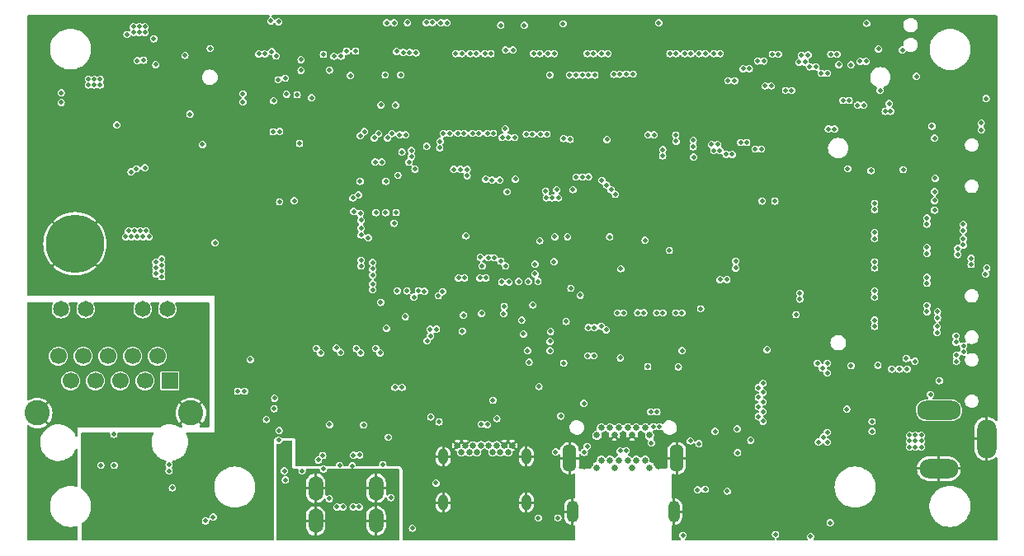
<source format=gbr>
G04 #@! TF.GenerationSoftware,KiCad,Pcbnew,7.0.2*
G04 #@! TF.CreationDate,2023-05-24T19:52:42-04:00*
G04 #@! TF.ProjectId,jetson-nano-baseboard,6a657473-6f6e-42d6-9e61-6e6f2d626173,1.6.1*
G04 #@! TF.SameCoordinates,Original*
G04 #@! TF.FileFunction,Copper,L7,Inr*
G04 #@! TF.FilePolarity,Positive*
%FSLAX46Y46*%
G04 Gerber Fmt 4.6, Leading zero omitted, Abs format (unit mm)*
G04 Created by KiCad (PCBNEW 7.0.2) date 2023-05-24 19:52:42*
%MOMM*%
%LPD*%
G01*
G04 APERTURE LIST*
G04 #@! TA.AperFunction,ComponentPad*
%ADD10C,0.650000*%
G04 #@! TD*
G04 #@! TA.AperFunction,ComponentPad*
%ADD11O,1.400000X2.850000*%
G04 #@! TD*
G04 #@! TA.AperFunction,ComponentPad*
%ADD12O,1.200000X2.250000*%
G04 #@! TD*
G04 #@! TA.AperFunction,ComponentPad*
%ADD13O,4.500000X2.000000*%
G04 #@! TD*
G04 #@! TA.AperFunction,ComponentPad*
%ADD14O,1.990000X4.000000*%
G04 #@! TD*
G04 #@! TA.AperFunction,ComponentPad*
%ADD15O,4.000000X2.000000*%
G04 #@! TD*
G04 #@! TA.AperFunction,ComponentPad*
%ADD16O,1.000000X1.600000*%
G04 #@! TD*
G04 #@! TA.AperFunction,ComponentPad*
%ADD17O,1.500000X2.550000*%
G04 #@! TD*
G04 #@! TA.AperFunction,ComponentPad*
%ADD18R,1.700000X1.700000*%
G04 #@! TD*
G04 #@! TA.AperFunction,ComponentPad*
%ADD19C,1.700000*%
G04 #@! TD*
G04 #@! TA.AperFunction,ComponentPad*
%ADD20C,1.650000*%
G04 #@! TD*
G04 #@! TA.AperFunction,ComponentPad*
%ADD21C,2.600000*%
G04 #@! TD*
G04 #@! TA.AperFunction,ComponentPad*
%ADD22C,6.000000*%
G04 #@! TD*
G04 #@! TA.AperFunction,ViaPad*
%ADD23C,0.500000*%
G04 #@! TD*
G04 APERTURE END LIST*
D10*
X133960000Y-121955000D03*
X133960000Y-118605000D03*
X134410000Y-121180000D03*
X134410000Y-117830000D03*
X135310000Y-121180000D03*
X135310000Y-117830000D03*
X135760000Y-121955000D03*
X135760000Y-118605000D03*
X136210000Y-121180000D03*
X136210000Y-117830000D03*
X137110000Y-121180000D03*
X137110000Y-117830000D03*
X137568000Y-121955000D03*
X137568000Y-118605000D03*
X138009990Y-121180000D03*
X138009990Y-117830000D03*
X138909990Y-121180000D03*
X138909990Y-117830000D03*
X139360000Y-121955000D03*
X139360000Y-118605000D03*
D11*
X131160000Y-120955000D03*
D12*
X131460000Y-126455000D03*
X141860000Y-126455000D03*
D11*
X142160000Y-120955000D03*
D13*
X169057400Y-116030000D03*
D14*
X173937000Y-118980000D03*
D15*
X169057400Y-122030000D03*
D10*
X125259920Y-119645000D03*
X124859920Y-120345000D03*
X124059920Y-120345000D03*
X123659920Y-119645000D03*
X123259920Y-120345000D03*
X122859920Y-119645000D03*
X122059920Y-119645000D03*
X121659920Y-120345000D03*
X121259920Y-119645000D03*
X120859920Y-120345000D03*
X120059920Y-120345000D03*
X119659920Y-119645000D03*
D16*
X126729920Y-125525000D03*
X118189920Y-120795000D03*
X126729920Y-120795000D03*
D10*
X124459920Y-119645000D03*
X120459920Y-119645000D03*
D16*
X118189920Y-125525000D03*
D17*
X111308400Y-127406010D03*
X111308400Y-124046010D03*
X105108400Y-124046010D03*
X105108400Y-127406010D03*
D18*
X90140000Y-113010010D03*
D19*
X88870000Y-110470010D03*
X87600000Y-113010010D03*
X86330000Y-110470010D03*
X85060000Y-113010010D03*
X83790000Y-110470010D03*
X82520000Y-113010010D03*
X81250000Y-110470010D03*
X79980000Y-113010010D03*
X78710000Y-110470010D03*
D20*
X89894000Y-105640010D03*
X87354000Y-105640010D03*
X81504000Y-105640010D03*
X78964000Y-105640010D03*
D21*
X92303180Y-116310010D03*
X76546830Y-116310010D03*
D22*
X80408250Y-98918050D03*
D23*
X136296600Y-81500000D03*
X130000000Y-94200000D03*
X128800000Y-94200000D03*
X129400000Y-94200000D03*
X135700000Y-81500000D03*
X85600000Y-98200000D03*
X86500000Y-97600000D03*
X86800000Y-98200000D03*
X167250000Y-119800000D03*
X167250000Y-118600000D03*
X86200000Y-98200000D03*
X87100000Y-97600000D03*
X166050000Y-119200000D03*
X87400000Y-98200000D03*
X166650000Y-118600000D03*
X167250000Y-119200000D03*
X166050000Y-119800000D03*
X166650000Y-119800000D03*
X85900000Y-97600000D03*
X87000000Y-77200000D03*
X87000000Y-76600000D03*
X88000000Y-98200000D03*
X87600000Y-77200000D03*
X86400000Y-77200000D03*
X166650000Y-119200000D03*
X87700000Y-97600000D03*
X86400000Y-76600000D03*
X166050000Y-118600000D03*
X87600000Y-76600000D03*
X130551990Y-111188360D03*
X145094000Y-124146010D03*
X117450000Y-123500000D03*
X137668200Y-81468210D03*
X136982400Y-81468210D03*
X117500000Y-107700000D03*
X126238200Y-106766610D03*
X131292800Y-103490010D03*
X132250000Y-104200000D03*
X130950000Y-98200000D03*
X168326000Y-86827610D03*
X144424600Y-119466610D03*
X100891200Y-114793010D03*
X138912800Y-98562410D03*
X136423600Y-101483410D03*
X122824502Y-100350000D03*
X88700000Y-101400000D03*
X139179979Y-111529226D03*
X97100000Y-114075000D03*
X89300000Y-100500000D03*
X93800000Y-127400000D03*
X109758400Y-98006010D03*
X84425000Y-121700000D03*
X164100000Y-85300000D03*
X88700000Y-100800000D03*
X114300000Y-106400000D03*
X165000000Y-111800000D03*
X163550825Y-85300000D03*
X88700000Y-102000000D03*
X92200000Y-85600000D03*
X97800000Y-114075000D03*
X123400000Y-100350000D03*
X141400000Y-99600000D03*
X89300000Y-101700000D03*
X136370000Y-110630000D03*
X165800000Y-111800000D03*
X89300000Y-102300000D03*
X109758400Y-96506010D03*
X152300000Y-128800000D03*
X109758400Y-97306010D03*
X164200000Y-111800000D03*
X89300000Y-101100000D03*
X168605400Y-88050000D03*
X116850000Y-107700000D03*
X142700000Y-109900000D03*
X122128461Y-106071539D03*
X120269200Y-106258610D03*
X116916400Y-116723410D03*
X150525000Y-113700000D03*
X151000000Y-114200000D03*
X150525000Y-114700000D03*
X151016800Y-115174990D03*
X151000000Y-113244590D03*
X144300000Y-124200000D03*
X150525000Y-115675000D03*
X151016800Y-117149990D03*
X162800000Y-111400000D03*
X113358400Y-95706010D03*
X154800000Y-104000000D03*
X110958400Y-103641600D03*
X150525000Y-116675000D03*
X159700000Y-91200000D03*
X110958400Y-102141600D03*
X162200000Y-117200000D03*
X151000000Y-116175000D03*
X143550000Y-119175000D03*
X97650000Y-83500000D03*
X154800000Y-104600000D03*
X110958400Y-103041600D03*
X110958400Y-101506010D03*
X110958400Y-100841600D03*
X163020000Y-83160000D03*
X107558400Y-121706010D03*
X108458400Y-125356010D03*
X108858400Y-121756010D03*
X109820039Y-124800496D03*
X95682000Y-120508010D03*
X124351990Y-108106010D03*
X122151990Y-108106010D03*
X123251990Y-108106010D03*
X95978200Y-119897610D03*
X96003600Y-118881610D03*
X123775800Y-87107010D03*
X126085800Y-87665810D03*
X173482200Y-110119410D03*
X83024410Y-101525910D03*
X77800400Y-101534210D03*
X161061600Y-90993210D03*
X161264800Y-89596210D03*
X161061600Y-90307410D03*
X127889200Y-88250010D03*
X141046400Y-76362810D03*
X155778380Y-84660150D03*
X144025790Y-78907010D03*
X160121800Y-109408210D03*
X170993000Y-103947210D03*
X170993000Y-102474010D03*
X145288200Y-117637810D03*
X145288200Y-116494810D03*
X117400000Y-105500000D03*
X116321990Y-114281506D03*
X104165600Y-114589810D03*
X96545600Y-114564410D03*
X98425200Y-116494810D03*
X114020800Y-96784410D03*
X113128890Y-99498010D03*
X130632400Y-115402610D03*
X125247600Y-114031010D03*
X127711400Y-115936010D03*
X127711400Y-117002810D03*
X126099960Y-81361400D03*
X117099980Y-81523930D03*
X127609800Y-81315810D03*
X119025800Y-78907010D03*
X120525780Y-78907010D03*
X122025800Y-78907010D03*
X127025780Y-78907010D03*
X128525780Y-78907010D03*
X131025780Y-78907010D03*
X117525800Y-78907010D03*
X129006800Y-103337610D03*
X129718000Y-103337610D03*
X162915800Y-94317810D03*
X162909390Y-95844890D03*
X162915800Y-97317810D03*
X166979800Y-91577410D03*
X131496000Y-93990410D03*
X128900000Y-94900000D03*
X129277100Y-88134940D03*
X159025820Y-78907010D03*
X160525820Y-78907010D03*
X172443400Y-95948810D03*
X174193400Y-92720410D03*
X174193400Y-89012010D03*
X152694380Y-87965940D03*
X151295590Y-87233370D03*
X149795600Y-87233370D03*
X148295600Y-87233370D03*
X158778380Y-84660150D03*
X157278390Y-84660150D03*
X140386000Y-88656410D03*
X138894000Y-97536010D03*
X145295600Y-87233370D03*
X122275800Y-87107010D03*
X154358790Y-83907900D03*
X130025780Y-78907010D03*
X143865800Y-87234010D03*
X146795600Y-87233370D03*
X165875850Y-107827120D03*
X172826080Y-107623920D03*
X172826080Y-105173920D03*
X162929010Y-104831030D03*
X162915800Y-103317810D03*
X162909630Y-98849560D03*
X162960680Y-100317490D03*
X162960680Y-101849550D03*
X165160640Y-106337990D03*
X110417470Y-113386560D03*
X108917470Y-113386560D03*
X107417470Y-113386560D03*
X105917470Y-113386560D03*
X111497420Y-107615140D03*
X135525790Y-78907010D03*
X134025790Y-78907010D03*
X132525790Y-78907010D03*
X116025790Y-78907010D03*
X162025810Y-78907010D03*
X157525830Y-78907010D03*
X156025820Y-78907010D03*
X154525790Y-78907010D03*
X153025800Y-78907010D03*
X151525780Y-78907010D03*
X147025790Y-78907010D03*
X145525790Y-78907010D03*
X142525790Y-78907010D03*
X94818400Y-120685810D03*
X106013490Y-76284600D03*
X140251990Y-121906010D03*
X132651990Y-121906010D03*
X102300000Y-117300000D03*
X136782080Y-115296040D03*
X173467770Y-115765830D03*
X102484000Y-76150700D03*
X110017080Y-76261070D03*
X91700000Y-92855410D03*
X98291380Y-76200000D03*
X160275870Y-87050280D03*
X161775860Y-87050280D03*
X123525790Y-78907010D03*
X148525790Y-78907010D03*
X150025790Y-78907010D03*
X135293800Y-115304380D03*
X139811520Y-115332510D03*
X113614400Y-117206010D03*
X103175000Y-114615210D03*
X129200000Y-106900000D03*
X135407600Y-103642410D03*
X119278600Y-87109010D03*
X120777000Y-87105810D03*
X117823640Y-87082020D03*
X99692620Y-76200000D03*
X121596370Y-81523930D03*
X120087600Y-81523930D03*
X98550000Y-81900000D03*
X99700000Y-81900000D03*
X92700000Y-91900000D03*
X92697600Y-92900000D03*
X91700000Y-91900000D03*
X102700000Y-80635500D03*
X98300000Y-83000000D03*
X99700000Y-84100000D03*
X98318760Y-84100000D03*
X99700000Y-83000000D03*
X118335680Y-108555380D03*
X170777240Y-97953800D03*
X90716800Y-92874990D03*
X90700000Y-91900000D03*
X90200000Y-92400000D03*
X91200000Y-92400000D03*
X155355410Y-121200000D03*
X154900000Y-120800000D03*
X153900000Y-120800000D03*
X154400000Y-120300000D03*
X155400000Y-120302400D03*
X154400000Y-121200000D03*
X153425010Y-120300000D03*
X153425010Y-121216800D03*
X147699600Y-120482610D03*
X146886800Y-120482610D03*
X76400000Y-84000000D03*
X76400000Y-83400000D03*
X77600000Y-84000000D03*
X77000000Y-84000000D03*
X77000000Y-83400000D03*
X77600000Y-83400000D03*
X100700000Y-92400000D03*
X99000000Y-83600000D03*
X146500000Y-114400000D03*
X126200000Y-101400000D03*
X109058400Y-98906010D03*
X138280000Y-115390000D03*
X84500000Y-76600000D03*
X85100000Y-76600000D03*
X129958400Y-128506010D03*
X119951990Y-113806010D03*
X100350000Y-124150000D03*
X149600000Y-113900000D03*
X131350000Y-113800000D03*
X155455410Y-110300000D03*
X100500000Y-127400000D03*
X153525010Y-109400000D03*
X114393990Y-99450000D03*
X166300000Y-107500000D03*
X99000000Y-82500000D03*
X154150000Y-104250000D03*
X126800000Y-102000000D03*
X92200000Y-81600000D03*
X84350000Y-91350000D03*
X156300000Y-125000000D03*
X110300000Y-84650000D03*
X83900000Y-77200000D03*
X88320722Y-124088819D03*
X120353092Y-101793452D03*
X152950000Y-105200000D03*
X99800000Y-111600000D03*
X92200000Y-92400000D03*
X155000000Y-109900000D03*
X92700000Y-123500000D03*
X81800000Y-84800000D03*
X100700000Y-88200000D03*
X130358400Y-124706010D03*
X154500000Y-110300000D03*
X83000000Y-84800000D03*
X83000000Y-84200000D03*
X109058400Y-99506010D03*
X85700000Y-88000000D03*
X109758400Y-98906010D03*
X84500000Y-77200000D03*
X87125000Y-124225000D03*
X83900000Y-76600000D03*
X164900000Y-76000000D03*
X100700000Y-90000000D03*
X120000000Y-89200000D03*
X95500000Y-110808484D03*
X100700000Y-91800000D03*
X82400000Y-83600000D03*
X100700000Y-91200000D03*
X114300000Y-111700000D03*
X109758400Y-99506010D03*
X93600000Y-99500000D03*
X158958400Y-83156010D03*
X80100000Y-90600000D03*
X154000000Y-109900000D03*
X162305593Y-115305593D03*
X100700000Y-88800000D03*
X164500000Y-124000000D03*
X169400000Y-83800000D03*
X119100000Y-101200000D03*
X121700000Y-101800000D03*
X122850000Y-101800000D03*
X110391639Y-103949500D03*
X96300000Y-128000000D03*
X118750000Y-81450000D03*
X126200000Y-102000000D03*
X81300000Y-122300000D03*
X120700000Y-88500000D03*
X121100000Y-93800000D03*
X81800000Y-84200000D03*
X120000000Y-88500000D03*
X152100000Y-120800000D03*
X166675000Y-107125000D03*
X119300000Y-88500000D03*
X168800000Y-83800000D03*
X85100000Y-77200000D03*
X91700000Y-78600000D03*
X168558400Y-82137500D03*
X154500000Y-123500000D03*
X117900000Y-96500000D03*
X152950000Y-104500000D03*
X119450000Y-101850000D03*
X155500000Y-109402400D03*
X153900000Y-123500000D03*
X100450000Y-128950000D03*
X95200000Y-111800000D03*
X90000000Y-76100000D03*
X154500000Y-109400000D03*
X113650000Y-111700000D03*
X100700000Y-90600000D03*
X85100000Y-88000000D03*
X100700000Y-89400000D03*
X127758400Y-124306010D03*
X148100000Y-105200000D03*
X151450000Y-108800000D03*
X153525010Y-110316800D03*
X82400000Y-84800000D03*
X120700000Y-89200000D03*
X131975000Y-107750000D03*
X81800000Y-83600000D03*
X119300000Y-89200000D03*
X82400000Y-84200000D03*
X142700000Y-98075000D03*
X83000000Y-83600000D03*
X112800000Y-121300000D03*
X169500000Y-84400000D03*
X143650004Y-108550000D03*
X112700000Y-103700000D03*
X113050000Y-111700000D03*
X112573000Y-118806210D03*
X106530000Y-117500000D03*
X101346200Y-118120410D03*
X110020000Y-117550000D03*
X148400000Y-120400000D03*
X151435000Y-109800000D03*
X116886350Y-108413650D03*
X123698000Y-116890800D03*
X117765330Y-117221800D03*
X116549500Y-108900000D03*
X124200000Y-102850000D03*
X144600000Y-105600000D03*
X146100000Y-118200000D03*
X113157200Y-96809810D03*
X100050800Y-116977410D03*
X109758400Y-100606010D03*
X103450000Y-88600000D03*
X109758400Y-101206010D03*
X102900000Y-94500000D03*
X129958400Y-127106010D03*
X142316400Y-111567210D03*
X134930170Y-107750000D03*
X101900000Y-122256010D03*
X103708400Y-122256010D03*
X139555440Y-119383840D03*
X90400000Y-124000000D03*
X83060000Y-121685000D03*
X124387858Y-106093428D03*
X130800000Y-106900000D03*
X124455120Y-105355120D03*
X127384000Y-105206010D03*
X115036800Y-128153410D03*
X111785600Y-104937810D03*
X115196548Y-104396548D03*
X154400000Y-106200000D03*
X142800000Y-128900000D03*
X160020200Y-80528410D03*
X158801000Y-80503010D03*
X131826200Y-92060010D03*
X132461200Y-92060010D03*
X102106920Y-83556920D03*
X94772175Y-98820826D03*
X140098850Y-106022020D03*
X148964491Y-80919500D03*
X139772373Y-117714864D03*
X140723850Y-106022020D03*
X149599895Y-80919500D03*
X140397373Y-117714864D03*
X147421800Y-82154010D03*
X142052360Y-106022020D03*
X139489480Y-116191830D03*
X148089480Y-82162620D03*
X142677360Y-106022020D03*
X140114480Y-116191830D03*
X149750000Y-119100000D03*
X148361351Y-117938648D03*
X136071480Y-106022020D03*
X151964500Y-79432400D03*
X132664400Y-120355610D03*
X136696480Y-106022020D03*
X152589500Y-79432400D03*
X132976980Y-119732610D03*
X138144650Y-106002020D03*
X150464490Y-80135110D03*
X136346500Y-120190660D03*
X138769650Y-106002020D03*
X151089490Y-80135110D03*
X136973500Y-120190660D03*
X139214490Y-87728460D03*
X133080160Y-107533540D03*
X139839490Y-87728460D03*
X133705160Y-107533540D03*
X145964490Y-79368670D03*
X111720971Y-110120971D03*
X146589490Y-79368670D03*
X111279029Y-109679029D03*
X144464490Y-79368670D03*
X109720971Y-110120971D03*
X142964490Y-79368670D03*
X107670971Y-110070971D03*
X145089490Y-79368670D03*
X109279029Y-109679029D03*
X141464490Y-79368670D03*
X105620971Y-110120971D03*
X143589490Y-79368670D03*
X107229029Y-109629029D03*
X142089490Y-79368670D03*
X105179029Y-109679029D03*
X126924000Y-102778810D03*
X123291600Y-115011200D03*
X124917400Y-102855010D03*
X125933400Y-102778810D03*
X127914600Y-102778810D03*
X102000000Y-123200000D03*
X105896761Y-122067649D03*
X106508400Y-125106010D03*
X112807205Y-125007205D03*
X101300000Y-119100000D03*
X112000000Y-121600000D03*
X129724800Y-120306010D03*
X163958400Y-84506010D03*
X161654479Y-76245521D03*
X126416550Y-108192440D03*
X128016000Y-113588800D03*
X112369600Y-107594400D03*
X126851764Y-109898236D03*
X127002664Y-111073733D03*
X129205880Y-107926440D03*
X120157540Y-107906010D03*
X134400000Y-107400000D03*
X127958400Y-127106010D03*
X105829371Y-120685039D03*
X107920900Y-125956010D03*
X105387429Y-121126981D03*
X107295900Y-125956010D03*
X109628812Y-120633688D03*
X109574662Y-125953233D03*
X108949662Y-125953233D03*
X108987500Y-120650000D03*
X130251400Y-116621810D03*
X132626410Y-115326410D03*
X124892000Y-87996010D03*
X133121600Y-81569810D03*
X115650000Y-103751500D03*
X120650200Y-91272610D03*
X124257000Y-87996010D03*
X132486600Y-81569810D03*
X114474470Y-103751500D03*
X119964400Y-91272610D03*
X154714500Y-80235210D03*
X125527000Y-87996010D03*
X116272088Y-103806357D03*
X133756600Y-81569810D03*
X120650200Y-91933010D03*
X124557240Y-87096020D03*
X131851600Y-81569810D03*
X113474470Y-103751500D03*
X119278600Y-91272610D03*
X151229200Y-82681410D03*
X157597710Y-81397440D03*
X153319500Y-83161770D03*
X153944500Y-83161770D03*
X142048990Y-87750500D03*
X142087800Y-88377010D03*
X143850300Y-88278700D03*
X143846910Y-88938950D03*
X140716200Y-89240610D03*
X140709690Y-89871370D03*
X156972710Y-81397440D03*
X151854200Y-82681410D03*
X156421850Y-80722970D03*
X155796850Y-80722970D03*
X155339500Y-80235210D03*
X170850000Y-110994010D03*
X146355000Y-88707210D03*
X170850000Y-110369010D03*
X145714500Y-88710440D03*
X170825000Y-109033430D03*
X147839490Y-89725000D03*
X170825000Y-108408430D03*
X147214490Y-89725000D03*
X145952270Y-89335440D03*
X171566240Y-110033430D03*
X146577270Y-89335440D03*
X171566240Y-109408430D03*
X168860000Y-108040000D03*
X150839490Y-89188110D03*
X168873750Y-107408430D03*
X150214490Y-89188110D03*
X168914190Y-106533440D03*
X149339490Y-88505070D03*
X168914190Y-105908440D03*
X148714490Y-88505070D03*
X158589530Y-79436880D03*
X173838370Y-102033450D03*
X157964530Y-79436880D03*
X173971570Y-101407210D03*
X161589510Y-80150650D03*
X172365790Y-101033450D03*
X160964510Y-80150650D03*
X172365790Y-100408450D03*
X125603200Y-92263210D03*
X124003000Y-92364810D03*
X117691733Y-104258182D03*
X123190200Y-92364810D03*
X118135600Y-103818880D03*
X122555200Y-92263210D03*
X159214520Y-84190790D03*
X171551480Y-96908450D03*
X159839520Y-84190790D03*
X171551480Y-97533450D03*
X171551480Y-98408450D03*
X160714510Y-84679850D03*
X171551480Y-99033450D03*
X161339510Y-84679850D03*
X170980970Y-99408450D03*
X157714530Y-87117670D03*
X170980970Y-100033450D03*
X158339530Y-87117670D03*
X111303000Y-95717610D03*
X106985000Y-79639410D03*
X112293600Y-95717610D03*
X107721600Y-79639410D03*
X135864800Y-93838010D03*
X122200000Y-101200000D03*
X113970000Y-113675410D03*
X134950400Y-92898210D03*
X124600000Y-101200000D03*
X134467800Y-92390210D03*
X113233400Y-113675410D03*
X124100000Y-100700000D03*
X133030160Y-110422270D03*
X133655160Y-110422270D03*
X115299620Y-91239079D03*
X111899996Y-90500004D03*
X114681200Y-90536010D03*
X114750000Y-79258410D03*
X114935200Y-89951810D03*
X115400000Y-79300000D03*
X114935200Y-89316810D03*
X109200670Y-79107140D03*
X113400000Y-79150000D03*
X129150000Y-108950000D03*
X124600000Y-79000000D03*
X165300000Y-79000000D03*
X154950000Y-79525000D03*
X108266060Y-79122840D03*
X155625000Y-79500000D03*
X129150000Y-109900000D03*
X114100000Y-79250000D03*
X166758400Y-81706010D03*
X125350000Y-79000000D03*
X162860000Y-78880000D03*
X129641098Y-98187520D03*
X103600000Y-81100000D03*
X100500000Y-76000000D03*
X160030000Y-111450000D03*
X128100000Y-98600000D03*
X165400000Y-91300000D03*
X112300000Y-92500000D03*
X109700000Y-95800000D03*
X168200000Y-114400000D03*
X162100000Y-91400000D03*
X113538200Y-91882210D03*
X109652000Y-92500000D03*
X135280600Y-98206810D03*
X103600000Y-80000000D03*
X97650000Y-84350000D03*
X100784000Y-84206010D03*
X100838200Y-115859810D03*
X135433000Y-93355410D03*
X122000000Y-100300000D03*
X134464490Y-79368670D03*
X90068544Y-121629304D03*
X135089490Y-79368670D03*
X90068544Y-122254304D03*
X132964480Y-79368670D03*
X122105110Y-117462090D03*
X133589480Y-79368670D03*
X122732110Y-117506040D03*
X94291840Y-78845290D03*
X128214480Y-87645560D03*
X167820400Y-96270800D03*
X128839480Y-87645560D03*
X167820400Y-96895800D03*
X167820400Y-99290310D03*
X126714480Y-87645560D03*
X167820400Y-99915310D03*
X127339480Y-87645560D03*
X122714490Y-87563600D03*
X167820400Y-102356580D03*
X123339490Y-87563600D03*
X167820400Y-102981580D03*
X167820400Y-105275890D03*
X121214500Y-87563600D03*
X167820400Y-105900890D03*
X121839500Y-87563600D03*
X121589500Y-79368670D03*
X162457790Y-107393530D03*
X120964500Y-79368670D03*
X162457790Y-106768530D03*
X162457790Y-104393530D03*
X123089500Y-79368670D03*
X162457790Y-103768530D03*
X122464500Y-79368670D03*
X162457790Y-101393530D03*
X128089480Y-79368670D03*
X162457790Y-100768530D03*
X127464480Y-79368670D03*
X129589480Y-79368670D03*
X162457790Y-98393530D03*
X128964480Y-79368670D03*
X162457790Y-97768530D03*
X162457790Y-95393530D03*
X120339490Y-87563600D03*
X162457790Y-94768530D03*
X119714490Y-87563600D03*
X101989460Y-81898910D03*
X118589500Y-76208570D03*
X101254150Y-82056110D03*
X117964500Y-76208570D03*
X112236480Y-81567720D03*
X105904220Y-79444470D03*
X114527270Y-76178930D03*
X101300000Y-76100000D03*
X117089490Y-76179190D03*
X99892690Y-79407390D03*
X116464490Y-76179190D03*
X99267690Y-79407390D03*
X101052880Y-79609690D03*
X117873910Y-88391090D03*
X100610940Y-79167750D03*
X117839420Y-89055290D03*
X122575000Y-102417570D03*
X118214490Y-87574230D03*
X121950000Y-102417570D03*
X118839490Y-87574230D03*
X119464490Y-79368670D03*
X120375000Y-102417570D03*
X120089490Y-79368670D03*
X119750000Y-102417570D03*
X114339505Y-87706117D03*
X113714505Y-87706117D03*
X112920971Y-87596729D03*
X112479029Y-88038671D03*
X113300000Y-84679979D03*
X111800000Y-84650000D03*
X110120971Y-87379029D03*
X109679029Y-87820971D03*
X111119386Y-88038671D03*
X111561328Y-87596729D03*
X147300000Y-102600000D03*
X100750000Y-87400000D03*
X127600000Y-102000000D03*
X146600000Y-102600000D03*
X127600000Y-101000000D03*
X101410878Y-87389125D03*
X106527800Y-81061810D03*
X129133800Y-81569810D03*
X113831370Y-81556130D03*
X131165800Y-81570010D03*
X168605400Y-94473010D03*
X131496000Y-93355410D03*
X150927000Y-94523810D03*
X133096200Y-92034610D03*
X168605000Y-95463610D03*
X152222400Y-94523810D03*
X129845000Y-93355410D03*
X120524799Y-98093096D03*
X129550000Y-100750000D03*
X109000000Y-95600000D03*
X87450000Y-80050000D03*
X93500000Y-88700000D03*
X169088000Y-112989610D03*
X111200000Y-90500000D03*
X82400000Y-82000000D03*
X85750000Y-77400000D03*
X81800000Y-82000000D03*
X83000000Y-82600000D03*
X88700000Y-80500000D03*
X81800000Y-82600000D03*
X82400000Y-82600000D03*
X83000000Y-82000000D03*
X156700000Y-119300000D03*
X157200000Y-118800000D03*
X157600000Y-111200000D03*
X157600000Y-119300000D03*
X157600000Y-118300000D03*
X156600000Y-111200000D03*
X157600000Y-112200000D03*
X157100000Y-111700000D03*
X159600000Y-115900000D03*
X162200000Y-118200000D03*
X87600000Y-91100000D03*
X84700000Y-86700000D03*
X173400000Y-87200000D03*
X143900000Y-90000000D03*
X173400000Y-86500000D03*
X135000000Y-88200000D03*
X128700000Y-93500000D03*
X108917000Y-94200000D03*
X166600000Y-111000000D03*
X101400000Y-94600000D03*
X148200000Y-101400000D03*
X108675000Y-81625000D03*
X103200000Y-83600000D03*
X109500000Y-93896309D03*
X148200000Y-100700000D03*
X165700000Y-110700000D03*
X168681600Y-92187010D03*
X116494141Y-88906100D03*
X104700000Y-83900000D03*
X168605400Y-93558610D03*
X113950000Y-89500000D03*
X124750000Y-93576310D03*
X173900000Y-84000000D03*
X91700000Y-79550000D03*
X88500000Y-77850000D03*
X86800000Y-80100000D03*
X94600000Y-127000000D03*
X112400000Y-76205510D03*
X79000000Y-84400000D03*
X79000000Y-83400000D03*
X113150000Y-76205510D03*
X126500000Y-76450500D03*
X86164494Y-91521304D03*
X130500000Y-76300000D03*
X110500000Y-98300000D03*
X124100000Y-76450500D03*
X86700000Y-91200000D03*
X140300000Y-76200000D03*
X131210000Y-88190000D03*
X84400000Y-118500000D03*
X130537000Y-88100000D03*
X98400000Y-110810000D03*
X157900000Y-127600000D03*
X147345600Y-124343410D03*
X155900000Y-129000000D03*
G04 #@! TA.AperFunction,Conductor*
G36*
X78122364Y-104953383D02*
G01*
X78168673Y-105006825D01*
X78178737Y-105076821D01*
X78165195Y-105118120D01*
X78081604Y-105274507D01*
X78027253Y-105453678D01*
X78008901Y-105640010D01*
X78027253Y-105826341D01*
X78081604Y-106005512D01*
X78159770Y-106151750D01*
X78169864Y-106170635D01*
X78288643Y-106315367D01*
X78433375Y-106434146D01*
X78598499Y-106522406D01*
X78777669Y-106576757D01*
X78964000Y-106595109D01*
X79150331Y-106576757D01*
X79329501Y-106522406D01*
X79494625Y-106434146D01*
X79639357Y-106315367D01*
X79758136Y-106170635D01*
X79846396Y-106005511D01*
X79900747Y-105826341D01*
X79919099Y-105640010D01*
X79900747Y-105453679D01*
X79846396Y-105274509D01*
X79762805Y-105118120D01*
X79748391Y-105048890D01*
X79773693Y-104982857D01*
X79830680Y-104940986D01*
X79873486Y-104933460D01*
X80594514Y-104933460D01*
X80662364Y-104953383D01*
X80708673Y-105006825D01*
X80718737Y-105076821D01*
X80705195Y-105118120D01*
X80621604Y-105274507D01*
X80567253Y-105453678D01*
X80548901Y-105640010D01*
X80567253Y-105826341D01*
X80621604Y-106005512D01*
X80699770Y-106151750D01*
X80709864Y-106170635D01*
X80828643Y-106315367D01*
X80973375Y-106434146D01*
X81138499Y-106522406D01*
X81317669Y-106576757D01*
X81504000Y-106595109D01*
X81690331Y-106576757D01*
X81869501Y-106522406D01*
X82034625Y-106434146D01*
X82179357Y-106315367D01*
X82298136Y-106170635D01*
X82386396Y-106005511D01*
X82440747Y-105826341D01*
X82459099Y-105640010D01*
X82440747Y-105453679D01*
X82386396Y-105274509D01*
X82302805Y-105118120D01*
X82288391Y-105048890D01*
X82313693Y-104982857D01*
X82370680Y-104940986D01*
X82413486Y-104933460D01*
X86444514Y-104933460D01*
X86512364Y-104953383D01*
X86558673Y-105006825D01*
X86568737Y-105076821D01*
X86555195Y-105118120D01*
X86471604Y-105274507D01*
X86417253Y-105453678D01*
X86398901Y-105640010D01*
X86417253Y-105826341D01*
X86471604Y-106005512D01*
X86549770Y-106151750D01*
X86559864Y-106170635D01*
X86678643Y-106315367D01*
X86823375Y-106434146D01*
X86988499Y-106522406D01*
X87167669Y-106576757D01*
X87354000Y-106595109D01*
X87540331Y-106576757D01*
X87719501Y-106522406D01*
X87884625Y-106434146D01*
X88029357Y-106315367D01*
X88148136Y-106170635D01*
X88236396Y-106005511D01*
X88290747Y-105826341D01*
X88309099Y-105640010D01*
X88290747Y-105453679D01*
X88236396Y-105274509D01*
X88152805Y-105118120D01*
X88138391Y-105048890D01*
X88163693Y-104982857D01*
X88220680Y-104940986D01*
X88263486Y-104933460D01*
X88984514Y-104933460D01*
X89052364Y-104953383D01*
X89098673Y-105006825D01*
X89108737Y-105076821D01*
X89095195Y-105118120D01*
X89011604Y-105274507D01*
X88957253Y-105453678D01*
X88938901Y-105640010D01*
X88957253Y-105826341D01*
X89011604Y-106005512D01*
X89089770Y-106151750D01*
X89099864Y-106170635D01*
X89218643Y-106315367D01*
X89363375Y-106434146D01*
X89528499Y-106522406D01*
X89707669Y-106576757D01*
X89894000Y-106595109D01*
X90080331Y-106576757D01*
X90259501Y-106522406D01*
X90424625Y-106434146D01*
X90569357Y-106315367D01*
X90688136Y-106170635D01*
X90776396Y-106005511D01*
X90830747Y-105826341D01*
X90849099Y-105640010D01*
X90830747Y-105453679D01*
X90776396Y-105274509D01*
X90692805Y-105118120D01*
X90678391Y-105048890D01*
X90703693Y-104982857D01*
X90760680Y-104940986D01*
X90803486Y-104933460D01*
X94056540Y-104933460D01*
X94124390Y-104953383D01*
X94170699Y-105006825D01*
X94182040Y-105058960D01*
X94182040Y-117674500D01*
X94162117Y-117742350D01*
X94108675Y-117788659D01*
X94056540Y-117800000D01*
X93290898Y-117800000D01*
X93223048Y-117780077D01*
X93176739Y-117726635D01*
X93166675Y-117656639D01*
X93196051Y-117592315D01*
X93212576Y-117578302D01*
X93211912Y-117577525D01*
X93308550Y-117494985D01*
X92810392Y-116996827D01*
X92820611Y-116990679D01*
X92954838Y-116863533D01*
X92987756Y-116814981D01*
X93488155Y-117315380D01*
X93564282Y-117226250D01*
X93692082Y-117017697D01*
X93785693Y-116791703D01*
X93842793Y-116553863D01*
X93861985Y-116310010D01*
X93842793Y-116066156D01*
X93785693Y-115828316D01*
X93692084Y-115602327D01*
X93564277Y-115393763D01*
X93488156Y-115304638D01*
X92988699Y-115804094D01*
X92891171Y-115689275D01*
X92807734Y-115625848D01*
X93308550Y-115125032D01*
X93219426Y-115048912D01*
X93010862Y-114921105D01*
X92784873Y-114827496D01*
X92547033Y-114770396D01*
X92303180Y-114751204D01*
X92059326Y-114770396D01*
X91821486Y-114827496D01*
X91595497Y-114921105D01*
X91386936Y-115048910D01*
X91297808Y-115125032D01*
X91795967Y-115623192D01*
X91785749Y-115629341D01*
X91651522Y-115756487D01*
X91618603Y-115805038D01*
X91118202Y-115304638D01*
X91042080Y-115393766D01*
X90914275Y-115602327D01*
X90820666Y-115828316D01*
X90763566Y-116066156D01*
X90744374Y-116310010D01*
X90763566Y-116553863D01*
X90820666Y-116791703D01*
X90914275Y-117017692D01*
X91042082Y-117226256D01*
X91118202Y-117315380D01*
X91617658Y-116815923D01*
X91715189Y-116930745D01*
X91798623Y-116994170D01*
X91297808Y-117494986D01*
X91394448Y-117577526D01*
X91392341Y-117579992D01*
X91428474Y-117619924D01*
X91440040Y-117689687D01*
X91412053Y-117754628D01*
X91353399Y-117794129D01*
X91315462Y-117800000D01*
X91218877Y-117800000D01*
X91151027Y-117780077D01*
X91149631Y-117779167D01*
X91060361Y-117720107D01*
X90811778Y-117603576D01*
X90644295Y-117553188D01*
X90548881Y-117524483D01*
X90277269Y-117484510D01*
X90071453Y-117484510D01*
X90069175Y-117484676D01*
X90069167Y-117484677D01*
X89866193Y-117499532D01*
X89598226Y-117559225D01*
X89341801Y-117657298D01*
X89116148Y-117783942D01*
X89054726Y-117800000D01*
X80700000Y-117800000D01*
X80700000Y-118631267D01*
X80680077Y-118699117D01*
X80626635Y-118745426D01*
X80556639Y-118755490D01*
X80492315Y-118726114D01*
X80458997Y-118680351D01*
X80382424Y-118500160D01*
X80382326Y-118500000D01*
X80239405Y-118265814D01*
X80239404Y-118265812D01*
X80063793Y-118054794D01*
X80063791Y-118054792D01*
X79859323Y-117871587D01*
X79630359Y-117720106D01*
X79585148Y-117698912D01*
X79381778Y-117603576D01*
X79214295Y-117553188D01*
X79118881Y-117524483D01*
X78847269Y-117484510D01*
X78641453Y-117484510D01*
X78639175Y-117484676D01*
X78639167Y-117484677D01*
X78436193Y-117499532D01*
X78168226Y-117559225D01*
X77911801Y-117657298D01*
X77672391Y-117791662D01*
X77455095Y-117959453D01*
X77264546Y-118157093D01*
X77104803Y-118380374D01*
X76979274Y-118624529D01*
X76890628Y-118884367D01*
X76840763Y-119154334D01*
X76830737Y-119428689D01*
X76860763Y-119701581D01*
X76930203Y-119967192D01*
X77037575Y-120219859D01*
X77180595Y-120454207D01*
X77356206Y-120665225D01*
X77356207Y-120665226D01*
X77356209Y-120665228D01*
X77560677Y-120848433D01*
X77789641Y-120999914D01*
X78038221Y-121116443D01*
X78301119Y-121195537D01*
X78572731Y-121235510D01*
X78572734Y-121235510D01*
X78776258Y-121235510D01*
X78778547Y-121235510D01*
X78965954Y-121221793D01*
X78983806Y-121220487D01*
X79095818Y-121195535D01*
X79251775Y-121160794D01*
X79508198Y-121062721D01*
X79747609Y-120928357D01*
X79964904Y-120760567D01*
X80155454Y-120562926D01*
X80315196Y-120339647D01*
X80440727Y-120095489D01*
X80455722Y-120051534D01*
X80496485Y-119993751D01*
X80562017Y-119967178D01*
X80631513Y-119980254D01*
X80682907Y-120028825D01*
X80700000Y-120092056D01*
X80700000Y-123758887D01*
X80680077Y-123826737D01*
X80626635Y-123873046D01*
X80556639Y-123883110D01*
X80535245Y-123877827D01*
X80535539Y-123877921D01*
X80534917Y-123877746D01*
X80532492Y-123877148D01*
X80531417Y-123876766D01*
X80523166Y-123874454D01*
X80249749Y-123817638D01*
X80241277Y-123816474D01*
X80032415Y-123802187D01*
X80028101Y-123802040D01*
X79888679Y-123802040D01*
X79884364Y-123802187D01*
X79675502Y-123816474D01*
X79667030Y-123817638D01*
X79393613Y-123874454D01*
X79385369Y-123876764D01*
X79122238Y-123970281D01*
X79114387Y-123973691D01*
X78866436Y-124102169D01*
X78859131Y-124106611D01*
X78630975Y-124267661D01*
X78624346Y-124273055D01*
X78420258Y-124463659D01*
X78414406Y-124469926D01*
X78238173Y-124686546D01*
X78233244Y-124693527D01*
X78088142Y-124932138D01*
X78084205Y-124939736D01*
X77972948Y-125195875D01*
X77970085Y-125203932D01*
X77894739Y-125472842D01*
X77893000Y-125481213D01*
X77854973Y-125757879D01*
X77854390Y-125766403D01*
X77854390Y-126045676D01*
X77854973Y-126054200D01*
X77893000Y-126330866D01*
X77894739Y-126339237D01*
X77970085Y-126608147D01*
X77972948Y-126616204D01*
X78084205Y-126872343D01*
X78088142Y-126879941D01*
X78233244Y-127118552D01*
X78238173Y-127125533D01*
X78414406Y-127342153D01*
X78420258Y-127348420D01*
X78624346Y-127539024D01*
X78630975Y-127544418D01*
X78859131Y-127705468D01*
X78866436Y-127709910D01*
X79114387Y-127838388D01*
X79122238Y-127841798D01*
X79385369Y-127935315D01*
X79393613Y-127937625D01*
X79667030Y-127994441D01*
X79675502Y-127995605D01*
X79884364Y-128009892D01*
X79888679Y-128010040D01*
X80028101Y-128010040D01*
X80032415Y-128009892D01*
X80241277Y-127995605D01*
X80249749Y-127994441D01*
X80523175Y-127937623D01*
X80531402Y-127935318D01*
X80532465Y-127934941D01*
X80532821Y-127934921D01*
X80535542Y-127934159D01*
X80533209Y-127934899D01*
X80603069Y-127930987D01*
X80664603Y-127965832D01*
X80697530Y-128028413D01*
X80700000Y-128053192D01*
X80700000Y-129274393D01*
X80680077Y-129342243D01*
X80626635Y-129388552D01*
X80574394Y-129399893D01*
X75594254Y-129395676D01*
X75526420Y-129375696D01*
X75480157Y-129322214D01*
X75468860Y-129270176D01*
X75468860Y-117696100D01*
X75488783Y-117628250D01*
X75542225Y-117581941D01*
X75612221Y-117571877D01*
X75659933Y-117589093D01*
X75839147Y-117698914D01*
X76065136Y-117792523D01*
X76302976Y-117849623D01*
X76546829Y-117868815D01*
X76790683Y-117849623D01*
X77028523Y-117792523D01*
X77254517Y-117698912D01*
X77463070Y-117571112D01*
X77552200Y-117494985D01*
X77054042Y-116996827D01*
X77064261Y-116990679D01*
X77198488Y-116863533D01*
X77231406Y-116814981D01*
X77731805Y-117315380D01*
X77807932Y-117226250D01*
X77935732Y-117017697D01*
X78029343Y-116791703D01*
X78086443Y-116553863D01*
X78105635Y-116310010D01*
X78086443Y-116066156D01*
X78029343Y-115828316D01*
X77935734Y-115602327D01*
X77807927Y-115393763D01*
X77731806Y-115304638D01*
X77232349Y-115804094D01*
X77134821Y-115689275D01*
X77051384Y-115625848D01*
X77552200Y-115125032D01*
X77463076Y-115048912D01*
X77254512Y-114921105D01*
X77028523Y-114827496D01*
X76790683Y-114770396D01*
X76546829Y-114751204D01*
X76302976Y-114770396D01*
X76065136Y-114827496D01*
X75839147Y-114921105D01*
X75659933Y-115030926D01*
X75591671Y-115049390D01*
X75524263Y-115028018D01*
X75479110Y-114973596D01*
X75468860Y-114923919D01*
X75468860Y-113010010D01*
X78999780Y-113010010D01*
X79018615Y-113201243D01*
X79074394Y-113385121D01*
X79074395Y-113385124D01*
X79164977Y-113554591D01*
X79286880Y-113703130D01*
X79435419Y-113825033D01*
X79604886Y-113915615D01*
X79788769Y-113971395D01*
X79980000Y-113990230D01*
X80171231Y-113971395D01*
X80355114Y-113915615D01*
X80524581Y-113825033D01*
X80673120Y-113703130D01*
X80795023Y-113554591D01*
X80885605Y-113385124D01*
X80941385Y-113201241D01*
X80960220Y-113010010D01*
X81539780Y-113010010D01*
X81558615Y-113201243D01*
X81614394Y-113385121D01*
X81614395Y-113385124D01*
X81704977Y-113554591D01*
X81826880Y-113703130D01*
X81975419Y-113825033D01*
X82144886Y-113915615D01*
X82328769Y-113971395D01*
X82520000Y-113990230D01*
X82711231Y-113971395D01*
X82895114Y-113915615D01*
X83064581Y-113825033D01*
X83213120Y-113703130D01*
X83335023Y-113554591D01*
X83425605Y-113385124D01*
X83481385Y-113201241D01*
X83500220Y-113010010D01*
X84079780Y-113010010D01*
X84098615Y-113201243D01*
X84154394Y-113385121D01*
X84154395Y-113385124D01*
X84244977Y-113554591D01*
X84366880Y-113703130D01*
X84515419Y-113825033D01*
X84684886Y-113915615D01*
X84868769Y-113971395D01*
X85060000Y-113990230D01*
X85251231Y-113971395D01*
X85435114Y-113915615D01*
X85604581Y-113825033D01*
X85753120Y-113703130D01*
X85875023Y-113554591D01*
X85965605Y-113385124D01*
X86021385Y-113201241D01*
X86040220Y-113010010D01*
X86619780Y-113010010D01*
X86638615Y-113201243D01*
X86694394Y-113385121D01*
X86694395Y-113385124D01*
X86784977Y-113554591D01*
X86906880Y-113703130D01*
X87055419Y-113825033D01*
X87224886Y-113915615D01*
X87408769Y-113971395D01*
X87600000Y-113990230D01*
X87791231Y-113971395D01*
X87975114Y-113915615D01*
X88056022Y-113872369D01*
X89164500Y-113872369D01*
X89164501Y-113872372D01*
X89171781Y-113908978D01*
X89199519Y-113950491D01*
X89241032Y-113978229D01*
X89277637Y-113985510D01*
X91002362Y-113985509D01*
X91038968Y-113978229D01*
X91080481Y-113950491D01*
X91108219Y-113908978D01*
X91115500Y-113872373D01*
X91115499Y-112147648D01*
X91108219Y-112111042D01*
X91080481Y-112069529D01*
X91038968Y-112041791D01*
X91002363Y-112034510D01*
X91002361Y-112034510D01*
X89277640Y-112034510D01*
X89241031Y-112041791D01*
X89199519Y-112069529D01*
X89171781Y-112111042D01*
X89164500Y-112147648D01*
X89164500Y-113872369D01*
X88056022Y-113872369D01*
X88144581Y-113825033D01*
X88293120Y-113703130D01*
X88415023Y-113554591D01*
X88505605Y-113385124D01*
X88561385Y-113201241D01*
X88580220Y-113010010D01*
X88561385Y-112818779D01*
X88505605Y-112634896D01*
X88415023Y-112465429D01*
X88293120Y-112316890D01*
X88144581Y-112194987D01*
X87975114Y-112104405D01*
X87975111Y-112104404D01*
X87791233Y-112048625D01*
X87600000Y-112029790D01*
X87408766Y-112048625D01*
X87224888Y-112104404D01*
X87224886Y-112104404D01*
X87224886Y-112104405D01*
X87055419Y-112194987D01*
X87055417Y-112194988D01*
X87055418Y-112194988D01*
X86906880Y-112316890D01*
X86784978Y-112465428D01*
X86694394Y-112634898D01*
X86638615Y-112818776D01*
X86619780Y-113010010D01*
X86040220Y-113010010D01*
X86021385Y-112818779D01*
X85965605Y-112634896D01*
X85875023Y-112465429D01*
X85753120Y-112316890D01*
X85604581Y-112194987D01*
X85435114Y-112104405D01*
X85435111Y-112104404D01*
X85251233Y-112048625D01*
X85107922Y-112034510D01*
X85060000Y-112029790D01*
X85059999Y-112029790D01*
X84868766Y-112048625D01*
X84684888Y-112104404D01*
X84684886Y-112104404D01*
X84684886Y-112104405D01*
X84515419Y-112194987D01*
X84515417Y-112194988D01*
X84515418Y-112194988D01*
X84366880Y-112316890D01*
X84244978Y-112465428D01*
X84154394Y-112634898D01*
X84098615Y-112818776D01*
X84079780Y-113010010D01*
X83500220Y-113010010D01*
X83481385Y-112818779D01*
X83425605Y-112634896D01*
X83335023Y-112465429D01*
X83213120Y-112316890D01*
X83064581Y-112194987D01*
X82895114Y-112104405D01*
X82895111Y-112104404D01*
X82711233Y-112048625D01*
X82520000Y-112029790D01*
X82328766Y-112048625D01*
X82144888Y-112104404D01*
X82144886Y-112104404D01*
X82144886Y-112104405D01*
X81975419Y-112194987D01*
X81975417Y-112194988D01*
X81975418Y-112194988D01*
X81826880Y-112316890D01*
X81704978Y-112465428D01*
X81614394Y-112634898D01*
X81558615Y-112818776D01*
X81539780Y-113010010D01*
X80960220Y-113010010D01*
X80941385Y-112818779D01*
X80885605Y-112634896D01*
X80795023Y-112465429D01*
X80673120Y-112316890D01*
X80524581Y-112194987D01*
X80355114Y-112104405D01*
X80355111Y-112104404D01*
X80171233Y-112048625D01*
X80027922Y-112034510D01*
X79980000Y-112029790D01*
X79979999Y-112029790D01*
X79788766Y-112048625D01*
X79604888Y-112104404D01*
X79604886Y-112104404D01*
X79604886Y-112104405D01*
X79435419Y-112194987D01*
X79435417Y-112194988D01*
X79435418Y-112194988D01*
X79286880Y-112316890D01*
X79164978Y-112465428D01*
X79074394Y-112634898D01*
X79018615Y-112818776D01*
X78999780Y-113010010D01*
X75468860Y-113010010D01*
X75468860Y-110470009D01*
X77729780Y-110470009D01*
X77748615Y-110661243D01*
X77804394Y-110845121D01*
X77804395Y-110845124D01*
X77894977Y-111014591D01*
X78016880Y-111163130D01*
X78165419Y-111285033D01*
X78334886Y-111375615D01*
X78518769Y-111431395D01*
X78710000Y-111450230D01*
X78901231Y-111431395D01*
X79085114Y-111375615D01*
X79254581Y-111285033D01*
X79403120Y-111163130D01*
X79525023Y-111014591D01*
X79615605Y-110845124D01*
X79671385Y-110661241D01*
X79690220Y-110470010D01*
X79690220Y-110470009D01*
X80269780Y-110470009D01*
X80288615Y-110661243D01*
X80344394Y-110845121D01*
X80344395Y-110845124D01*
X80434977Y-111014591D01*
X80556880Y-111163130D01*
X80705419Y-111285033D01*
X80874886Y-111375615D01*
X81058769Y-111431395D01*
X81250000Y-111450230D01*
X81441231Y-111431395D01*
X81625114Y-111375615D01*
X81794581Y-111285033D01*
X81943120Y-111163130D01*
X82065023Y-111014591D01*
X82155605Y-110845124D01*
X82211385Y-110661241D01*
X82230220Y-110470010D01*
X82230220Y-110470009D01*
X82809780Y-110470009D01*
X82828615Y-110661243D01*
X82884394Y-110845121D01*
X82884395Y-110845124D01*
X82974977Y-111014591D01*
X83096880Y-111163130D01*
X83245419Y-111285033D01*
X83414886Y-111375615D01*
X83598769Y-111431395D01*
X83790000Y-111450230D01*
X83981231Y-111431395D01*
X84165114Y-111375615D01*
X84334581Y-111285033D01*
X84483120Y-111163130D01*
X84605023Y-111014591D01*
X84695605Y-110845124D01*
X84751385Y-110661241D01*
X84770220Y-110470010D01*
X84770220Y-110470009D01*
X85349780Y-110470009D01*
X85368615Y-110661243D01*
X85424394Y-110845121D01*
X85424395Y-110845124D01*
X85514977Y-111014591D01*
X85636880Y-111163130D01*
X85785419Y-111285033D01*
X85954886Y-111375615D01*
X86138769Y-111431395D01*
X86330000Y-111450230D01*
X86521231Y-111431395D01*
X86705114Y-111375615D01*
X86874581Y-111285033D01*
X87023120Y-111163130D01*
X87145023Y-111014591D01*
X87235605Y-110845124D01*
X87291385Y-110661241D01*
X87310220Y-110470010D01*
X87310220Y-110470009D01*
X87889780Y-110470009D01*
X87908615Y-110661243D01*
X87964394Y-110845121D01*
X87964395Y-110845124D01*
X88054977Y-111014591D01*
X88176880Y-111163130D01*
X88325419Y-111285033D01*
X88494886Y-111375615D01*
X88678769Y-111431395D01*
X88870000Y-111450230D01*
X89061231Y-111431395D01*
X89245114Y-111375615D01*
X89414581Y-111285033D01*
X89563120Y-111163130D01*
X89685023Y-111014591D01*
X89775605Y-110845124D01*
X89831385Y-110661241D01*
X89850220Y-110470010D01*
X89831385Y-110278779D01*
X89775605Y-110094896D01*
X89685023Y-109925429D01*
X89563120Y-109776890D01*
X89414581Y-109654987D01*
X89245114Y-109564405D01*
X89245111Y-109564404D01*
X89061233Y-109508625D01*
X88870000Y-109489790D01*
X88678766Y-109508625D01*
X88494888Y-109564404D01*
X88494886Y-109564404D01*
X88494886Y-109564405D01*
X88325419Y-109654987D01*
X88325417Y-109654988D01*
X88325418Y-109654988D01*
X88176880Y-109776890D01*
X88054978Y-109925428D01*
X87964394Y-110094898D01*
X87908615Y-110278776D01*
X87889780Y-110470009D01*
X87310220Y-110470009D01*
X87291385Y-110278779D01*
X87235605Y-110094896D01*
X87145023Y-109925429D01*
X87023120Y-109776890D01*
X86874581Y-109654987D01*
X86705114Y-109564405D01*
X86705111Y-109564404D01*
X86521233Y-109508625D01*
X86393743Y-109496068D01*
X86330000Y-109489790D01*
X86329999Y-109489790D01*
X86138766Y-109508625D01*
X85954888Y-109564404D01*
X85954886Y-109564404D01*
X85954886Y-109564405D01*
X85785419Y-109654987D01*
X85785417Y-109654988D01*
X85785418Y-109654988D01*
X85636880Y-109776890D01*
X85514978Y-109925428D01*
X85424394Y-110094898D01*
X85368615Y-110278776D01*
X85349780Y-110470009D01*
X84770220Y-110470009D01*
X84751385Y-110278779D01*
X84695605Y-110094896D01*
X84605023Y-109925429D01*
X84483120Y-109776890D01*
X84334581Y-109654987D01*
X84165114Y-109564405D01*
X84165111Y-109564404D01*
X83981233Y-109508625D01*
X83790000Y-109489790D01*
X83598766Y-109508625D01*
X83414888Y-109564404D01*
X83414886Y-109564404D01*
X83414886Y-109564405D01*
X83245419Y-109654987D01*
X83245417Y-109654988D01*
X83245418Y-109654988D01*
X83096880Y-109776890D01*
X82974978Y-109925428D01*
X82884394Y-110094898D01*
X82828615Y-110278776D01*
X82809780Y-110470009D01*
X82230220Y-110470009D01*
X82211385Y-110278779D01*
X82155605Y-110094896D01*
X82065023Y-109925429D01*
X81943120Y-109776890D01*
X81794581Y-109654987D01*
X81625114Y-109564405D01*
X81625111Y-109564404D01*
X81441233Y-109508625D01*
X81250000Y-109489790D01*
X81058766Y-109508625D01*
X80874888Y-109564404D01*
X80874886Y-109564404D01*
X80874886Y-109564405D01*
X80705419Y-109654987D01*
X80705417Y-109654988D01*
X80705418Y-109654988D01*
X80556880Y-109776890D01*
X80434978Y-109925428D01*
X80344394Y-110094898D01*
X80288615Y-110278776D01*
X80269780Y-110470009D01*
X79690220Y-110470009D01*
X79671385Y-110278779D01*
X79615605Y-110094896D01*
X79525023Y-109925429D01*
X79403120Y-109776890D01*
X79254581Y-109654987D01*
X79085114Y-109564405D01*
X79085111Y-109564404D01*
X78901233Y-109508625D01*
X78773743Y-109496068D01*
X78710000Y-109489790D01*
X78709999Y-109489790D01*
X78518766Y-109508625D01*
X78334888Y-109564404D01*
X78334886Y-109564404D01*
X78334886Y-109564405D01*
X78165419Y-109654987D01*
X78165417Y-109654988D01*
X78165418Y-109654988D01*
X78016880Y-109776890D01*
X77894978Y-109925428D01*
X77804394Y-110094898D01*
X77748615Y-110278776D01*
X77729780Y-110470009D01*
X75468860Y-110470009D01*
X75468860Y-105058960D01*
X75488783Y-104991110D01*
X75542225Y-104944801D01*
X75594360Y-104933460D01*
X78054514Y-104933460D01*
X78122364Y-104953383D01*
G37*
G04 #@! TD.AperFunction*
G04 #@! TA.AperFunction,Conductor*
G36*
X120259920Y-119690649D02*
G01*
X120299533Y-119772905D01*
X120370912Y-119829827D01*
X120437388Y-119845000D01*
X120439524Y-119845000D01*
X120382452Y-119902071D01*
X120320387Y-119935961D01*
X120258357Y-119933746D01*
X120255077Y-119932783D01*
X120195587Y-119894554D01*
X120166209Y-119830230D01*
X120176271Y-119760234D01*
X120201689Y-119723624D01*
X120259920Y-119665392D01*
X120259920Y-119690649D01*
G37*
G04 #@! TD.AperFunction*
G04 #@! TA.AperFunction,Conductor*
G36*
X125059920Y-119690649D02*
G01*
X125099533Y-119772905D01*
X125170912Y-119829827D01*
X125237388Y-119845000D01*
X125239525Y-119845000D01*
X125182452Y-119902072D01*
X125120387Y-119935961D01*
X125058347Y-119933743D01*
X125055068Y-119932780D01*
X124995581Y-119894546D01*
X124966208Y-119830220D01*
X124976276Y-119760225D01*
X125001690Y-119723624D01*
X125059920Y-119665393D01*
X125059920Y-119690649D01*
G37*
G04 #@! TD.AperFunction*
G04 #@! TA.AperFunction,Conductor*
G36*
X119918149Y-119723624D02*
G01*
X119952039Y-119785689D01*
X119946994Y-119856224D01*
X119904616Y-119912834D01*
X119864771Y-119932780D01*
X119861492Y-119933743D01*
X119790777Y-119933747D01*
X119737386Y-119902071D01*
X119680315Y-119845000D01*
X119682452Y-119845000D01*
X119748928Y-119829827D01*
X119820307Y-119772905D01*
X119859920Y-119690649D01*
X119859920Y-119665395D01*
X119918149Y-119723624D01*
G37*
G04 #@! TD.AperFunction*
G04 #@! TA.AperFunction,Conductor*
G36*
X124718149Y-119723624D02*
G01*
X124752039Y-119785689D01*
X124746994Y-119856224D01*
X124704616Y-119912834D01*
X124664771Y-119932780D01*
X124661492Y-119933743D01*
X124590777Y-119933747D01*
X124537386Y-119902071D01*
X124480315Y-119845000D01*
X124482452Y-119845000D01*
X124548928Y-119829827D01*
X124620307Y-119772905D01*
X124659920Y-119690649D01*
X124659920Y-119665395D01*
X124718149Y-119723624D01*
G37*
G04 #@! TD.AperFunction*
G04 #@! TA.AperFunction,Conductor*
G36*
X100363237Y-75436393D02*
G01*
X100409546Y-75489835D01*
X100419610Y-75559831D01*
X100390234Y-75624155D01*
X100352364Y-75653789D01*
X100306950Y-75676929D01*
X100276534Y-75692427D01*
X100192426Y-75776535D01*
X100138426Y-75882517D01*
X100119819Y-76000000D01*
X100138426Y-76117482D01*
X100192196Y-76223013D01*
X100192427Y-76223465D01*
X100276535Y-76307573D01*
X100382518Y-76361574D01*
X100500000Y-76380181D01*
X100617482Y-76361574D01*
X100723465Y-76307573D01*
X100774135Y-76256902D01*
X100836198Y-76223013D01*
X100906733Y-76228057D01*
X100963343Y-76270435D01*
X100974697Y-76288669D01*
X100992186Y-76322992D01*
X100992427Y-76323465D01*
X101076535Y-76407573D01*
X101182518Y-76461574D01*
X101300000Y-76480181D01*
X101417482Y-76461574D01*
X101523465Y-76407573D01*
X101607573Y-76323465D01*
X101661574Y-76217482D01*
X101663470Y-76205510D01*
X112019819Y-76205510D01*
X112038426Y-76322992D01*
X112089619Y-76423465D01*
X112092427Y-76428975D01*
X112176535Y-76513083D01*
X112282518Y-76567084D01*
X112400000Y-76585691D01*
X112517482Y-76567084D01*
X112623465Y-76513083D01*
X112686257Y-76450290D01*
X112748321Y-76416400D01*
X112818856Y-76421445D01*
X112863740Y-76450290D01*
X112926532Y-76513082D01*
X112980350Y-76540503D01*
X113032518Y-76567084D01*
X113150000Y-76585691D01*
X113267482Y-76567084D01*
X113373465Y-76513083D01*
X113457573Y-76428975D01*
X113511574Y-76322992D01*
X113530181Y-76205510D01*
X113525971Y-76178930D01*
X114147089Y-76178930D01*
X114155588Y-76232590D01*
X114165696Y-76296412D01*
X114209203Y-76381801D01*
X114219697Y-76402395D01*
X114303805Y-76486503D01*
X114409788Y-76540504D01*
X114527270Y-76559111D01*
X114644752Y-76540504D01*
X114750735Y-76486503D01*
X114834843Y-76402395D01*
X114888844Y-76296412D01*
X114907410Y-76179190D01*
X116084309Y-76179190D01*
X116098761Y-76270435D01*
X116102916Y-76296672D01*
X116156784Y-76402395D01*
X116156917Y-76402655D01*
X116241025Y-76486763D01*
X116347008Y-76540764D01*
X116464490Y-76559371D01*
X116581972Y-76540764D01*
X116687955Y-76486763D01*
X116688248Y-76486470D01*
X116750313Y-76452580D01*
X116820848Y-76457625D01*
X116865731Y-76486470D01*
X116866025Y-76486763D01*
X116972008Y-76540764D01*
X117089490Y-76559371D01*
X117206972Y-76540764D01*
X117312955Y-76486763D01*
X117397063Y-76402655D01*
X117407689Y-76381799D01*
X117456243Y-76330390D01*
X117524884Y-76313391D01*
X117591819Y-76336201D01*
X117631331Y-76381800D01*
X117655367Y-76428975D01*
X117656927Y-76432035D01*
X117741035Y-76516143D01*
X117847018Y-76570144D01*
X117964500Y-76588751D01*
X118081982Y-76570144D01*
X118187965Y-76516143D01*
X118188258Y-76515850D01*
X118250323Y-76481960D01*
X118320858Y-76487005D01*
X118365742Y-76515850D01*
X118366035Y-76516143D01*
X118472018Y-76570144D01*
X118589500Y-76588751D01*
X118706982Y-76570144D01*
X118812965Y-76516143D01*
X118878608Y-76450500D01*
X123719819Y-76450500D01*
X123738426Y-76567982D01*
X123758598Y-76607573D01*
X123792427Y-76673965D01*
X123876535Y-76758073D01*
X123982518Y-76812074D01*
X124100000Y-76830681D01*
X124217482Y-76812074D01*
X124323465Y-76758073D01*
X124407573Y-76673965D01*
X124461574Y-76567982D01*
X124480181Y-76450500D01*
X126119819Y-76450500D01*
X126125601Y-76487005D01*
X126138426Y-76567982D01*
X126158598Y-76607573D01*
X126192427Y-76673965D01*
X126276535Y-76758073D01*
X126382518Y-76812074D01*
X126500000Y-76830681D01*
X126617482Y-76812074D01*
X126723465Y-76758073D01*
X126807573Y-76673965D01*
X126861574Y-76567982D01*
X126880181Y-76450500D01*
X126861574Y-76333018D01*
X126844750Y-76300000D01*
X130119819Y-76300000D01*
X130136078Y-76402654D01*
X130138426Y-76417482D01*
X130187136Y-76513082D01*
X130192427Y-76523465D01*
X130276535Y-76607573D01*
X130382518Y-76661574D01*
X130500000Y-76680181D01*
X130617482Y-76661574D01*
X130723465Y-76607573D01*
X130807573Y-76523465D01*
X130861574Y-76417482D01*
X130880181Y-76300000D01*
X130864343Y-76200000D01*
X139919819Y-76200000D01*
X139924101Y-76227035D01*
X139938426Y-76317482D01*
X139991866Y-76422365D01*
X139992427Y-76423465D01*
X140076535Y-76507573D01*
X140182518Y-76561574D01*
X140300000Y-76580181D01*
X140417482Y-76561574D01*
X140523465Y-76507573D01*
X140607573Y-76423465D01*
X140661574Y-76317482D01*
X140672971Y-76245521D01*
X161274298Y-76245521D01*
X161283156Y-76301451D01*
X161292905Y-76363003D01*
X161343128Y-76461573D01*
X161346906Y-76468986D01*
X161431014Y-76553094D01*
X161536997Y-76607095D01*
X161654479Y-76625702D01*
X161771961Y-76607095D01*
X161877944Y-76553094D01*
X161939364Y-76491674D01*
X165405191Y-76491674D01*
X165435473Y-76663409D01*
X165504547Y-76823539D01*
X165581329Y-76926677D01*
X165608685Y-76963422D01*
X165624313Y-76976535D01*
X165742276Y-77075518D01*
X165898116Y-77153783D01*
X166067804Y-77194000D01*
X166067805Y-77194000D01*
X166194809Y-77194000D01*
X166198455Y-77194000D01*
X166328211Y-77178834D01*
X166334528Y-77176535D01*
X166415259Y-77147151D01*
X166492084Y-77119189D01*
X166637784Y-77023360D01*
X166754168Y-76900000D01*
X166757459Y-76896512D01*
X166798169Y-76826000D01*
X166844653Y-76745487D01*
X166894668Y-76578423D01*
X166904808Y-76404329D01*
X166904807Y-76404328D01*
X166904808Y-76404325D01*
X166874526Y-76232590D01*
X166874526Y-76232588D01*
X166805453Y-76072461D01*
X166701315Y-75932578D01*
X166641656Y-75882518D01*
X166567723Y-75820481D01*
X166411883Y-75742216D01*
X166242196Y-75702000D01*
X166242195Y-75702000D01*
X166111545Y-75702000D01*
X166073323Y-75706467D01*
X165981785Y-75717166D01*
X165817919Y-75776809D01*
X165672214Y-75872641D01*
X165552540Y-75999487D01*
X165465347Y-76150512D01*
X165415332Y-76317576D01*
X165405191Y-76491674D01*
X161939364Y-76491674D01*
X161962052Y-76468986D01*
X162016053Y-76363003D01*
X162034660Y-76245521D01*
X162016053Y-76128039D01*
X161962052Y-76022056D01*
X161877944Y-75937948D01*
X161877943Y-75937947D01*
X161771961Y-75883947D01*
X161654479Y-75865340D01*
X161536996Y-75883947D01*
X161431014Y-75937947D01*
X161346905Y-76022056D01*
X161292905Y-76128038D01*
X161284277Y-76182518D01*
X161274298Y-76245521D01*
X140672971Y-76245521D01*
X140680181Y-76200000D01*
X140661574Y-76082518D01*
X140607573Y-75976535D01*
X140523465Y-75892427D01*
X140523464Y-75892426D01*
X140417482Y-75838426D01*
X140300000Y-75819819D01*
X140182517Y-75838426D01*
X140076535Y-75892426D01*
X139992426Y-75976535D01*
X139938426Y-76082517D01*
X139938425Y-76082518D01*
X139938426Y-76082518D01*
X139919819Y-76200000D01*
X130864343Y-76200000D01*
X130861574Y-76182518D01*
X130807573Y-76076535D01*
X130723465Y-75992427D01*
X130723464Y-75992426D01*
X130617482Y-75938426D01*
X130500000Y-75919819D01*
X130382517Y-75938426D01*
X130276535Y-75992426D01*
X130192426Y-76076535D01*
X130138426Y-76182517D01*
X130121019Y-76292426D01*
X130119819Y-76300000D01*
X126844750Y-76300000D01*
X126807573Y-76227035D01*
X126723465Y-76142927D01*
X126723464Y-76142926D01*
X126617482Y-76088926D01*
X126611806Y-76088027D01*
X126500000Y-76070319D01*
X126499999Y-76070319D01*
X126382517Y-76088926D01*
X126276535Y-76142926D01*
X126192426Y-76227035D01*
X126138426Y-76333017D01*
X126122744Y-76432035D01*
X126119819Y-76450500D01*
X124480181Y-76450500D01*
X124461574Y-76333018D01*
X124407573Y-76227035D01*
X124323465Y-76142927D01*
X124323464Y-76142926D01*
X124217482Y-76088926D01*
X124211806Y-76088027D01*
X124100000Y-76070319D01*
X124099999Y-76070319D01*
X123982517Y-76088926D01*
X123876535Y-76142926D01*
X123792426Y-76227035D01*
X123738426Y-76333017D01*
X123719819Y-76450500D01*
X118878608Y-76450500D01*
X118897073Y-76432035D01*
X118951074Y-76326052D01*
X118969681Y-76208570D01*
X118951074Y-76091088D01*
X118897073Y-75985105D01*
X118812965Y-75900997D01*
X118812964Y-75900996D01*
X118706982Y-75846996D01*
X118589500Y-75828389D01*
X118472017Y-75846996D01*
X118366035Y-75900996D01*
X118365742Y-75901290D01*
X118303677Y-75935180D01*
X118233142Y-75930135D01*
X118188258Y-75901290D01*
X118187964Y-75900996D01*
X118081982Y-75846996D01*
X118081982Y-75846995D01*
X117964500Y-75828389D01*
X117964499Y-75828389D01*
X117847017Y-75846996D01*
X117741035Y-75900996D01*
X117656925Y-75985106D01*
X117646299Y-76005961D01*
X117597743Y-76057371D01*
X117529101Y-76074368D01*
X117462167Y-76051556D01*
X117422659Y-76005960D01*
X117397063Y-75955725D01*
X117312955Y-75871617D01*
X117312954Y-75871616D01*
X117206972Y-75817616D01*
X117089490Y-75799009D01*
X116972007Y-75817616D01*
X116866025Y-75871616D01*
X116865732Y-75871910D01*
X116803667Y-75905800D01*
X116733132Y-75900755D01*
X116688248Y-75871910D01*
X116687954Y-75871616D01*
X116581972Y-75817616D01*
X116542283Y-75811330D01*
X116464490Y-75799009D01*
X116464489Y-75799009D01*
X116347007Y-75817616D01*
X116241025Y-75871616D01*
X116156916Y-75955725D01*
X116102916Y-76061707D01*
X116085322Y-76172797D01*
X116084309Y-76179190D01*
X114907410Y-76179190D01*
X114907451Y-76178930D01*
X114888844Y-76061448D01*
X114834843Y-75955465D01*
X114750735Y-75871357D01*
X114750734Y-75871357D01*
X114750734Y-75871356D01*
X114644752Y-75817356D01*
X114644752Y-75817355D01*
X114527270Y-75798749D01*
X114527269Y-75798749D01*
X114409787Y-75817356D01*
X114303805Y-75871356D01*
X114219696Y-75955465D01*
X114165696Y-76061447D01*
X114161002Y-76091088D01*
X114147089Y-76178930D01*
X113525971Y-76178930D01*
X113511574Y-76088028D01*
X113457573Y-75982045D01*
X113373465Y-75897937D01*
X113373464Y-75897937D01*
X113373464Y-75897936D01*
X113267482Y-75843936D01*
X113262185Y-75843097D01*
X113150000Y-75825329D01*
X113149999Y-75825329D01*
X113032517Y-75843936D01*
X112926532Y-75897937D01*
X112863740Y-75960730D01*
X112801675Y-75994620D01*
X112731140Y-75989575D01*
X112686257Y-75960729D01*
X112623466Y-75897937D01*
X112517482Y-75843936D01*
X112400000Y-75825329D01*
X112282517Y-75843936D01*
X112176535Y-75897936D01*
X112092426Y-75982045D01*
X112038426Y-76088027D01*
X112019819Y-76205510D01*
X101663470Y-76205510D01*
X101680181Y-76100000D01*
X101661574Y-75982518D01*
X101607573Y-75876535D01*
X101523465Y-75792427D01*
X101523464Y-75792426D01*
X101417482Y-75738426D01*
X101300000Y-75719819D01*
X101182517Y-75738426D01*
X101076534Y-75792426D01*
X101025864Y-75843097D01*
X100963799Y-75876986D01*
X100893264Y-75871941D01*
X100836654Y-75829563D01*
X100825302Y-75811330D01*
X100807573Y-75776535D01*
X100723465Y-75692427D01*
X100647636Y-75653790D01*
X100596227Y-75605237D01*
X100579228Y-75536596D01*
X100602038Y-75469661D01*
X100657415Y-75425683D01*
X100704613Y-75416470D01*
X174931000Y-75416470D01*
X174998850Y-75436393D01*
X175045159Y-75489835D01*
X175056500Y-75541970D01*
X175056500Y-117023715D01*
X175036577Y-117091565D01*
X174983135Y-117137874D01*
X174913139Y-117147938D01*
X174848815Y-117118562D01*
X174844272Y-117114426D01*
X174718885Y-116994544D01*
X174531257Y-116870693D01*
X174324517Y-116782327D01*
X174105340Y-116732301D01*
X174064000Y-116730444D01*
X174064000Y-117496181D01*
X174008889Y-117480000D01*
X173865111Y-117480000D01*
X173810000Y-117496181D01*
X173810000Y-116731796D01*
X173657952Y-116752393D01*
X173444127Y-116821868D01*
X173246147Y-116928406D01*
X173070370Y-117068583D01*
X172922454Y-117237887D01*
X172807142Y-117430886D01*
X172728143Y-117641379D01*
X172688000Y-117862587D01*
X172688000Y-118853000D01*
X173437000Y-118853000D01*
X173437000Y-119107000D01*
X172688000Y-119107000D01*
X172688000Y-120038266D01*
X172688252Y-120043894D01*
X172703105Y-120208921D01*
X172762916Y-120425639D01*
X172860463Y-120628199D01*
X172992613Y-120810088D01*
X173155114Y-120965455D01*
X173342742Y-121089306D01*
X173549482Y-121177672D01*
X173768660Y-121227698D01*
X173810000Y-121229554D01*
X173810000Y-120463818D01*
X173865111Y-120480000D01*
X174008889Y-120480000D01*
X174064000Y-120463818D01*
X174064000Y-121228201D01*
X174216048Y-121207606D01*
X174429872Y-121138131D01*
X174627852Y-121031593D01*
X174803625Y-120891419D01*
X174836489Y-120853803D01*
X174896133Y-120815815D01*
X174966848Y-120816103D01*
X175026181Y-120854576D01*
X175055294Y-120919020D01*
X175056500Y-120936374D01*
X175056500Y-129270050D01*
X175036577Y-129337900D01*
X174983135Y-129384209D01*
X174931000Y-129395550D01*
X156324689Y-129395550D01*
X156256839Y-129375627D01*
X156210530Y-129322185D01*
X156200466Y-129252189D01*
X156212867Y-129213075D01*
X156229627Y-129180181D01*
X156261574Y-129117482D01*
X156280181Y-129000000D01*
X156261574Y-128882518D01*
X156207573Y-128776535D01*
X156123465Y-128692427D01*
X156123464Y-128692426D01*
X156017482Y-128638426D01*
X155971195Y-128631095D01*
X155900000Y-128619819D01*
X155899999Y-128619819D01*
X155782517Y-128638426D01*
X155676535Y-128692426D01*
X155592426Y-128776535D01*
X155538426Y-128882517D01*
X155538425Y-128882518D01*
X155538426Y-128882518D01*
X155519819Y-129000000D01*
X155538426Y-129117482D01*
X155559188Y-129158229D01*
X155587133Y-129213075D01*
X155600184Y-129282575D01*
X155573590Y-129348098D01*
X155515792Y-129388842D01*
X155475311Y-129395550D01*
X152481023Y-129395550D01*
X152413173Y-129375627D01*
X152366864Y-129322185D01*
X152356800Y-129252189D01*
X152386176Y-129187865D01*
X152424047Y-129158229D01*
X152492275Y-129123465D01*
X152523465Y-129107573D01*
X152607573Y-129023465D01*
X152661574Y-128917482D01*
X152680181Y-128800000D01*
X152661574Y-128682518D01*
X152607573Y-128576535D01*
X152523465Y-128492427D01*
X152523464Y-128492426D01*
X152417482Y-128438426D01*
X152417481Y-128438425D01*
X152300000Y-128419819D01*
X152299999Y-128419819D01*
X152182517Y-128438426D01*
X152076535Y-128492426D01*
X151992426Y-128576535D01*
X151938426Y-128682517D01*
X151919819Y-128800000D01*
X151938426Y-128917482D01*
X151992426Y-129023464D01*
X152076535Y-129107573D01*
X152175953Y-129158229D01*
X152227363Y-129206783D01*
X152244362Y-129275425D01*
X152221552Y-129342360D01*
X152166175Y-129386337D01*
X152118977Y-129395550D01*
X143138472Y-129395550D01*
X143070622Y-129375627D01*
X143024313Y-129322185D01*
X143014249Y-129252189D01*
X143043625Y-129187865D01*
X143049730Y-129181308D01*
X143072809Y-129158229D01*
X143107573Y-129123465D01*
X143161574Y-129017482D01*
X143180181Y-128900000D01*
X143161574Y-128782518D01*
X143107573Y-128676535D01*
X143023465Y-128592427D01*
X143023464Y-128592426D01*
X142917482Y-128538426D01*
X142800000Y-128519819D01*
X142682517Y-128538426D01*
X142576535Y-128592426D01*
X142492426Y-128676535D01*
X142438426Y-128782517D01*
X142419819Y-128900000D01*
X142438426Y-129017482D01*
X142492426Y-129123464D01*
X142550270Y-129181308D01*
X142584160Y-129243373D01*
X142579115Y-129313908D01*
X142536737Y-129370518D01*
X142470481Y-129395230D01*
X142461528Y-129395550D01*
X141760960Y-129395550D01*
X141693110Y-129375627D01*
X141646801Y-129322185D01*
X141635460Y-129270050D01*
X141635460Y-127956337D01*
X141655383Y-127888487D01*
X141708825Y-127842178D01*
X141712984Y-127841580D01*
X141733000Y-127824578D01*
X141733000Y-127301483D01*
X141772892Y-127318982D01*
X141889302Y-127328628D01*
X141987000Y-127303887D01*
X141987000Y-127828369D01*
X141998977Y-127827720D01*
X142177960Y-127778024D01*
X142342081Y-127691014D01*
X142449230Y-127600000D01*
X157519819Y-127600000D01*
X157538426Y-127717482D01*
X157584406Y-127807724D01*
X157592427Y-127823465D01*
X157676535Y-127907573D01*
X157782518Y-127961574D01*
X157900000Y-127980181D01*
X158017482Y-127961574D01*
X158123465Y-127907573D01*
X158207573Y-127823465D01*
X158261574Y-127717482D01*
X158280181Y-127600000D01*
X158261574Y-127482518D01*
X158207573Y-127376535D01*
X158123465Y-127292427D01*
X158123464Y-127292426D01*
X158017482Y-127238426D01*
X158002569Y-127236064D01*
X157900000Y-127219819D01*
X157899999Y-127219819D01*
X157782517Y-127238426D01*
X157676535Y-127292426D01*
X157592426Y-127376535D01*
X157538426Y-127482517D01*
X157519819Y-127600000D01*
X142449230Y-127600000D01*
X142483655Y-127570759D01*
X142596070Y-127422880D01*
X142674068Y-127254291D01*
X142714000Y-127072878D01*
X142714000Y-126582000D01*
X142210000Y-126582000D01*
X142210000Y-126328000D01*
X142714000Y-126328000D01*
X142714000Y-126045646D01*
X168080000Y-126045646D01*
X168080583Y-126054170D01*
X168118610Y-126330836D01*
X168120349Y-126339207D01*
X168195695Y-126608117D01*
X168198558Y-126616174D01*
X168309815Y-126872313D01*
X168313752Y-126879911D01*
X168458854Y-127118522D01*
X168463783Y-127125503D01*
X168640016Y-127342123D01*
X168645868Y-127348390D01*
X168849956Y-127538994D01*
X168856585Y-127544388D01*
X169084741Y-127705438D01*
X169092046Y-127709880D01*
X169339997Y-127838358D01*
X169347848Y-127841768D01*
X169610979Y-127935285D01*
X169619223Y-127937595D01*
X169892640Y-127994411D01*
X169901112Y-127995575D01*
X170109974Y-128009862D01*
X170114289Y-128010010D01*
X170253711Y-128010010D01*
X170258025Y-128009862D01*
X170466887Y-127995575D01*
X170475359Y-127994411D01*
X170748776Y-127937595D01*
X170757020Y-127935285D01*
X171020151Y-127841768D01*
X171028002Y-127838358D01*
X171275953Y-127709880D01*
X171283258Y-127705438D01*
X171511414Y-127544388D01*
X171518043Y-127538994D01*
X171722131Y-127348390D01*
X171727983Y-127342123D01*
X171904216Y-127125503D01*
X171909145Y-127118522D01*
X172054247Y-126879911D01*
X172058184Y-126872313D01*
X172169441Y-126616174D01*
X172172304Y-126608117D01*
X172247650Y-126339207D01*
X172249389Y-126330836D01*
X172287416Y-126054170D01*
X172288000Y-126045646D01*
X172288000Y-125766373D01*
X172287416Y-125757849D01*
X172249389Y-125481183D01*
X172247650Y-125472812D01*
X172172304Y-125203902D01*
X172169441Y-125195845D01*
X172058184Y-124939706D01*
X172054247Y-124932108D01*
X171909145Y-124693497D01*
X171904216Y-124686516D01*
X171727983Y-124469896D01*
X171722131Y-124463629D01*
X171518043Y-124273025D01*
X171511414Y-124267631D01*
X171283258Y-124106581D01*
X171275953Y-124102139D01*
X171028002Y-123973661D01*
X171020151Y-123970251D01*
X170757020Y-123876734D01*
X170748776Y-123874424D01*
X170475359Y-123817608D01*
X170466887Y-123816444D01*
X170258025Y-123802157D01*
X170253711Y-123802010D01*
X170114289Y-123802010D01*
X170109974Y-123802157D01*
X169901112Y-123816444D01*
X169892640Y-123817608D01*
X169619223Y-123874424D01*
X169610979Y-123876734D01*
X169347848Y-123970251D01*
X169339997Y-123973661D01*
X169092046Y-124102139D01*
X169084741Y-124106581D01*
X168856585Y-124267631D01*
X168849956Y-124273025D01*
X168645868Y-124463629D01*
X168640016Y-124469896D01*
X168463783Y-124686516D01*
X168458854Y-124693497D01*
X168313752Y-124932108D01*
X168309815Y-124939706D01*
X168198558Y-125195845D01*
X168195695Y-125203902D01*
X168120349Y-125472812D01*
X168118610Y-125481183D01*
X168080583Y-125757849D01*
X168080000Y-125766373D01*
X168080000Y-126045646D01*
X142714000Y-126045646D01*
X142714000Y-125887099D01*
X142713631Y-125880307D01*
X142698952Y-125745331D01*
X142639641Y-125569303D01*
X142543870Y-125410130D01*
X142416129Y-125275276D01*
X142262380Y-125171031D01*
X142089816Y-125102275D01*
X141987000Y-125085420D01*
X141987000Y-125608516D01*
X141947108Y-125591018D01*
X141830698Y-125581372D01*
X141733000Y-125606112D01*
X141733000Y-125081630D01*
X141718838Y-125068216D01*
X141698930Y-125063526D01*
X141649794Y-125012671D01*
X141635460Y-124954428D01*
X141635460Y-124200000D01*
X143919819Y-124200000D01*
X143938426Y-124317482D01*
X143970372Y-124380181D01*
X143992427Y-124423465D01*
X144076535Y-124507573D01*
X144182518Y-124561574D01*
X144300000Y-124580181D01*
X144417482Y-124561574D01*
X144523465Y-124507573D01*
X144607573Y-124423465D01*
X144607745Y-124423126D01*
X144656293Y-124371717D01*
X144724934Y-124354714D01*
X144791870Y-124377520D01*
X144808309Y-124391357D01*
X144870535Y-124453583D01*
X144976518Y-124507584D01*
X145094000Y-124526191D01*
X145211482Y-124507584D01*
X145317465Y-124453583D01*
X145401573Y-124369475D01*
X145414854Y-124343410D01*
X146965419Y-124343410D01*
X146984026Y-124460892D01*
X147018194Y-124527952D01*
X147038027Y-124566875D01*
X147122135Y-124650983D01*
X147228118Y-124704984D01*
X147345600Y-124723591D01*
X147463082Y-124704984D01*
X147569065Y-124650983D01*
X147653173Y-124566875D01*
X147707174Y-124460892D01*
X147725781Y-124343410D01*
X147707174Y-124225928D01*
X147653173Y-124119945D01*
X147602864Y-124069636D01*
X158356000Y-124069636D01*
X158356583Y-124078160D01*
X158394610Y-124354826D01*
X158396349Y-124363197D01*
X158471695Y-124632107D01*
X158474558Y-124640164D01*
X158585815Y-124896303D01*
X158589752Y-124903901D01*
X158734854Y-125142512D01*
X158739783Y-125149493D01*
X158916016Y-125366113D01*
X158921868Y-125372380D01*
X159125956Y-125562984D01*
X159132585Y-125568378D01*
X159360741Y-125729428D01*
X159368046Y-125733870D01*
X159615997Y-125862348D01*
X159623848Y-125865758D01*
X159886979Y-125959275D01*
X159895223Y-125961585D01*
X160168640Y-126018401D01*
X160177112Y-126019565D01*
X160385974Y-126033852D01*
X160390289Y-126034000D01*
X160529711Y-126034000D01*
X160534025Y-126033852D01*
X160742887Y-126019565D01*
X160751359Y-126018401D01*
X161024776Y-125961585D01*
X161033020Y-125959275D01*
X161296151Y-125865758D01*
X161304002Y-125862348D01*
X161551953Y-125733870D01*
X161559258Y-125729428D01*
X161787414Y-125568378D01*
X161794043Y-125562984D01*
X161998131Y-125372380D01*
X162003983Y-125366113D01*
X162180216Y-125149493D01*
X162185145Y-125142512D01*
X162330247Y-124903901D01*
X162334184Y-124896303D01*
X162445441Y-124640164D01*
X162448304Y-124632107D01*
X162523650Y-124363197D01*
X162525389Y-124354826D01*
X162563416Y-124078160D01*
X162564000Y-124069636D01*
X162564000Y-123790363D01*
X162563416Y-123781839D01*
X162525389Y-123505173D01*
X162523650Y-123496802D01*
X162448304Y-123227892D01*
X162445441Y-123219835D01*
X162334184Y-122963696D01*
X162330247Y-122956098D01*
X162185145Y-122717487D01*
X162180216Y-122710506D01*
X162003983Y-122493886D01*
X161998131Y-122487619D01*
X161794043Y-122297015D01*
X161787414Y-122291621D01*
X161559258Y-122130571D01*
X161551953Y-122126129D01*
X161304002Y-121997651D01*
X161296151Y-121994241D01*
X161039424Y-121903000D01*
X166807839Y-121903000D01*
X167573582Y-121903000D01*
X167557400Y-121958111D01*
X167557400Y-122101889D01*
X167573582Y-122157000D01*
X166809150Y-122157000D01*
X166829897Y-122310164D01*
X166899651Y-122524845D01*
X167006616Y-122723618D01*
X167147351Y-122900095D01*
X167317340Y-123048609D01*
X167511107Y-123164381D01*
X167722443Y-123243696D01*
X167944537Y-123284000D01*
X168930400Y-123284000D01*
X168930400Y-122530000D01*
X169184400Y-122530000D01*
X169184400Y-123284000D01*
X170110899Y-123284000D01*
X170116526Y-123283747D01*
X170282217Y-123268834D01*
X170499803Y-123208784D01*
X170703175Y-123110846D01*
X170885791Y-122978168D01*
X171041778Y-122815018D01*
X171166130Y-122626633D01*
X171254847Y-122419068D01*
X171305073Y-122199014D01*
X171306961Y-122157000D01*
X170541218Y-122157000D01*
X170557400Y-122101889D01*
X170557400Y-121958111D01*
X170541218Y-121903000D01*
X171305650Y-121903000D01*
X171284902Y-121749835D01*
X171215148Y-121535154D01*
X171108183Y-121336381D01*
X170967448Y-121159904D01*
X170797459Y-121011390D01*
X170603692Y-120895618D01*
X170392356Y-120816303D01*
X170170263Y-120776000D01*
X169184400Y-120776000D01*
X169184400Y-121530000D01*
X168930400Y-121530000D01*
X168930400Y-120776000D01*
X168003901Y-120776000D01*
X167998273Y-120776252D01*
X167832582Y-120791165D01*
X167614996Y-120851215D01*
X167411624Y-120949153D01*
X167229008Y-121081831D01*
X167073021Y-121244981D01*
X166948669Y-121433366D01*
X166859952Y-121640931D01*
X166809726Y-121860985D01*
X166807839Y-121903000D01*
X161039424Y-121903000D01*
X161033020Y-121900724D01*
X161024776Y-121898414D01*
X160751359Y-121841598D01*
X160742887Y-121840434D01*
X160534025Y-121826147D01*
X160529711Y-121826000D01*
X160390289Y-121826000D01*
X160385974Y-121826147D01*
X160177112Y-121840434D01*
X160168640Y-121841598D01*
X159895223Y-121898414D01*
X159886979Y-121900724D01*
X159623848Y-121994241D01*
X159615997Y-121997651D01*
X159368046Y-122126129D01*
X159360741Y-122130571D01*
X159132585Y-122291621D01*
X159125956Y-122297015D01*
X158921868Y-122487619D01*
X158916016Y-122493886D01*
X158739783Y-122710506D01*
X158734854Y-122717487D01*
X158589752Y-122956098D01*
X158585815Y-122963696D01*
X158474558Y-123219835D01*
X158471695Y-123227892D01*
X158396349Y-123496802D01*
X158394610Y-123505173D01*
X158356583Y-123781839D01*
X158356000Y-123790363D01*
X158356000Y-124069636D01*
X147602864Y-124069636D01*
X147569065Y-124035837D01*
X147569064Y-124035836D01*
X147463082Y-123981836D01*
X147411466Y-123973661D01*
X147345600Y-123963229D01*
X147345599Y-123963229D01*
X147228117Y-123981836D01*
X147122135Y-124035836D01*
X147038026Y-124119945D01*
X146984026Y-124225927D01*
X146965419Y-124343410D01*
X145414854Y-124343410D01*
X145455574Y-124263492D01*
X145474181Y-124146010D01*
X145455574Y-124028528D01*
X145401573Y-123922545D01*
X145317465Y-123838437D01*
X145317464Y-123838436D01*
X145211482Y-123784436D01*
X145094000Y-123765829D01*
X144976517Y-123784436D01*
X144870535Y-123838436D01*
X144786426Y-123922545D01*
X144786253Y-123922886D01*
X144737698Y-123974296D01*
X144669057Y-123991295D01*
X144602122Y-123968484D01*
X144585690Y-123954652D01*
X144523464Y-123892426D01*
X144417482Y-123838426D01*
X144417481Y-123838425D01*
X144300000Y-123819819D01*
X144299999Y-123819819D01*
X144182517Y-123838426D01*
X144076535Y-123892426D01*
X143992426Y-123976535D01*
X143938426Y-124082517D01*
X143919819Y-124200000D01*
X141635460Y-124200000D01*
X141635460Y-122686639D01*
X141655383Y-122618789D01*
X141708825Y-122572480D01*
X141778821Y-122562416D01*
X141816231Y-122573965D01*
X141826961Y-122579228D01*
X142014795Y-122627862D01*
X142032999Y-122628785D01*
X142033000Y-122628785D01*
X142033000Y-122112585D01*
X142125992Y-122133810D01*
X142261265Y-122123673D01*
X142287000Y-122113572D01*
X142287000Y-122625673D01*
X142400358Y-122608308D01*
X142582302Y-122540924D01*
X142746961Y-122438290D01*
X142887587Y-122304614D01*
X142998427Y-122145365D01*
X143074942Y-121967065D01*
X143114000Y-121777011D01*
X143114000Y-121082000D01*
X142610000Y-121082000D01*
X142610000Y-120828000D01*
X143114000Y-120828000D01*
X143114000Y-120400000D01*
X148019819Y-120400000D01*
X148038426Y-120517482D01*
X148089581Y-120617881D01*
X148092427Y-120623465D01*
X148176535Y-120707573D01*
X148282518Y-120761574D01*
X148400000Y-120780181D01*
X148517482Y-120761574D01*
X148623465Y-120707573D01*
X148707573Y-120623465D01*
X148761574Y-120517482D01*
X148780181Y-120400000D01*
X148761574Y-120282518D01*
X148707573Y-120176535D01*
X148623465Y-120092427D01*
X148623464Y-120092426D01*
X148517482Y-120038426D01*
X148400000Y-120019819D01*
X148282517Y-120038426D01*
X148176535Y-120092426D01*
X148092426Y-120176535D01*
X148038426Y-120282517D01*
X148019819Y-120400000D01*
X143114000Y-120400000D01*
X143114000Y-120184799D01*
X143113677Y-120178449D01*
X143099290Y-120036969D01*
X143041207Y-119851845D01*
X142947045Y-119682198D01*
X142820663Y-119534980D01*
X142667234Y-119416218D01*
X142493040Y-119330771D01*
X142305206Y-119282138D01*
X142287000Y-119281214D01*
X142287000Y-119797414D01*
X142194008Y-119776190D01*
X142058735Y-119786327D01*
X142033000Y-119796427D01*
X142033000Y-119284325D01*
X141919641Y-119301691D01*
X141737697Y-119369075D01*
X141573038Y-119471709D01*
X141432412Y-119605385D01*
X141321572Y-119764634D01*
X141245057Y-119942934D01*
X141206000Y-120132988D01*
X141206000Y-120828000D01*
X141710000Y-120828000D01*
X141710000Y-121082000D01*
X141206000Y-121082000D01*
X141206000Y-121725200D01*
X141206322Y-121731552D01*
X141219622Y-121862344D01*
X141206666Y-121931862D01*
X141158182Y-121983339D01*
X141094766Y-122000540D01*
X140060052Y-122000540D01*
X139992202Y-121980617D01*
X139945893Y-121927175D01*
X139935626Y-121891421D01*
X139924098Y-121803854D01*
X139865752Y-121662998D01*
X139838619Y-121627636D01*
X139829508Y-121624299D01*
X139827594Y-121650987D01*
X139798759Y-121695844D01*
X139771990Y-121722612D01*
X139771990Y-121406010D01*
X139572584Y-121406010D01*
X139524556Y-121396457D01*
X139511145Y-121390901D01*
X139494609Y-121388725D01*
X139429940Y-121360117D01*
X139391003Y-121301087D01*
X139385490Y-121264299D01*
X139385490Y-121111631D01*
X139346969Y-120980441D01*
X139321790Y-120941261D01*
X139273045Y-120865411D01*
X139169708Y-120775870D01*
X139045332Y-120719069D01*
X138944001Y-120704500D01*
X138875979Y-120704500D01*
X138774648Y-120719069D01*
X138650272Y-120775870D01*
X138546935Y-120865411D01*
X138546934Y-120865412D01*
X138542175Y-120869536D01*
X138477850Y-120898912D01*
X138407855Y-120888848D01*
X138377805Y-120869536D01*
X138373045Y-120865412D01*
X138373045Y-120865411D01*
X138269708Y-120775870D01*
X138145332Y-120719069D01*
X138044001Y-120704500D01*
X137975979Y-120704500D01*
X137887766Y-120717183D01*
X137874648Y-120719069D01*
X137750269Y-120775871D01*
X137642179Y-120869531D01*
X137577854Y-120898907D01*
X137507859Y-120888842D01*
X137477811Y-120869531D01*
X137369720Y-120775871D01*
X137343680Y-120763979D01*
X137245342Y-120719069D01*
X137245341Y-120719068D01*
X137228928Y-120711573D01*
X137230440Y-120708260D01*
X137193802Y-120691524D01*
X137155576Y-120632031D01*
X137155583Y-120561316D01*
X137187255Y-120507943D01*
X137281072Y-120414126D01*
X137281073Y-120414125D01*
X137335074Y-120308142D01*
X137353681Y-120190660D01*
X137335074Y-120073178D01*
X137281073Y-119967195D01*
X137196965Y-119883087D01*
X137196964Y-119883086D01*
X137090982Y-119829086D01*
X136973500Y-119810479D01*
X136856017Y-119829086D01*
X136750035Y-119883086D01*
X136748742Y-119884380D01*
X136686677Y-119918270D01*
X136616142Y-119913225D01*
X136571258Y-119884380D01*
X136569964Y-119883086D01*
X136463982Y-119829086D01*
X136346500Y-119810479D01*
X136229017Y-119829086D01*
X136123035Y-119883086D01*
X136038926Y-119967195D01*
X135984926Y-120073177D01*
X135968269Y-120178351D01*
X135966319Y-120190660D01*
X135983011Y-120296049D01*
X135984926Y-120308142D01*
X136038926Y-120414124D01*
X136132745Y-120507943D01*
X136166635Y-120570008D01*
X136161590Y-120640543D01*
X136119212Y-120697153D01*
X136090011Y-120709250D01*
X136091072Y-120711573D01*
X136074658Y-120719068D01*
X136074658Y-120719069D01*
X135950282Y-120775870D01*
X135846945Y-120865411D01*
X135846944Y-120865412D01*
X135842185Y-120869536D01*
X135777860Y-120898912D01*
X135707865Y-120888848D01*
X135677815Y-120869536D01*
X135673055Y-120865412D01*
X135673055Y-120865411D01*
X135569718Y-120775870D01*
X135445342Y-120719069D01*
X135344011Y-120704500D01*
X135275989Y-120704500D01*
X135174658Y-120719069D01*
X135050282Y-120775870D01*
X134946945Y-120865411D01*
X134946944Y-120865412D01*
X134942185Y-120869536D01*
X134877860Y-120898912D01*
X134807865Y-120888848D01*
X134777815Y-120869536D01*
X134773055Y-120865412D01*
X134773055Y-120865411D01*
X134669718Y-120775870D01*
X134545342Y-120719069D01*
X134444011Y-120704500D01*
X134375989Y-120704500D01*
X134287776Y-120717183D01*
X134274658Y-120719069D01*
X134150282Y-120775870D01*
X134046945Y-120865411D01*
X133973020Y-120980441D01*
X133934500Y-121111631D01*
X133934500Y-121264300D01*
X133914577Y-121332150D01*
X133861135Y-121378459D01*
X133825382Y-121388726D01*
X133808854Y-121390901D01*
X133795444Y-121396457D01*
X133747416Y-121406010D01*
X133571990Y-121406010D01*
X133571988Y-121489684D01*
X133571990Y-121489682D01*
X133571990Y-121746594D01*
X133521238Y-121695843D01*
X133488601Y-121636073D01*
X133471622Y-121640353D01*
X133454244Y-121663002D01*
X133395902Y-121803853D01*
X133384374Y-121891421D01*
X133355766Y-121956090D01*
X133296736Y-121995027D01*
X133259948Y-122000540D01*
X132235000Y-122000540D01*
X132231941Y-122000841D01*
X132228851Y-122000993D01*
X132233928Y-122000620D01*
X132164544Y-121987388D01*
X132113271Y-121938689D01*
X132096466Y-121870000D01*
X132098904Y-121850464D01*
X132114000Y-121777010D01*
X132114000Y-121082000D01*
X131610000Y-121082000D01*
X131610000Y-120828000D01*
X132114000Y-120828000D01*
X132114000Y-120625245D01*
X132133923Y-120557395D01*
X132187365Y-120511086D01*
X132257361Y-120501022D01*
X132321685Y-120530398D01*
X132351320Y-120568268D01*
X132356827Y-120579075D01*
X132440935Y-120663183D01*
X132546918Y-120717184D01*
X132664400Y-120735791D01*
X132781882Y-120717184D01*
X132887865Y-120663183D01*
X132971973Y-120579075D01*
X133025974Y-120473092D01*
X133044581Y-120355610D01*
X133025974Y-120238128D01*
X133025972Y-120238124D01*
X133024255Y-120227282D01*
X133033318Y-120157150D01*
X133078859Y-120103051D01*
X133091235Y-120095827D01*
X133094458Y-120094184D01*
X133094462Y-120094184D01*
X133200445Y-120040183D01*
X133284553Y-119956075D01*
X133338554Y-119850092D01*
X133357161Y-119732610D01*
X133338554Y-119615128D01*
X133284553Y-119509145D01*
X133200445Y-119425037D01*
X133200444Y-119425036D01*
X133094462Y-119371036D01*
X132976980Y-119352429D01*
X132859497Y-119371036D01*
X132753515Y-119425036D01*
X132669406Y-119509145D01*
X132615406Y-119615127D01*
X132605103Y-119680180D01*
X132596799Y-119732610D01*
X132612196Y-119829827D01*
X132617124Y-119860938D01*
X132608060Y-119931070D01*
X132562520Y-119985168D01*
X132550145Y-119992391D01*
X132440935Y-120048036D01*
X132356825Y-120132146D01*
X132343751Y-120157806D01*
X132295196Y-120209215D01*
X132226554Y-120226213D01*
X132159620Y-120203401D01*
X132115643Y-120148024D01*
X132107075Y-120113523D01*
X132099290Y-120036969D01*
X132041207Y-119851845D01*
X131947045Y-119682198D01*
X131820663Y-119534980D01*
X131667234Y-119416218D01*
X131493040Y-119330771D01*
X131305206Y-119282138D01*
X131287000Y-119281214D01*
X131287000Y-119797414D01*
X131194008Y-119776190D01*
X131058735Y-119786327D01*
X131033000Y-119796427D01*
X131033000Y-119284325D01*
X130919641Y-119301691D01*
X130737697Y-119369075D01*
X130573038Y-119471709D01*
X130432412Y-119605385D01*
X130321572Y-119764634D01*
X130245057Y-119942934D01*
X130231906Y-120006927D01*
X130198732Y-120069378D01*
X130137062Y-120103980D01*
X130066474Y-120099747D01*
X130020233Y-120070405D01*
X129948264Y-119998436D01*
X129842282Y-119944436D01*
X129724800Y-119925829D01*
X129607317Y-119944436D01*
X129501335Y-119998436D01*
X129417226Y-120082545D01*
X129363226Y-120188527D01*
X129344619Y-120306010D01*
X129363226Y-120423492D01*
X129410465Y-120516205D01*
X129417227Y-120529475D01*
X129501335Y-120613583D01*
X129607318Y-120667584D01*
X129724800Y-120686191D01*
X129842282Y-120667584D01*
X129948265Y-120613583D01*
X129991759Y-120570088D01*
X130053822Y-120536199D01*
X130124357Y-120541243D01*
X130180967Y-120583621D01*
X130205680Y-120649877D01*
X130206000Y-120658831D01*
X130206000Y-120828000D01*
X130710000Y-120828000D01*
X130710000Y-121082000D01*
X130206000Y-121082000D01*
X130206000Y-121725200D01*
X130206322Y-121731550D01*
X130220709Y-121873030D01*
X130278792Y-122058154D01*
X130372954Y-122227801D01*
X130499336Y-122375019D01*
X130652765Y-122493781D01*
X130826959Y-122579228D01*
X131014795Y-122627862D01*
X131032999Y-122628785D01*
X131033000Y-122628785D01*
X131032999Y-122112585D01*
X131125992Y-122133810D01*
X131261265Y-122123673D01*
X131287000Y-122113572D01*
X131287000Y-122625673D01*
X131400354Y-122608308D01*
X131555451Y-122550866D01*
X131625997Y-122545984D01*
X131687984Y-122580016D01*
X131721732Y-122642159D01*
X131724539Y-122668554D01*
X131724539Y-124960218D01*
X131704616Y-125028068D01*
X131651174Y-125074377D01*
X131589572Y-125083234D01*
X131586999Y-125085419D01*
X131586999Y-125608516D01*
X131547108Y-125591018D01*
X131430698Y-125581372D01*
X131332999Y-125606112D01*
X131333000Y-125081630D01*
X131321018Y-125082280D01*
X131142040Y-125131974D01*
X130977918Y-125218985D01*
X130836344Y-125339240D01*
X130723929Y-125487119D01*
X130645931Y-125655708D01*
X130606000Y-125837121D01*
X130605999Y-126327999D01*
X130606000Y-126328000D01*
X131110000Y-126328000D01*
X131110000Y-126582000D01*
X130606000Y-126582000D01*
X130606000Y-127022900D01*
X130606368Y-127029692D01*
X130621047Y-127164668D01*
X130680358Y-127340696D01*
X130776129Y-127499869D01*
X130903870Y-127634723D01*
X131057619Y-127738968D01*
X131230184Y-127807724D01*
X131332999Y-127824578D01*
X131333000Y-127824578D01*
X131333000Y-127301483D01*
X131372892Y-127318982D01*
X131489302Y-127328628D01*
X131586999Y-127303887D01*
X131586999Y-127828369D01*
X131592251Y-127828085D01*
X131661079Y-127844308D01*
X131710211Y-127895167D01*
X131724540Y-127953401D01*
X131724540Y-129270050D01*
X131704617Y-129337900D01*
X131651175Y-129384209D01*
X131599040Y-129395550D01*
X114124940Y-129395559D01*
X114057090Y-129375636D01*
X114010781Y-129322194D01*
X113999440Y-129270059D01*
X113999440Y-128153410D01*
X114656619Y-128153410D01*
X114675226Y-128270892D01*
X114719154Y-128357107D01*
X114729227Y-128376875D01*
X114813335Y-128460983D01*
X114919318Y-128514984D01*
X115036800Y-128533591D01*
X115154282Y-128514984D01*
X115260265Y-128460983D01*
X115344373Y-128376875D01*
X115398374Y-128270892D01*
X115416981Y-128153410D01*
X115398374Y-128035928D01*
X115344373Y-127929945D01*
X115260265Y-127845837D01*
X115260264Y-127845837D01*
X115260264Y-127845836D01*
X115154282Y-127791836D01*
X115036800Y-127773229D01*
X114919317Y-127791836D01*
X114813335Y-127845836D01*
X114729226Y-127929945D01*
X114675226Y-128035927D01*
X114656619Y-128153410D01*
X113999440Y-128153410D01*
X113999440Y-127106010D01*
X127578219Y-127106010D01*
X127596826Y-127223492D01*
X127650385Y-127328609D01*
X127650827Y-127329475D01*
X127734935Y-127413583D01*
X127840918Y-127467584D01*
X127958400Y-127486191D01*
X128075882Y-127467584D01*
X128181865Y-127413583D01*
X128265973Y-127329475D01*
X128319974Y-127223492D01*
X128338581Y-127106010D01*
X129578219Y-127106010D01*
X129596826Y-127223492D01*
X129650385Y-127328609D01*
X129650827Y-127329475D01*
X129734935Y-127413583D01*
X129840918Y-127467584D01*
X129958400Y-127486191D01*
X130075882Y-127467584D01*
X130181865Y-127413583D01*
X130265973Y-127329475D01*
X130319974Y-127223492D01*
X130338581Y-127106010D01*
X130319974Y-126988528D01*
X130265973Y-126882545D01*
X130181865Y-126798437D01*
X130181864Y-126798437D01*
X130181864Y-126798436D01*
X130075882Y-126744436D01*
X129958400Y-126725829D01*
X129840917Y-126744436D01*
X129734935Y-126798436D01*
X129650826Y-126882545D01*
X129596826Y-126988527D01*
X129578219Y-127106010D01*
X128338581Y-127106010D01*
X128319974Y-126988528D01*
X128265973Y-126882545D01*
X128181865Y-126798437D01*
X128181864Y-126798437D01*
X128181864Y-126798436D01*
X128075882Y-126744436D01*
X127958400Y-126725829D01*
X127840917Y-126744436D01*
X127734935Y-126798436D01*
X127650826Y-126882545D01*
X127596826Y-126988527D01*
X127578219Y-127106010D01*
X113999440Y-127106010D01*
X113999440Y-125865269D01*
X117435920Y-125865269D01*
X117436343Y-125872539D01*
X117451249Y-126000064D01*
X117511535Y-126165699D01*
X117608389Y-126312960D01*
X117736597Y-126433919D01*
X117889241Y-126522047D01*
X118058099Y-126572600D01*
X118062919Y-126572880D01*
X118062920Y-126572879D01*
X118062920Y-126100772D01*
X118161760Y-126128895D01*
X118273441Y-126118546D01*
X118316919Y-126096895D01*
X118316920Y-126568238D01*
X118407641Y-126552241D01*
X118569484Y-126482428D01*
X118710870Y-126377171D01*
X118824163Y-126242152D01*
X118903272Y-126084636D01*
X118943920Y-125913131D01*
X118943920Y-125652000D01*
X118489920Y-125652000D01*
X118489920Y-125398000D01*
X118943919Y-125398000D01*
X118943919Y-125397999D01*
X125975919Y-125397999D01*
X125975920Y-125398000D01*
X126429920Y-125398000D01*
X126429920Y-125652000D01*
X125975920Y-125652000D01*
X125975920Y-125865269D01*
X125976343Y-125872539D01*
X125991249Y-126000064D01*
X126051535Y-126165699D01*
X126148389Y-126312960D01*
X126276597Y-126433919D01*
X126429241Y-126522047D01*
X126598099Y-126572600D01*
X126602919Y-126572880D01*
X126602920Y-126572879D01*
X126602920Y-126100772D01*
X126701760Y-126128895D01*
X126813441Y-126118546D01*
X126856919Y-126096896D01*
X126856919Y-126568238D01*
X126947640Y-126552241D01*
X127109484Y-126482428D01*
X127250870Y-126377171D01*
X127364163Y-126242152D01*
X127443272Y-126084636D01*
X127483920Y-125913131D01*
X127483920Y-125652000D01*
X127029920Y-125652000D01*
X127029920Y-125398000D01*
X127483920Y-125398000D01*
X127483920Y-125184730D01*
X127483496Y-125177460D01*
X127468590Y-125049935D01*
X127408304Y-124884300D01*
X127311450Y-124737039D01*
X127183242Y-124616080D01*
X127030597Y-124527952D01*
X126861743Y-124477400D01*
X126856919Y-124477119D01*
X126856919Y-124949227D01*
X126758080Y-124921105D01*
X126646399Y-124931454D01*
X126602919Y-124953104D01*
X126602919Y-124481760D01*
X126512197Y-124497758D01*
X126350355Y-124567571D01*
X126208969Y-124672828D01*
X126095676Y-124807847D01*
X126016567Y-124965363D01*
X125975920Y-125136868D01*
X125975919Y-125397999D01*
X118943919Y-125397999D01*
X118943920Y-125184730D01*
X118943496Y-125177460D01*
X118928590Y-125049935D01*
X118868304Y-124884300D01*
X118771450Y-124737039D01*
X118643242Y-124616080D01*
X118490598Y-124527952D01*
X118321738Y-124477399D01*
X118316920Y-124477118D01*
X118316919Y-124477118D01*
X118316919Y-124949227D01*
X118218080Y-124921105D01*
X118106399Y-124931454D01*
X118062919Y-124953104D01*
X118062919Y-124481761D01*
X118062918Y-124481760D01*
X117972197Y-124497758D01*
X117810355Y-124567571D01*
X117668969Y-124672828D01*
X117555676Y-124807847D01*
X117476567Y-124965363D01*
X117435920Y-125136868D01*
X117435920Y-125398000D01*
X117889920Y-125398000D01*
X117889920Y-125652000D01*
X117435920Y-125652000D01*
X117435920Y-125865269D01*
X113999440Y-125865269D01*
X113999440Y-123500000D01*
X117069819Y-123500000D01*
X117088426Y-123617482D01*
X117142427Y-123723465D01*
X117226535Y-123807573D01*
X117332518Y-123861574D01*
X117450000Y-123880181D01*
X117567482Y-123861574D01*
X117673465Y-123807573D01*
X117757573Y-123723465D01*
X117811574Y-123617482D01*
X117830181Y-123500000D01*
X117811574Y-123382518D01*
X117757573Y-123276535D01*
X117673465Y-123192427D01*
X117673464Y-123192426D01*
X117567482Y-123138426D01*
X117450000Y-123119819D01*
X117332517Y-123138426D01*
X117226535Y-123192426D01*
X117142426Y-123276535D01*
X117088426Y-123382517D01*
X117070326Y-123496802D01*
X117069819Y-123500000D01*
X113999440Y-123500000D01*
X113999440Y-122106009D01*
X113989730Y-122057241D01*
X113989730Y-122057240D01*
X113962110Y-122015890D01*
X113762110Y-121815900D01*
X113751699Y-121808944D01*
X113720760Y-121788269D01*
X113671990Y-121778570D01*
X112498840Y-121778570D01*
X112430990Y-121758647D01*
X112384681Y-121705205D01*
X112374617Y-121635209D01*
X112374885Y-121633439D01*
X112379381Y-121605048D01*
X112380181Y-121600000D01*
X112361574Y-121482518D01*
X112307573Y-121376535D01*
X112223465Y-121292427D01*
X112223464Y-121292426D01*
X112117482Y-121238426D01*
X112000000Y-121219819D01*
X111882517Y-121238426D01*
X111776535Y-121292426D01*
X111692426Y-121376535D01*
X111638426Y-121482517D01*
X111619819Y-121600000D01*
X111625115Y-121633439D01*
X111616051Y-121703570D01*
X111570510Y-121757668D01*
X111502951Y-121778557D01*
X111501160Y-121778570D01*
X109349341Y-121778570D01*
X109281491Y-121758647D01*
X109235182Y-121705205D01*
X109225387Y-121672705D01*
X109219974Y-121638528D01*
X109191435Y-121582518D01*
X109165973Y-121532545D01*
X109081864Y-121448436D01*
X108975882Y-121394436D01*
X108858400Y-121375829D01*
X108740917Y-121394436D01*
X108634935Y-121448436D01*
X108550826Y-121532545D01*
X108496826Y-121638526D01*
X108496825Y-121638528D01*
X108496826Y-121638528D01*
X108491413Y-121672703D01*
X108461123Y-121736601D01*
X108401094Y-121773979D01*
X108367459Y-121778570D01*
X108057260Y-121778570D01*
X107989410Y-121758647D01*
X107943101Y-121705205D01*
X107933306Y-121672706D01*
X107919974Y-121588528D01*
X107869610Y-121489684D01*
X107865973Y-121482545D01*
X107781864Y-121398436D01*
X107675882Y-121344436D01*
X107558400Y-121325829D01*
X107440917Y-121344436D01*
X107334935Y-121398436D01*
X107250826Y-121482545D01*
X107196826Y-121588526D01*
X107192327Y-121616928D01*
X107183494Y-121672703D01*
X107153204Y-121736601D01*
X107093175Y-121773979D01*
X107059540Y-121778570D01*
X106186652Y-121778570D01*
X106129676Y-121764891D01*
X106014243Y-121706075D01*
X105975886Y-121700000D01*
X105896761Y-121687468D01*
X105896760Y-121687468D01*
X105779278Y-121706075D01*
X105663846Y-121764891D01*
X105606870Y-121778570D01*
X103124930Y-121778570D01*
X103057080Y-121758647D01*
X103010771Y-121705205D01*
X102999430Y-121653070D01*
X102999430Y-121126981D01*
X105007248Y-121126981D01*
X105025855Y-121244463D01*
X105076793Y-121344436D01*
X105079856Y-121350446D01*
X105163964Y-121434554D01*
X105269947Y-121488555D01*
X105387429Y-121507162D01*
X105504911Y-121488555D01*
X105610894Y-121434554D01*
X105695002Y-121350446D01*
X105749003Y-121244463D01*
X105761791Y-121163720D01*
X105775278Y-121135269D01*
X117435920Y-121135269D01*
X117436343Y-121142539D01*
X117451249Y-121270064D01*
X117511535Y-121435699D01*
X117608389Y-121582960D01*
X117736597Y-121703919D01*
X117889241Y-121792047D01*
X118058099Y-121842600D01*
X118062919Y-121842880D01*
X118062920Y-121842879D01*
X118062920Y-121370772D01*
X118161760Y-121398895D01*
X118273441Y-121388546D01*
X118316919Y-121366895D01*
X118316920Y-121838238D01*
X118407641Y-121822241D01*
X118569484Y-121752428D01*
X118710870Y-121647171D01*
X118824163Y-121512152D01*
X118903272Y-121354636D01*
X118943920Y-121183131D01*
X118943920Y-120922000D01*
X118489920Y-120922000D01*
X118489920Y-120668000D01*
X118943919Y-120668000D01*
X118943920Y-120454730D01*
X118943496Y-120447460D01*
X118928590Y-120319935D01*
X118868304Y-120154300D01*
X118771450Y-120007039D01*
X118643242Y-119886080D01*
X118490598Y-119797952D01*
X118321738Y-119747399D01*
X118316920Y-119747118D01*
X118316919Y-119747119D01*
X118316919Y-120219227D01*
X118218080Y-120191105D01*
X118106399Y-120201454D01*
X118062919Y-120223104D01*
X118062919Y-119751761D01*
X118062918Y-119751760D01*
X117972197Y-119767758D01*
X117810355Y-119837571D01*
X117668969Y-119942828D01*
X117555676Y-120077847D01*
X117476567Y-120235363D01*
X117435920Y-120406868D01*
X117435920Y-120668000D01*
X117889920Y-120668000D01*
X117889920Y-120922000D01*
X117435920Y-120922000D01*
X117435920Y-121135269D01*
X105775278Y-121135269D01*
X105792081Y-121099824D01*
X105852110Y-121062446D01*
X105866100Y-121059402D01*
X105946853Y-121046613D01*
X106052836Y-120992612D01*
X106136944Y-120908504D01*
X106190945Y-120802521D01*
X106209552Y-120685039D01*
X106204002Y-120650000D01*
X108607319Y-120650000D01*
X108625926Y-120767482D01*
X108677922Y-120869531D01*
X108679927Y-120873465D01*
X108764035Y-120957573D01*
X108870018Y-121011574D01*
X108987500Y-121030181D01*
X109104982Y-121011574D01*
X109210965Y-120957573D01*
X109227570Y-120940967D01*
X109289635Y-120907078D01*
X109360170Y-120912123D01*
X109405054Y-120940968D01*
X109405347Y-120941261D01*
X109511330Y-120995262D01*
X109628812Y-121013869D01*
X109746294Y-120995262D01*
X109852277Y-120941261D01*
X109936385Y-120857153D01*
X109990386Y-120751170D01*
X110008993Y-120633688D01*
X109990386Y-120516206D01*
X109936385Y-120410223D01*
X109852277Y-120326115D01*
X109852276Y-120326114D01*
X109746294Y-120272114D01*
X109628812Y-120253507D01*
X109511329Y-120272114D01*
X109405347Y-120326114D01*
X109388742Y-120342720D01*
X109326677Y-120376610D01*
X109256142Y-120371565D01*
X109211258Y-120342720D01*
X109210964Y-120342426D01*
X109104982Y-120288426D01*
X108987500Y-120269819D01*
X108987499Y-120269819D01*
X108870017Y-120288426D01*
X108764035Y-120342426D01*
X108679926Y-120426535D01*
X108625926Y-120532517D01*
X108607319Y-120650000D01*
X106204002Y-120650000D01*
X106190945Y-120567557D01*
X106136944Y-120461574D01*
X106052836Y-120377466D01*
X106052835Y-120377465D01*
X105946853Y-120323465D01*
X105829371Y-120304858D01*
X105711888Y-120323465D01*
X105605906Y-120377465D01*
X105521797Y-120461574D01*
X105467797Y-120567556D01*
X105455009Y-120648297D01*
X105424717Y-120712196D01*
X105364688Y-120749573D01*
X105350687Y-120752619D01*
X105269946Y-120765407D01*
X105163964Y-120819407D01*
X105079855Y-120903516D01*
X105025855Y-121009498D01*
X105007248Y-121126981D01*
X102999430Y-121126981D01*
X102999430Y-119644999D01*
X119075923Y-119644999D01*
X119095822Y-119796146D01*
X119154164Y-119936998D01*
X119168991Y-119956321D01*
X119168992Y-119956321D01*
X119459920Y-119665392D01*
X119459920Y-119690649D01*
X119499533Y-119772905D01*
X119570912Y-119829827D01*
X119637388Y-119845000D01*
X119639525Y-119845000D01*
X119348596Y-120135927D01*
X119367918Y-120150752D01*
X119524037Y-120215420D01*
X119522525Y-120219068D01*
X119560933Y-120236059D01*
X119599870Y-120295088D01*
X119602515Y-120329200D01*
X119611216Y-120389727D01*
X119612142Y-120398201D01*
X119615754Y-120446378D01*
X119616127Y-120447329D01*
X119622626Y-120471921D01*
X119643621Y-120517894D01*
X119646280Y-120524159D01*
X119665368Y-120572794D01*
X119666117Y-120574702D01*
X119674042Y-120587605D01*
X119677037Y-120591061D01*
X119677038Y-120591063D01*
X119705114Y-120623465D01*
X119711763Y-120631138D01*
X119715035Y-120635074D01*
X119753336Y-120683102D01*
X119754869Y-120684467D01*
X119761870Y-120688966D01*
X119761871Y-120688967D01*
X119809805Y-120719771D01*
X119812572Y-120721603D01*
X119862247Y-120755472D01*
X119862249Y-120755472D01*
X119864840Y-120757239D01*
X119870850Y-120759003D01*
X119870851Y-120759004D01*
X119887597Y-120763921D01*
X119930054Y-120776387D01*
X119992017Y-120795500D01*
X119992018Y-120795500D01*
X120124691Y-120795500D01*
X120124692Y-120795500D01*
X120149215Y-120788299D01*
X120165840Y-120784623D01*
X120194207Y-120780348D01*
X120212938Y-120771326D01*
X120232029Y-120763983D01*
X120248989Y-120759004D01*
X120273795Y-120743061D01*
X120287176Y-120735575D01*
X120316562Y-120721425D01*
X120328911Y-120709966D01*
X120346415Y-120696392D01*
X120357969Y-120688967D01*
X120363286Y-120682830D01*
X120422772Y-120644597D01*
X120493487Y-120644593D01*
X120533185Y-120670102D01*
X120534407Y-120668311D01*
X120544304Y-120675058D01*
X120554869Y-120684467D01*
X120561870Y-120688966D01*
X120561871Y-120688967D01*
X120609805Y-120719771D01*
X120612572Y-120721603D01*
X120662247Y-120755472D01*
X120662249Y-120755472D01*
X120664840Y-120757239D01*
X120670850Y-120759003D01*
X120670851Y-120759004D01*
X120687597Y-120763921D01*
X120730054Y-120776387D01*
X120792017Y-120795500D01*
X120792018Y-120795500D01*
X120924691Y-120795500D01*
X120924692Y-120795500D01*
X120949215Y-120788299D01*
X120965840Y-120784623D01*
X120994207Y-120780348D01*
X121012938Y-120771326D01*
X121032029Y-120763983D01*
X121048989Y-120759004D01*
X121073795Y-120743061D01*
X121087176Y-120735575D01*
X121116562Y-120721425D01*
X121128911Y-120709966D01*
X121146415Y-120696392D01*
X121157969Y-120688967D01*
X121163286Y-120682830D01*
X121222772Y-120644597D01*
X121293487Y-120644593D01*
X121333185Y-120670102D01*
X121334407Y-120668311D01*
X121344304Y-120675058D01*
X121354869Y-120684467D01*
X121361870Y-120688966D01*
X121361871Y-120688967D01*
X121409805Y-120719771D01*
X121412572Y-120721603D01*
X121462247Y-120755472D01*
X121462249Y-120755472D01*
X121464840Y-120757239D01*
X121470850Y-120759003D01*
X121470851Y-120759004D01*
X121487597Y-120763921D01*
X121530054Y-120776387D01*
X121592017Y-120795500D01*
X121592018Y-120795500D01*
X121724691Y-120795500D01*
X121724692Y-120795500D01*
X121749215Y-120788299D01*
X121765840Y-120784623D01*
X121794207Y-120780348D01*
X121812938Y-120771326D01*
X121832029Y-120763983D01*
X121848989Y-120759004D01*
X121873795Y-120743061D01*
X121887176Y-120735575D01*
X121916562Y-120721425D01*
X121928911Y-120709966D01*
X121946415Y-120696392D01*
X121957969Y-120688967D01*
X121979854Y-120663708D01*
X121989327Y-120653907D01*
X122016114Y-120629055D01*
X122022564Y-120617881D01*
X122036406Y-120598443D01*
X122042802Y-120591063D01*
X122058309Y-120557104D01*
X122063781Y-120546491D01*
X122066812Y-120541243D01*
X122084016Y-120511445D01*
X122086006Y-120502723D01*
X122094205Y-120478506D01*
X122096617Y-120473226D01*
X122102488Y-120432384D01*
X122104353Y-120422337D01*
X122114235Y-120379046D01*
X122113862Y-120374071D01*
X122114790Y-120346828D01*
X122115053Y-120344997D01*
X122108622Y-120300268D01*
X122107695Y-120291785D01*
X122107443Y-120288426D01*
X122104086Y-120243622D01*
X122104085Y-120243621D01*
X122102672Y-120224756D01*
X122103974Y-120224658D01*
X122099868Y-120178351D01*
X122132696Y-120115717D01*
X122177872Y-120090040D01*
X122177159Y-120088559D01*
X122194207Y-120080348D01*
X122212938Y-120071326D01*
X122232029Y-120063983D01*
X122248989Y-120059004D01*
X122273795Y-120043061D01*
X122287176Y-120035575D01*
X122316562Y-120021425D01*
X122328911Y-120009966D01*
X122346415Y-119996392D01*
X122357969Y-119988967D01*
X122363286Y-119982830D01*
X122422772Y-119944597D01*
X122493487Y-119944593D01*
X122533185Y-119970102D01*
X122534407Y-119968311D01*
X122544304Y-119975058D01*
X122554869Y-119984467D01*
X122561870Y-119988966D01*
X122561871Y-119988967D01*
X122609805Y-120019771D01*
X122612572Y-120021603D01*
X122662247Y-120055472D01*
X122662249Y-120055472D01*
X122664840Y-120057239D01*
X122670850Y-120059003D01*
X122670851Y-120059004D01*
X122730054Y-120076387D01*
X122736131Y-120078261D01*
X122795063Y-120117277D01*
X122823561Y-120181995D01*
X122823329Y-120216026D01*
X122817349Y-120257615D01*
X122815481Y-120267676D01*
X122805604Y-120310955D01*
X122805977Y-120315938D01*
X122805052Y-120343150D01*
X122804786Y-120344999D01*
X122811216Y-120389727D01*
X122812142Y-120398201D01*
X122815754Y-120446378D01*
X122816127Y-120447329D01*
X122822626Y-120471921D01*
X122843621Y-120517894D01*
X122846280Y-120524159D01*
X122865368Y-120572794D01*
X122866117Y-120574702D01*
X122874042Y-120587605D01*
X122877037Y-120591061D01*
X122877038Y-120591063D01*
X122905114Y-120623465D01*
X122911763Y-120631138D01*
X122915035Y-120635074D01*
X122953336Y-120683102D01*
X122954869Y-120684467D01*
X122961870Y-120688966D01*
X122961871Y-120688967D01*
X123009805Y-120719771D01*
X123012572Y-120721603D01*
X123062247Y-120755472D01*
X123062249Y-120755472D01*
X123064840Y-120757239D01*
X123070850Y-120759003D01*
X123070851Y-120759004D01*
X123087597Y-120763921D01*
X123130054Y-120776387D01*
X123192017Y-120795500D01*
X123192018Y-120795500D01*
X123324691Y-120795500D01*
X123324692Y-120795500D01*
X123349215Y-120788299D01*
X123365840Y-120784623D01*
X123394207Y-120780348D01*
X123412938Y-120771326D01*
X123432029Y-120763983D01*
X123448989Y-120759004D01*
X123473795Y-120743061D01*
X123487176Y-120735575D01*
X123516562Y-120721425D01*
X123528911Y-120709966D01*
X123546415Y-120696392D01*
X123557969Y-120688967D01*
X123563286Y-120682830D01*
X123622772Y-120644597D01*
X123693487Y-120644593D01*
X123733185Y-120670102D01*
X123734407Y-120668311D01*
X123744304Y-120675058D01*
X123754869Y-120684467D01*
X123761870Y-120688966D01*
X123761871Y-120688967D01*
X123809805Y-120719771D01*
X123812572Y-120721603D01*
X123862247Y-120755472D01*
X123862249Y-120755472D01*
X123864840Y-120757239D01*
X123870850Y-120759003D01*
X123870851Y-120759004D01*
X123887597Y-120763921D01*
X123930054Y-120776387D01*
X123992017Y-120795500D01*
X123992018Y-120795500D01*
X124124691Y-120795500D01*
X124124692Y-120795500D01*
X124149215Y-120788299D01*
X124165840Y-120784623D01*
X124194207Y-120780348D01*
X124212938Y-120771326D01*
X124232029Y-120763983D01*
X124248989Y-120759004D01*
X124273795Y-120743061D01*
X124287176Y-120735575D01*
X124316562Y-120721425D01*
X124328911Y-120709966D01*
X124346415Y-120696392D01*
X124357969Y-120688967D01*
X124363286Y-120682830D01*
X124422772Y-120644597D01*
X124493487Y-120644593D01*
X124533185Y-120670102D01*
X124534407Y-120668311D01*
X124544304Y-120675058D01*
X124554869Y-120684467D01*
X124561870Y-120688966D01*
X124561871Y-120688967D01*
X124609805Y-120719771D01*
X124612572Y-120721603D01*
X124662247Y-120755472D01*
X124662249Y-120755472D01*
X124664840Y-120757239D01*
X124670850Y-120759003D01*
X124670851Y-120759004D01*
X124687597Y-120763921D01*
X124730054Y-120776387D01*
X124792017Y-120795500D01*
X124792018Y-120795500D01*
X124924691Y-120795500D01*
X124924692Y-120795500D01*
X124949215Y-120788299D01*
X124965840Y-120784623D01*
X124994207Y-120780348D01*
X125012938Y-120771326D01*
X125032029Y-120763983D01*
X125048989Y-120759004D01*
X125073795Y-120743061D01*
X125087176Y-120735575D01*
X125116562Y-120721425D01*
X125128911Y-120709966D01*
X125146415Y-120696392D01*
X125157969Y-120688967D01*
X125176136Y-120667999D01*
X125975919Y-120667999D01*
X125975920Y-120668000D01*
X126429920Y-120668000D01*
X126429920Y-120922000D01*
X125975920Y-120922000D01*
X125975920Y-121135269D01*
X125976343Y-121142539D01*
X125991249Y-121270064D01*
X126051535Y-121435699D01*
X126148389Y-121582960D01*
X126276597Y-121703919D01*
X126429241Y-121792047D01*
X126598099Y-121842600D01*
X126602919Y-121842880D01*
X126602920Y-121842879D01*
X126602920Y-121370772D01*
X126701760Y-121398895D01*
X126813441Y-121388546D01*
X126856919Y-121366896D01*
X126856919Y-121838238D01*
X126947640Y-121822241D01*
X127109484Y-121752428D01*
X127250870Y-121647171D01*
X127364163Y-121512152D01*
X127443272Y-121354636D01*
X127483920Y-121183131D01*
X127483920Y-120922000D01*
X127029920Y-120922000D01*
X127029920Y-120668000D01*
X127483920Y-120668000D01*
X127483920Y-120454730D01*
X127483496Y-120447460D01*
X127468590Y-120319935D01*
X127408304Y-120154300D01*
X127311450Y-120007039D01*
X127183242Y-119886080D01*
X127030597Y-119797952D01*
X126861743Y-119747400D01*
X126856919Y-119747119D01*
X126856919Y-120219227D01*
X126758080Y-120191105D01*
X126646399Y-120201454D01*
X126602919Y-120223104D01*
X126602919Y-119751761D01*
X126602919Y-119751760D01*
X126512197Y-119767758D01*
X126350355Y-119837571D01*
X126208969Y-119942828D01*
X126095676Y-120077847D01*
X126016567Y-120235363D01*
X125975920Y-120406868D01*
X125975919Y-120667999D01*
X125176136Y-120667999D01*
X125179854Y-120663708D01*
X125189327Y-120653907D01*
X125216114Y-120629055D01*
X125222564Y-120617881D01*
X125236406Y-120598443D01*
X125242802Y-120591063D01*
X125258309Y-120557104D01*
X125263781Y-120546491D01*
X125266812Y-120541243D01*
X125284016Y-120511445D01*
X125286006Y-120502723D01*
X125294205Y-120478506D01*
X125296617Y-120473226D01*
X125302488Y-120432384D01*
X125304353Y-120422337D01*
X125314235Y-120379046D01*
X125313862Y-120374071D01*
X125314790Y-120346828D01*
X125317623Y-120327133D01*
X125318956Y-120327324D01*
X125325799Y-120279741D01*
X125372107Y-120226298D01*
X125396596Y-120217333D01*
X125395804Y-120215420D01*
X125551917Y-120150755D01*
X125571241Y-120135926D01*
X125280315Y-119845000D01*
X125282452Y-119845000D01*
X125348928Y-119829827D01*
X125420307Y-119772905D01*
X125459920Y-119690649D01*
X125459920Y-119665395D01*
X125750846Y-119956321D01*
X125765675Y-119936997D01*
X125824017Y-119796146D01*
X125843916Y-119644999D01*
X125824018Y-119493854D01*
X125765672Y-119352998D01*
X125750847Y-119333676D01*
X125459920Y-119624603D01*
X125459920Y-119599351D01*
X125420307Y-119517095D01*
X125348928Y-119460173D01*
X125282452Y-119445000D01*
X125280313Y-119445000D01*
X125571241Y-119154072D01*
X125571241Y-119154071D01*
X125551918Y-119139244D01*
X125411066Y-119080902D01*
X125259920Y-119061003D01*
X125108773Y-119080902D01*
X124967920Y-119139245D01*
X124948580Y-119154084D01*
X124948661Y-119154136D01*
X125239525Y-119445000D01*
X125237388Y-119445000D01*
X125170912Y-119460173D01*
X125099533Y-119517095D01*
X125059920Y-119599351D01*
X125059920Y-119624605D01*
X124859920Y-119424605D01*
X124659920Y-119624604D01*
X124659920Y-119599351D01*
X124620307Y-119517095D01*
X124548928Y-119460173D01*
X124482452Y-119445000D01*
X124480313Y-119445000D01*
X124771177Y-119154136D01*
X124771263Y-119154088D01*
X124751918Y-119139244D01*
X124611066Y-119080902D01*
X124459920Y-119061003D01*
X124308773Y-119080902D01*
X124167922Y-119139244D01*
X124148596Y-119154072D01*
X124145575Y-119200150D01*
X124140605Y-119213717D01*
X124186527Y-119213716D01*
X124239917Y-119245392D01*
X124439525Y-119445000D01*
X124437388Y-119445000D01*
X124370912Y-119460173D01*
X124299533Y-119517095D01*
X124259920Y-119599351D01*
X124259920Y-119624605D01*
X124067137Y-119431822D01*
X124057748Y-119421314D01*
X124056301Y-119419499D01*
X124040275Y-119393405D01*
X124037018Y-119386274D01*
X124026952Y-119316279D01*
X124028881Y-119312053D01*
X123994393Y-119314725D01*
X123952492Y-119297513D01*
X123910048Y-119270235D01*
X123907202Y-119268351D01*
X123855003Y-119232761D01*
X123789785Y-119213612D01*
X123775069Y-119209073D01*
X123727822Y-119194500D01*
X123724692Y-119194500D01*
X123595148Y-119194500D01*
X123595147Y-119194500D01*
X123570637Y-119201696D01*
X123553996Y-119205376D01*
X123541727Y-119207225D01*
X123525631Y-119209652D01*
X123506897Y-119218674D01*
X123487810Y-119226015D01*
X123470853Y-119230994D01*
X123446046Y-119246936D01*
X123432656Y-119254426D01*
X123403276Y-119268575D01*
X123390924Y-119280036D01*
X123373425Y-119293606D01*
X123361870Y-119301032D01*
X123356548Y-119307175D01*
X123297057Y-119345405D01*
X123226343Y-119345403D01*
X123186647Y-119319891D01*
X123185425Y-119321684D01*
X123175527Y-119314935D01*
X123164965Y-119305529D01*
X123110049Y-119270236D01*
X123107202Y-119268351D01*
X123055003Y-119232761D01*
X122989785Y-119213612D01*
X122975069Y-119209073D01*
X122927822Y-119194500D01*
X122924692Y-119194500D01*
X122795148Y-119194500D01*
X122795147Y-119194500D01*
X122770637Y-119201696D01*
X122753996Y-119205376D01*
X122741727Y-119207225D01*
X122725631Y-119209652D01*
X122706897Y-119218674D01*
X122687810Y-119226015D01*
X122670853Y-119230994D01*
X122646046Y-119246936D01*
X122632656Y-119254426D01*
X122603276Y-119268575D01*
X122590924Y-119280036D01*
X122573425Y-119293606D01*
X122561870Y-119301032D01*
X122556548Y-119307175D01*
X122497057Y-119345405D01*
X122426343Y-119345403D01*
X122386647Y-119319891D01*
X122385425Y-119321684D01*
X122375527Y-119314935D01*
X122364965Y-119305529D01*
X122310049Y-119270236D01*
X122307202Y-119268351D01*
X122255003Y-119232761D01*
X122189785Y-119213612D01*
X122175069Y-119209073D01*
X122127822Y-119194500D01*
X122124692Y-119194500D01*
X121995148Y-119194500D01*
X121995147Y-119194500D01*
X121970637Y-119201696D01*
X121953996Y-119205376D01*
X121941727Y-119207225D01*
X121925631Y-119209652D01*
X121906897Y-119218674D01*
X121887810Y-119226015D01*
X121870853Y-119230994D01*
X121846046Y-119246936D01*
X121832656Y-119254426D01*
X121803276Y-119268575D01*
X121790924Y-119280036D01*
X121773425Y-119293606D01*
X121761870Y-119301032D01*
X121756548Y-119307175D01*
X121697057Y-119345405D01*
X121626343Y-119345403D01*
X121586647Y-119319891D01*
X121585425Y-119321684D01*
X121575527Y-119314935D01*
X121564965Y-119305529D01*
X121510049Y-119270236D01*
X121507202Y-119268351D01*
X121455003Y-119232761D01*
X121389785Y-119213612D01*
X121375069Y-119209073D01*
X121327822Y-119194500D01*
X121324692Y-119194500D01*
X121195148Y-119194500D01*
X121195147Y-119194500D01*
X121170637Y-119201696D01*
X121153996Y-119205376D01*
X121141727Y-119207225D01*
X121125631Y-119209652D01*
X121106897Y-119218674D01*
X121087810Y-119226015D01*
X121070853Y-119230994D01*
X121046046Y-119246936D01*
X121032656Y-119254426D01*
X121003276Y-119268575D01*
X120990924Y-119280036D01*
X120973416Y-119293612D01*
X120967341Y-119297516D01*
X120899491Y-119317437D01*
X120889909Y-119314623D01*
X120893846Y-119325179D01*
X120882818Y-119386281D01*
X120879251Y-119394089D01*
X120853841Y-119430682D01*
X120659920Y-119624603D01*
X120659920Y-119599351D01*
X120620307Y-119517095D01*
X120548928Y-119460173D01*
X120482452Y-119445000D01*
X120480313Y-119445000D01*
X120679924Y-119245390D01*
X120741989Y-119211500D01*
X120777768Y-119214059D01*
X120774262Y-119200146D01*
X120771241Y-119154071D01*
X120751918Y-119139244D01*
X120611066Y-119080902D01*
X120459920Y-119061003D01*
X120308773Y-119080902D01*
X120167920Y-119139245D01*
X120148580Y-119154084D01*
X120148661Y-119154136D01*
X120439525Y-119445000D01*
X120437388Y-119445000D01*
X120370912Y-119460173D01*
X120299533Y-119517095D01*
X120259920Y-119599351D01*
X120259920Y-119624605D01*
X120059920Y-119424605D01*
X119859920Y-119624604D01*
X119859920Y-119599351D01*
X119820307Y-119517095D01*
X119748928Y-119460173D01*
X119682452Y-119445000D01*
X119680313Y-119445000D01*
X119971177Y-119154136D01*
X119971263Y-119154088D01*
X119951918Y-119139244D01*
X119811066Y-119080902D01*
X119659920Y-119061003D01*
X119508773Y-119080902D01*
X119367922Y-119139244D01*
X119348597Y-119154072D01*
X119639525Y-119445000D01*
X119637388Y-119445000D01*
X119570912Y-119460173D01*
X119499533Y-119517095D01*
X119459920Y-119599351D01*
X119459920Y-119624604D01*
X119168992Y-119333677D01*
X119154164Y-119353002D01*
X119095822Y-119493853D01*
X119075923Y-119644999D01*
X102999430Y-119644999D01*
X102999430Y-119006009D01*
X102989730Y-118957239D01*
X102967321Y-118923692D01*
X102962110Y-118915890D01*
X102945550Y-118904828D01*
X102920760Y-118888269D01*
X102871990Y-118878570D01*
X101661592Y-118878570D01*
X101593742Y-118858647D01*
X101572850Y-118841812D01*
X101537248Y-118806210D01*
X112192819Y-118806210D01*
X112211426Y-118923692D01*
X112264659Y-119028169D01*
X112265427Y-119029675D01*
X112349535Y-119113783D01*
X112455518Y-119167784D01*
X112573000Y-119186391D01*
X112690482Y-119167784D01*
X112796465Y-119113783D01*
X112880573Y-119029675D01*
X112934574Y-118923692D01*
X112953181Y-118806210D01*
X112934574Y-118688728D01*
X112926748Y-118673368D01*
X133484500Y-118673368D01*
X133523020Y-118804558D01*
X133523022Y-118804561D01*
X133596945Y-118919589D01*
X133700282Y-119009130D01*
X133824658Y-119065931D01*
X133925989Y-119080500D01*
X133925991Y-119080500D01*
X133994009Y-119080500D01*
X133994011Y-119080500D01*
X134095342Y-119065931D01*
X134219718Y-119009130D01*
X134323055Y-118919589D01*
X134396978Y-118804561D01*
X134402838Y-118784605D01*
X134435500Y-118673368D01*
X134435500Y-118536631D01*
X134411532Y-118455004D01*
X134411532Y-118384290D01*
X134449763Y-118324800D01*
X134514084Y-118295425D01*
X134545342Y-118290931D01*
X134669718Y-118234130D01*
X134773055Y-118144589D01*
X134773057Y-118144585D01*
X134777815Y-118140463D01*
X134842140Y-118111087D01*
X134912135Y-118121151D01*
X134942185Y-118140463D01*
X134946942Y-118144585D01*
X134946945Y-118144589D01*
X135050282Y-118234130D01*
X135139118Y-118274700D01*
X135192561Y-118321009D01*
X135212483Y-118388859D01*
X135202930Y-118436885D01*
X135195902Y-118453851D01*
X135176003Y-118604999D01*
X135195902Y-118756146D01*
X135254244Y-118896998D01*
X135269071Y-118916321D01*
X135537392Y-118648000D01*
X135560791Y-118720013D01*
X135624794Y-118791096D01*
X135712175Y-118830000D01*
X135714605Y-118830000D01*
X135448676Y-119095927D01*
X135467998Y-119110752D01*
X135608854Y-119169098D01*
X135760000Y-119188996D01*
X135911146Y-119169097D01*
X136051997Y-119110755D01*
X136071321Y-119095926D01*
X135801583Y-118826188D01*
X135853560Y-118815140D01*
X135930943Y-118758918D01*
X135978769Y-118676082D01*
X135981804Y-118647199D01*
X136250926Y-118916321D01*
X136265755Y-118896997D01*
X136324097Y-118756146D01*
X136343996Y-118605000D01*
X136324098Y-118453855D01*
X136317070Y-118436889D01*
X136309510Y-118366579D01*
X136341161Y-118303343D01*
X136380878Y-118274702D01*
X136469718Y-118234130D01*
X136573055Y-118144589D01*
X136573057Y-118144585D01*
X136577815Y-118140463D01*
X136642140Y-118111087D01*
X136712135Y-118121151D01*
X136742185Y-118140463D01*
X136746942Y-118144585D01*
X136746945Y-118144589D01*
X136850282Y-118234130D01*
X136945846Y-118277772D01*
X136999287Y-118324081D01*
X137019210Y-118391931D01*
X137009658Y-118439956D01*
X137003902Y-118453852D01*
X136984003Y-118605000D01*
X137003902Y-118756146D01*
X137062244Y-118896998D01*
X137077071Y-118916321D01*
X137345392Y-118648000D01*
X137368791Y-118720013D01*
X137432794Y-118791096D01*
X137520175Y-118830000D01*
X137522605Y-118830000D01*
X137256676Y-119095927D01*
X137275998Y-119110752D01*
X137416854Y-119169098D01*
X137567999Y-119188996D01*
X137719146Y-119169097D01*
X137859997Y-119110755D01*
X137879321Y-119095926D01*
X137609583Y-118826188D01*
X137661560Y-118815140D01*
X137738943Y-118758918D01*
X137786769Y-118676082D01*
X137789804Y-118647199D01*
X138058926Y-118916321D01*
X138073755Y-118896997D01*
X138132097Y-118756146D01*
X138151996Y-118604999D01*
X138132097Y-118453853D01*
X138123796Y-118433812D01*
X138116236Y-118363502D01*
X138147888Y-118300267D01*
X138187605Y-118271625D01*
X138269708Y-118234130D01*
X138373045Y-118144589D01*
X138373047Y-118144585D01*
X138377805Y-118140463D01*
X138442130Y-118111087D01*
X138512125Y-118121151D01*
X138542175Y-118140463D01*
X138546932Y-118144585D01*
X138546935Y-118144589D01*
X138650272Y-118234130D01*
X138774648Y-118290931D01*
X138805910Y-118295425D01*
X138870234Y-118324800D01*
X138908467Y-118384288D01*
X138908468Y-118455003D01*
X138908468Y-118455004D01*
X138888367Y-118523465D01*
X138884500Y-118536634D01*
X138884500Y-118673368D01*
X138923020Y-118804558D01*
X138923022Y-118804561D01*
X138996945Y-118919589D01*
X139100282Y-119009130D01*
X139163367Y-119037940D01*
X139216809Y-119084247D01*
X139236732Y-119152097D01*
X139223054Y-119209073D01*
X139193866Y-119266358D01*
X139175259Y-119383840D01*
X139193866Y-119501322D01*
X139246888Y-119605385D01*
X139247867Y-119607305D01*
X139331975Y-119691413D01*
X139437958Y-119745414D01*
X139555440Y-119764021D01*
X139672922Y-119745414D01*
X139778905Y-119691413D01*
X139863013Y-119607305D01*
X139917014Y-119501322D01*
X139935621Y-119383840D01*
X139917014Y-119266358D01*
X139870465Y-119175000D01*
X143169819Y-119175000D01*
X143188426Y-119292482D01*
X143239848Y-119393405D01*
X143242427Y-119398465D01*
X143326535Y-119482573D01*
X143432518Y-119536574D01*
X143550000Y-119555181D01*
X143667482Y-119536574D01*
X143773465Y-119482573D01*
X143835388Y-119420649D01*
X143897452Y-119386759D01*
X143967987Y-119391804D01*
X144024597Y-119434181D01*
X144048085Y-119489758D01*
X144063026Y-119584092D01*
X144113176Y-119682518D01*
X144117027Y-119690075D01*
X144201135Y-119774183D01*
X144307118Y-119828184D01*
X144424600Y-119846791D01*
X144542082Y-119828184D01*
X144597396Y-119800000D01*
X165669819Y-119800000D01*
X165684242Y-119891063D01*
X165688426Y-119917482D01*
X165741387Y-120021425D01*
X165742427Y-120023465D01*
X165826535Y-120107573D01*
X165932518Y-120161574D01*
X166050000Y-120180181D01*
X166167482Y-120161574D01*
X166273465Y-120107573D01*
X166273464Y-120107573D01*
X166291176Y-120098549D01*
X166293127Y-120102378D01*
X166323323Y-120085890D01*
X166393858Y-120090935D01*
X166408054Y-120100058D01*
X166408824Y-120098549D01*
X166444559Y-120116756D01*
X166532518Y-120161574D01*
X166650000Y-120180181D01*
X166767482Y-120161574D01*
X166873465Y-120107573D01*
X166873464Y-120107573D01*
X166891176Y-120098549D01*
X166893126Y-120102377D01*
X166923289Y-120085897D01*
X166993825Y-120090923D01*
X167008053Y-120100061D01*
X167008824Y-120098549D01*
X167044559Y-120116756D01*
X167132518Y-120161574D01*
X167250000Y-120180181D01*
X167367482Y-120161574D01*
X167473465Y-120107573D01*
X167557573Y-120023465D01*
X167611574Y-119917482D01*
X167630181Y-119800000D01*
X167611574Y-119682518D01*
X167565549Y-119592189D01*
X167548549Y-119558824D01*
X167552378Y-119556872D01*
X167535883Y-119526643D01*
X167540947Y-119456109D01*
X167550055Y-119441943D01*
X167548549Y-119441176D01*
X167560762Y-119417206D01*
X167611574Y-119317482D01*
X167630181Y-119200000D01*
X167611574Y-119082518D01*
X167565670Y-118992426D01*
X167548549Y-118958824D01*
X167552378Y-118956872D01*
X167535890Y-118926677D01*
X167540935Y-118856142D01*
X167550058Y-118841945D01*
X167548549Y-118841176D01*
X167567205Y-118804561D01*
X167611574Y-118717482D01*
X167630181Y-118600000D01*
X167611574Y-118482518D01*
X167557573Y-118376535D01*
X167473465Y-118292427D01*
X167473464Y-118292426D01*
X167367482Y-118238426D01*
X167250000Y-118219819D01*
X167132517Y-118238426D01*
X167008824Y-118301451D01*
X167006872Y-118297620D01*
X166976644Y-118314116D01*
X166906110Y-118309052D01*
X166891942Y-118299947D01*
X166891176Y-118301451D01*
X166767482Y-118238426D01*
X166650000Y-118219819D01*
X166532517Y-118238426D01*
X166408824Y-118301451D01*
X166406872Y-118297621D01*
X166376677Y-118314110D01*
X166306142Y-118309065D01*
X166291945Y-118299941D01*
X166291176Y-118301451D01*
X166167482Y-118238426D01*
X166164110Y-118237892D01*
X166050000Y-118219819D01*
X166049999Y-118219819D01*
X165932517Y-118238426D01*
X165826535Y-118292426D01*
X165742426Y-118376535D01*
X165688426Y-118482517D01*
X165669819Y-118600000D01*
X165688426Y-118717482D01*
X165751451Y-118841176D01*
X165747621Y-118843127D01*
X165764110Y-118873323D01*
X165759065Y-118943858D01*
X165749941Y-118958054D01*
X165751451Y-118958824D01*
X165688426Y-119082517D01*
X165669819Y-119200000D01*
X165688426Y-119317482D01*
X165751451Y-119441176D01*
X165747622Y-119443126D01*
X165764103Y-119473289D01*
X165759077Y-119543825D01*
X165749938Y-119558053D01*
X165751451Y-119558824D01*
X165688426Y-119682517D01*
X165671985Y-119786327D01*
X165669819Y-119800000D01*
X144597396Y-119800000D01*
X144648065Y-119774183D01*
X144732173Y-119690075D01*
X144786174Y-119584092D01*
X144804781Y-119466610D01*
X144786174Y-119349128D01*
X144732173Y-119243145D01*
X144648065Y-119159037D01*
X144648064Y-119159036D01*
X144542082Y-119105036D01*
X144510285Y-119100000D01*
X149369819Y-119100000D01*
X149372002Y-119113783D01*
X149388426Y-119217482D01*
X149441519Y-119321684D01*
X149442427Y-119323465D01*
X149526535Y-119407573D01*
X149632518Y-119461574D01*
X149750000Y-119480181D01*
X149867482Y-119461574D01*
X149973465Y-119407573D01*
X150057573Y-119323465D01*
X150069529Y-119300000D01*
X156319819Y-119300000D01*
X156338426Y-119417482D01*
X156389017Y-119516774D01*
X156392427Y-119523465D01*
X156476535Y-119607573D01*
X156582518Y-119661574D01*
X156700000Y-119680181D01*
X156817482Y-119661574D01*
X156923465Y-119607573D01*
X157007573Y-119523465D01*
X157038179Y-119463396D01*
X157086733Y-119411987D01*
X157155374Y-119394988D01*
X157222309Y-119417798D01*
X157261820Y-119463396D01*
X157292427Y-119523465D01*
X157376535Y-119607573D01*
X157482518Y-119661574D01*
X157600000Y-119680181D01*
X157717482Y-119661574D01*
X157823465Y-119607573D01*
X157907573Y-119523465D01*
X157961574Y-119417482D01*
X157980181Y-119300000D01*
X157961574Y-119182518D01*
X157907573Y-119076535D01*
X157823465Y-118992427D01*
X157823464Y-118992426D01*
X157717482Y-118938426D01*
X157717482Y-118938425D01*
X157686106Y-118933456D01*
X157622208Y-118903165D01*
X157584831Y-118843136D01*
X157583485Y-118819613D01*
X157583292Y-118819644D01*
X157581786Y-118810141D01*
X157582588Y-118803924D01*
X157581785Y-118789869D01*
X157583290Y-118780367D01*
X157585584Y-118780730D01*
X157590843Y-118740008D01*
X157636379Y-118685906D01*
X157686105Y-118666543D01*
X157717482Y-118661574D01*
X157823465Y-118607573D01*
X157907573Y-118523465D01*
X157961574Y-118417482D01*
X157980181Y-118300000D01*
X157964343Y-118200000D01*
X161819819Y-118200000D01*
X161838426Y-118317482D01*
X161889378Y-118417482D01*
X161892427Y-118423465D01*
X161976535Y-118507573D01*
X162082518Y-118561574D01*
X162200000Y-118580181D01*
X162317482Y-118561574D01*
X162423465Y-118507573D01*
X162507573Y-118423465D01*
X162561574Y-118317482D01*
X162580181Y-118200000D01*
X162561574Y-118082518D01*
X162507573Y-117976535D01*
X162423465Y-117892427D01*
X162423464Y-117892426D01*
X162317482Y-117838426D01*
X162312803Y-117837685D01*
X162226109Y-117823954D01*
X162200486Y-117811807D01*
X162173889Y-117823954D01*
X162111741Y-117833797D01*
X162082517Y-117838426D01*
X161976535Y-117892426D01*
X161892426Y-117976535D01*
X161838426Y-118082517D01*
X161819819Y-118200000D01*
X157964343Y-118200000D01*
X157961574Y-118182518D01*
X157907573Y-118076535D01*
X157823465Y-117992427D01*
X157823464Y-117992426D01*
X157717482Y-117938426D01*
X157600000Y-117919819D01*
X157482517Y-117938426D01*
X157376535Y-117992426D01*
X157292426Y-118076535D01*
X157238426Y-118182517D01*
X157235657Y-118200000D01*
X157219828Y-118299947D01*
X157216710Y-118319632D01*
X157214415Y-118319268D01*
X157209146Y-118360013D01*
X157163600Y-118414107D01*
X157113893Y-118433456D01*
X157100823Y-118435526D01*
X157082516Y-118438426D01*
X156976535Y-118492426D01*
X156892426Y-118576535D01*
X156838426Y-118682516D01*
X156817700Y-118813378D01*
X156787408Y-118877276D01*
X156727379Y-118914654D01*
X156713378Y-118917700D01*
X156582516Y-118938426D01*
X156476535Y-118992426D01*
X156392426Y-119076535D01*
X156338426Y-119182517D01*
X156319819Y-119300000D01*
X150069529Y-119300000D01*
X150111574Y-119217482D01*
X150130181Y-119100000D01*
X150111574Y-118982518D01*
X150057573Y-118876535D01*
X149973465Y-118792427D01*
X149973464Y-118792427D01*
X149973464Y-118792426D01*
X149867482Y-118738426D01*
X149750000Y-118719819D01*
X149632517Y-118738426D01*
X149526535Y-118792426D01*
X149442426Y-118876535D01*
X149388426Y-118982517D01*
X149374900Y-119067922D01*
X149369819Y-119100000D01*
X144510285Y-119100000D01*
X144484569Y-119095927D01*
X144424600Y-119086429D01*
X144424599Y-119086429D01*
X144307117Y-119105036D01*
X144201132Y-119159037D01*
X144139210Y-119220960D01*
X144077145Y-119254850D01*
X144006610Y-119249805D01*
X143950001Y-119207427D01*
X143926514Y-119151850D01*
X143924518Y-119139245D01*
X143911574Y-119057518D01*
X143857573Y-118951535D01*
X143773465Y-118867427D01*
X143773464Y-118867426D01*
X143667482Y-118813426D01*
X143550000Y-118794819D01*
X143432517Y-118813426D01*
X143326535Y-118867426D01*
X143242426Y-118951535D01*
X143188426Y-119057517D01*
X143169819Y-119175000D01*
X139870465Y-119175000D01*
X139863013Y-119160375D01*
X139778905Y-119076267D01*
X139764850Y-119062212D01*
X139765717Y-119061344D01*
X139733164Y-119030599D01*
X139716167Y-118961958D01*
X139735973Y-118899487D01*
X139796978Y-118804561D01*
X139812168Y-118752827D01*
X139835500Y-118673368D01*
X139835500Y-118536631D01*
X139796979Y-118405441D01*
X139788297Y-118391931D01*
X139723055Y-118290411D01*
X139723053Y-118290409D01*
X139717593Y-118281913D01*
X139697671Y-118214062D01*
X139717594Y-118146212D01*
X139771037Y-118099904D01*
X139803532Y-118090109D01*
X139889855Y-118076438D01*
X139995838Y-118022437D01*
X139996131Y-118022144D01*
X140058196Y-117988254D01*
X140128731Y-117993299D01*
X140173615Y-118022144D01*
X140173908Y-118022437D01*
X140279891Y-118076438D01*
X140397373Y-118095045D01*
X140514855Y-118076438D01*
X140555412Y-118055772D01*
X140624906Y-118042721D01*
X140690430Y-118069315D01*
X140727620Y-118117886D01*
X140739139Y-118144589D01*
X140755623Y-118182804D01*
X140810278Y-118256218D01*
X140860391Y-118323532D01*
X140994784Y-118436301D01*
X140994786Y-118436302D01*
X141151567Y-118515040D01*
X141322279Y-118555500D01*
X141450063Y-118555500D01*
X141453709Y-118555500D01*
X141584255Y-118540241D01*
X141749117Y-118480237D01*
X141895696Y-118383830D01*
X142016092Y-118256218D01*
X142048549Y-118200000D01*
X145719819Y-118200000D01*
X145738426Y-118317482D01*
X145789378Y-118417482D01*
X145792427Y-118423465D01*
X145876535Y-118507573D01*
X145982518Y-118561574D01*
X146100000Y-118580181D01*
X146217482Y-118561574D01*
X146323465Y-118507573D01*
X146407573Y-118423465D01*
X146461574Y-118317482D01*
X146480181Y-118200000D01*
X146461574Y-118082518D01*
X146407573Y-117976535D01*
X146369686Y-117938648D01*
X147981170Y-117938648D01*
X147989688Y-117992427D01*
X147999777Y-118056130D01*
X148051220Y-118157094D01*
X148053778Y-118162113D01*
X148137886Y-118246221D01*
X148243869Y-118300222D01*
X148361351Y-118318829D01*
X148478833Y-118300222D01*
X148584816Y-118246221D01*
X148668924Y-118162113D01*
X148722925Y-118056130D01*
X148741532Y-117938648D01*
X148722925Y-117821166D01*
X148668924Y-117715183D01*
X148584816Y-117631075D01*
X148584815Y-117631074D01*
X148478833Y-117577074D01*
X148361351Y-117558467D01*
X148243868Y-117577074D01*
X148137886Y-117631074D01*
X148053777Y-117715183D01*
X147999777Y-117821165D01*
X147981221Y-117938329D01*
X147981170Y-117938648D01*
X146369686Y-117938648D01*
X146323465Y-117892427D01*
X146323464Y-117892426D01*
X146217482Y-117838426D01*
X146100000Y-117819819D01*
X145982517Y-117838426D01*
X145876535Y-117892426D01*
X145792426Y-117976535D01*
X145738426Y-118082517D01*
X145719819Y-118200000D01*
X142048549Y-118200000D01*
X142103812Y-118104281D01*
X142154130Y-117936210D01*
X142164331Y-117761065D01*
X142156184Y-117714864D01*
X142133865Y-117588289D01*
X142129027Y-117577074D01*
X142064377Y-117427196D01*
X141959610Y-117286470D01*
X141959608Y-117286467D01*
X141825215Y-117173698D01*
X141668433Y-117094960D01*
X141497721Y-117054500D01*
X141366291Y-117054500D01*
X141362678Y-117054922D01*
X141362666Y-117054923D01*
X141235748Y-117069758D01*
X141235745Y-117069758D01*
X141235745Y-117069759D01*
X141070883Y-117129763D01*
X140924304Y-117226170D01*
X140924303Y-117226170D01*
X140924300Y-117226173D01*
X140803907Y-117353781D01*
X140797970Y-117364066D01*
X140746790Y-117412864D01*
X140677353Y-117426245D01*
X140632310Y-117413136D01*
X140554429Y-117373454D01*
X140514855Y-117353290D01*
X140397373Y-117334683D01*
X140279890Y-117353290D01*
X140173908Y-117407290D01*
X140173615Y-117407584D01*
X140111550Y-117441474D01*
X140041015Y-117436429D01*
X139996131Y-117407584D01*
X139995837Y-117407290D01*
X139889855Y-117353290D01*
X139772373Y-117334683D01*
X139654890Y-117353290D01*
X139548908Y-117407290D01*
X139450745Y-117505454D01*
X139448693Y-117503402D01*
X139421816Y-117531851D01*
X139353172Y-117548839D01*
X139286241Y-117526019D01*
X139276382Y-117518302D01*
X139169710Y-117425871D01*
X139164442Y-117423465D01*
X139045332Y-117369069D01*
X138944001Y-117354500D01*
X138875979Y-117354500D01*
X138774648Y-117369069D01*
X138650272Y-117425870D01*
X138546935Y-117515411D01*
X138546934Y-117515412D01*
X138542175Y-117519536D01*
X138477850Y-117548912D01*
X138407855Y-117538848D01*
X138377805Y-117519536D01*
X138373045Y-117515412D01*
X138373045Y-117515411D01*
X138269708Y-117425870D01*
X138145332Y-117369069D01*
X138044001Y-117354500D01*
X137975979Y-117354500D01*
X137874647Y-117369069D01*
X137874648Y-117369069D01*
X137750269Y-117425871D01*
X137642179Y-117519531D01*
X137577854Y-117548907D01*
X137507859Y-117538842D01*
X137477811Y-117519531D01*
X137369720Y-117425871D01*
X137364452Y-117423465D01*
X137245342Y-117369069D01*
X137144011Y-117354500D01*
X137075989Y-117354500D01*
X136974658Y-117369069D01*
X136850282Y-117425870D01*
X136746945Y-117515411D01*
X136746944Y-117515412D01*
X136742185Y-117519536D01*
X136677860Y-117548912D01*
X136607865Y-117538848D01*
X136577815Y-117519536D01*
X136573055Y-117515412D01*
X136573055Y-117515411D01*
X136469718Y-117425870D01*
X136345342Y-117369069D01*
X136244011Y-117354500D01*
X136175989Y-117354500D01*
X136074658Y-117369069D01*
X135950282Y-117425870D01*
X135846945Y-117515411D01*
X135846944Y-117515412D01*
X135842185Y-117519536D01*
X135777860Y-117548912D01*
X135707865Y-117538848D01*
X135677815Y-117519536D01*
X135673055Y-117515412D01*
X135673055Y-117515411D01*
X135569718Y-117425870D01*
X135445342Y-117369069D01*
X135344011Y-117354500D01*
X135275989Y-117354500D01*
X135174658Y-117369069D01*
X135050282Y-117425870D01*
X134946945Y-117515411D01*
X134946944Y-117515412D01*
X134942185Y-117519536D01*
X134877860Y-117548912D01*
X134807865Y-117538848D01*
X134777815Y-117519536D01*
X134773055Y-117515412D01*
X134773055Y-117515411D01*
X134669718Y-117425870D01*
X134545342Y-117369069D01*
X134444011Y-117354500D01*
X134375989Y-117354500D01*
X134274657Y-117369068D01*
X134274658Y-117369069D01*
X134150282Y-117425870D01*
X134046945Y-117515411D01*
X133973020Y-117630441D01*
X133934500Y-117761631D01*
X133934499Y-117761633D01*
X133934500Y-117761633D01*
X133934500Y-117898367D01*
X133954341Y-117965940D01*
X133958468Y-117979995D01*
X133958467Y-118050710D01*
X133920235Y-118110199D01*
X133855913Y-118139574D01*
X133824661Y-118144067D01*
X133700282Y-118200870D01*
X133596945Y-118290411D01*
X133523020Y-118405441D01*
X133484500Y-118536631D01*
X133484500Y-118673368D01*
X112926748Y-118673368D01*
X112880573Y-118582745D01*
X112796465Y-118498637D01*
X112796464Y-118498636D01*
X112690482Y-118444636D01*
X112573000Y-118426029D01*
X112455517Y-118444636D01*
X112349535Y-118498636D01*
X112265426Y-118582745D01*
X112211426Y-118688727D01*
X112192819Y-118806210D01*
X101537248Y-118806210D01*
X101523464Y-118792426D01*
X101452259Y-118756146D01*
X101417482Y-118738426D01*
X101417480Y-118738425D01*
X101417479Y-118738425D01*
X101413641Y-118737817D01*
X101349743Y-118707524D01*
X101321028Y-118661407D01*
X101293746Y-118702556D01*
X101232556Y-118730500D01*
X101212724Y-118733641D01*
X101182517Y-118738426D01*
X101076534Y-118792426D01*
X101021879Y-118847082D01*
X100959814Y-118880971D01*
X100957620Y-118881428D01*
X100923219Y-118888270D01*
X100881285Y-118916280D01*
X100878418Y-118921064D01*
X100854239Y-118957239D01*
X100844540Y-119006009D01*
X100844540Y-129270088D01*
X100824617Y-129337938D01*
X100771175Y-129384247D01*
X100719068Y-129395588D01*
X81224402Y-129399972D01*
X81156547Y-129380065D01*
X81110227Y-129326632D01*
X81098879Y-129275603D01*
X81085116Y-127747955D01*
X81104427Y-127679930D01*
X81138234Y-127644300D01*
X81287088Y-127539229D01*
X81436166Y-127400000D01*
X93419819Y-127400000D01*
X93438426Y-127517482D01*
X93492427Y-127623465D01*
X93576535Y-127707573D01*
X93682518Y-127761574D01*
X93800000Y-127780181D01*
X93917482Y-127761574D01*
X94023465Y-127707573D01*
X94107573Y-127623465D01*
X94161574Y-127517482D01*
X94180181Y-127400000D01*
X94180180Y-127399998D01*
X94181367Y-127392508D01*
X94211658Y-127328609D01*
X94271687Y-127291231D01*
X94342395Y-127292241D01*
X94362298Y-127300319D01*
X94376535Y-127307573D01*
X94482518Y-127361574D01*
X94600000Y-127380181D01*
X94717482Y-127361574D01*
X94823465Y-127307573D01*
X94907573Y-127223465D01*
X94961574Y-127117482D01*
X94980181Y-127000000D01*
X94961574Y-126882518D01*
X94907573Y-126776535D01*
X94823465Y-126692427D01*
X94823464Y-126692426D01*
X94717482Y-126638426D01*
X94717482Y-126638425D01*
X94600000Y-126619819D01*
X94599999Y-126619819D01*
X94482517Y-126638426D01*
X94376535Y-126692426D01*
X94292426Y-126776535D01*
X94238426Y-126882516D01*
X94218632Y-127007492D01*
X94188340Y-127071390D01*
X94128311Y-127108768D01*
X94057603Y-127107758D01*
X94037702Y-127099681D01*
X93985098Y-127072878D01*
X93917482Y-127038426D01*
X93800000Y-127019819D01*
X93799999Y-127019819D01*
X93682517Y-127038426D01*
X93576535Y-127092426D01*
X93492426Y-127176535D01*
X93438426Y-127282517D01*
X93421006Y-127392508D01*
X93419819Y-127400000D01*
X81436166Y-127400000D01*
X81497098Y-127343093D01*
X81678445Y-127120187D01*
X81827751Y-126874665D01*
X81942234Y-126611098D01*
X82019761Y-126334398D01*
X82058890Y-126049718D01*
X82058890Y-125762362D01*
X82019761Y-125477682D01*
X81942234Y-125200982D01*
X81846877Y-124981448D01*
X81829462Y-124941354D01*
X81829461Y-124941353D01*
X81827751Y-124937415D01*
X81795451Y-124884300D01*
X81680677Y-124695563D01*
X81680675Y-124695560D01*
X81678445Y-124691893D01*
X81645162Y-124650983D01*
X81499803Y-124472311D01*
X81499797Y-124472304D01*
X81497098Y-124468987D01*
X81287088Y-124272851D01*
X81273829Y-124263492D01*
X81104858Y-124144220D01*
X81060915Y-124088816D01*
X81051736Y-124042824D01*
X81051350Y-124000000D01*
X90019819Y-124000000D01*
X90038426Y-124117482D01*
X90092427Y-124223465D01*
X90176535Y-124307573D01*
X90282518Y-124361574D01*
X90400000Y-124380181D01*
X90517482Y-124361574D01*
X90623465Y-124307573D01*
X90707573Y-124223465D01*
X90761574Y-124117482D01*
X90769152Y-124069636D01*
X94704400Y-124069636D01*
X94704983Y-124078160D01*
X94743010Y-124354826D01*
X94744749Y-124363197D01*
X94820095Y-124632107D01*
X94822958Y-124640164D01*
X94934215Y-124896303D01*
X94938152Y-124903901D01*
X95083254Y-125142512D01*
X95088183Y-125149493D01*
X95264416Y-125366113D01*
X95270268Y-125372380D01*
X95474356Y-125562984D01*
X95480985Y-125568378D01*
X95709141Y-125729428D01*
X95716446Y-125733870D01*
X95964397Y-125862348D01*
X95972248Y-125865758D01*
X96235379Y-125959275D01*
X96243623Y-125961585D01*
X96517040Y-126018401D01*
X96525512Y-126019565D01*
X96734374Y-126033852D01*
X96738689Y-126034000D01*
X96878111Y-126034000D01*
X96882425Y-126033852D01*
X97091287Y-126019565D01*
X97099759Y-126018401D01*
X97373176Y-125961585D01*
X97381420Y-125959275D01*
X97644551Y-125865758D01*
X97652402Y-125862348D01*
X97900353Y-125733870D01*
X97907658Y-125729428D01*
X98135814Y-125568378D01*
X98142443Y-125562984D01*
X98346531Y-125372380D01*
X98352383Y-125366113D01*
X98528616Y-125149493D01*
X98533545Y-125142512D01*
X98678647Y-124903901D01*
X98682584Y-124896303D01*
X98793841Y-124640164D01*
X98796704Y-124632107D01*
X98872050Y-124363197D01*
X98873789Y-124354826D01*
X98911816Y-124078160D01*
X98912400Y-124069636D01*
X98912400Y-123790363D01*
X98911816Y-123781839D01*
X98873789Y-123505173D01*
X98872050Y-123496802D01*
X98796704Y-123227892D01*
X98793841Y-123219835D01*
X98682584Y-122963696D01*
X98678647Y-122956098D01*
X98533545Y-122717487D01*
X98528616Y-122710506D01*
X98352383Y-122493886D01*
X98346531Y-122487619D01*
X98142443Y-122297015D01*
X98135814Y-122291621D01*
X97907658Y-122130571D01*
X97900353Y-122126129D01*
X97652402Y-121997651D01*
X97644551Y-121994241D01*
X97381420Y-121900724D01*
X97373176Y-121898414D01*
X97099759Y-121841598D01*
X97091287Y-121840434D01*
X96882425Y-121826147D01*
X96878111Y-121826000D01*
X96738689Y-121826000D01*
X96734374Y-121826147D01*
X96525512Y-121840434D01*
X96517040Y-121841598D01*
X96243623Y-121898414D01*
X96235379Y-121900724D01*
X95972248Y-121994241D01*
X95964397Y-121997651D01*
X95716446Y-122126129D01*
X95709141Y-122130571D01*
X95480985Y-122291621D01*
X95474356Y-122297015D01*
X95270268Y-122487619D01*
X95264416Y-122493886D01*
X95088183Y-122710506D01*
X95083254Y-122717487D01*
X94938152Y-122956098D01*
X94934215Y-122963696D01*
X94822958Y-123219835D01*
X94820095Y-123227892D01*
X94744749Y-123496802D01*
X94743010Y-123505173D01*
X94704983Y-123781839D01*
X94704400Y-123790363D01*
X94704400Y-124069636D01*
X90769152Y-124069636D01*
X90780181Y-124000000D01*
X90761574Y-123882518D01*
X90707573Y-123776535D01*
X90623465Y-123692427D01*
X90623464Y-123692426D01*
X90517482Y-123638426D01*
X90400000Y-123619819D01*
X90282517Y-123638426D01*
X90176535Y-123692426D01*
X90092426Y-123776535D01*
X90038426Y-123882517D01*
X90032086Y-123922545D01*
X90019819Y-124000000D01*
X81051350Y-124000000D01*
X81030494Y-121685000D01*
X82679819Y-121685000D01*
X82698426Y-121802482D01*
X82749623Y-121902963D01*
X82752427Y-121908465D01*
X82836535Y-121992573D01*
X82942518Y-122046574D01*
X83060000Y-122065181D01*
X83177482Y-122046574D01*
X83283465Y-121992573D01*
X83367573Y-121908465D01*
X83421574Y-121802482D01*
X83437805Y-121700000D01*
X84044819Y-121700000D01*
X84063426Y-121817482D01*
X84113178Y-121915127D01*
X84117427Y-121923465D01*
X84201535Y-122007573D01*
X84307518Y-122061574D01*
X84425000Y-122080181D01*
X84542482Y-122061574D01*
X84648465Y-122007573D01*
X84732573Y-121923465D01*
X84786574Y-121817482D01*
X84805181Y-121700000D01*
X84786574Y-121582518D01*
X84732573Y-121476535D01*
X84648465Y-121392427D01*
X84648464Y-121392426D01*
X84542482Y-121338426D01*
X84529570Y-121336381D01*
X84425000Y-121319819D01*
X84424999Y-121319819D01*
X84307517Y-121338426D01*
X84201535Y-121392426D01*
X84117426Y-121476535D01*
X84063426Y-121582517D01*
X84044819Y-121700000D01*
X83437805Y-121700000D01*
X83440181Y-121685000D01*
X83421574Y-121567518D01*
X83367573Y-121461535D01*
X83283465Y-121377427D01*
X83283464Y-121377426D01*
X83177482Y-121323426D01*
X83166780Y-121321731D01*
X83060000Y-121304819D01*
X83059999Y-121304819D01*
X82942517Y-121323426D01*
X82836535Y-121377426D01*
X82752426Y-121461535D01*
X82698426Y-121567517D01*
X82679819Y-121685000D01*
X81030494Y-121685000D01*
X81001139Y-118426629D01*
X81020450Y-118358604D01*
X81073473Y-118311816D01*
X81126631Y-118300001D01*
X83904554Y-118300020D01*
X83972401Y-118319942D01*
X84018709Y-118373385D01*
X84028772Y-118443380D01*
X84028505Y-118445149D01*
X84019819Y-118499997D01*
X84019819Y-118500000D01*
X84028542Y-118555076D01*
X84038426Y-118617482D01*
X84089378Y-118717482D01*
X84092427Y-118723465D01*
X84176535Y-118807573D01*
X84282518Y-118861574D01*
X84400000Y-118880181D01*
X84517482Y-118861574D01*
X84623465Y-118807573D01*
X84707573Y-118723465D01*
X84761574Y-118617482D01*
X84780181Y-118500000D01*
X84771494Y-118445154D01*
X84780557Y-118375028D01*
X84826097Y-118320929D01*
X84893656Y-118300039D01*
X84895368Y-118300026D01*
X88370466Y-118300049D01*
X88438312Y-118319971D01*
X88484620Y-118373414D01*
X88494683Y-118443409D01*
X88482074Y-118482931D01*
X88409273Y-118624531D01*
X88320628Y-118884367D01*
X88270763Y-119154334D01*
X88260737Y-119428689D01*
X88290763Y-119701581D01*
X88360203Y-119967192D01*
X88467575Y-120219859D01*
X88610595Y-120454207D01*
X88786206Y-120665225D01*
X88786207Y-120665226D01*
X88786209Y-120665228D01*
X88990677Y-120848433D01*
X89219641Y-120999914D01*
X89468221Y-121116443D01*
X89714705Y-121190598D01*
X89773938Y-121229223D01*
X89802886Y-121293741D01*
X89792358Y-121363668D01*
X89767292Y-121399517D01*
X89760971Y-121405837D01*
X89706970Y-121511821D01*
X89688363Y-121629304D01*
X89706970Y-121746786D01*
X89760970Y-121852768D01*
X89761264Y-121853062D01*
X89795154Y-121915127D01*
X89790109Y-121985662D01*
X89761264Y-122030546D01*
X89760970Y-122030839D01*
X89706970Y-122136821D01*
X89706969Y-122136822D01*
X89706970Y-122136822D01*
X89688363Y-122254304D01*
X89706970Y-122371786D01*
X89760971Y-122477769D01*
X89845079Y-122561877D01*
X89951062Y-122615878D01*
X90068544Y-122634485D01*
X90186026Y-122615878D01*
X90292009Y-122561877D01*
X90376117Y-122477769D01*
X90430118Y-122371786D01*
X90448725Y-122254304D01*
X90430118Y-122136822D01*
X90376117Y-122030839D01*
X90375824Y-122030546D01*
X90341934Y-121968481D01*
X90346979Y-121897946D01*
X90375824Y-121853062D01*
X90376117Y-121852769D01*
X90430118Y-121746786D01*
X90448725Y-121629304D01*
X90430118Y-121511822D01*
X90376117Y-121405839D01*
X90376116Y-121405838D01*
X90368652Y-121391188D01*
X90355599Y-121321688D01*
X90382194Y-121256164D01*
X90439991Y-121215420D01*
X90453185Y-121211715D01*
X90581501Y-121183131D01*
X90681775Y-121160794D01*
X90938198Y-121062721D01*
X91177609Y-120928357D01*
X91394904Y-120760567D01*
X91585454Y-120562926D01*
X91745196Y-120339647D01*
X91870727Y-120095489D01*
X91959370Y-119835656D01*
X91960751Y-119828183D01*
X92009236Y-119565685D01*
X92019262Y-119291330D01*
X91989236Y-119018438D01*
X91919796Y-118752827D01*
X91812424Y-118500160D01*
X91812327Y-118500001D01*
X91806804Y-118490952D01*
X91788463Y-118422659D01*
X91809955Y-118355289D01*
X91864458Y-118310234D01*
X91913926Y-118300072D01*
X94699999Y-118300091D01*
X94699999Y-118120410D01*
X100966019Y-118120410D01*
X100969054Y-118139574D01*
X100984626Y-118237892D01*
X101028907Y-118324800D01*
X101038627Y-118343875D01*
X101122735Y-118427983D01*
X101228718Y-118481984D01*
X101232555Y-118482591D01*
X101296453Y-118512882D01*
X101325171Y-118559001D01*
X101352456Y-118517851D01*
X101413641Y-118489909D01*
X101463682Y-118481984D01*
X101569665Y-118427983D01*
X101653773Y-118343875D01*
X101707774Y-118237892D01*
X101726381Y-118120410D01*
X101707774Y-118002928D01*
X101653773Y-117896945D01*
X101569665Y-117812837D01*
X101569664Y-117812837D01*
X101569664Y-117812836D01*
X101463682Y-117758836D01*
X101346200Y-117740229D01*
X101228717Y-117758836D01*
X101122735Y-117812836D01*
X101038626Y-117896945D01*
X100984626Y-118002927D01*
X100966113Y-118119819D01*
X100966019Y-118120410D01*
X94699999Y-118120410D01*
X94699999Y-117500000D01*
X106149819Y-117500000D01*
X106151651Y-117511564D01*
X106168426Y-117617482D01*
X106220715Y-117720106D01*
X106222427Y-117723465D01*
X106306535Y-117807573D01*
X106412518Y-117861574D01*
X106530000Y-117880181D01*
X106647482Y-117861574D01*
X106753465Y-117807573D01*
X106837573Y-117723465D01*
X106891574Y-117617482D01*
X106902262Y-117550000D01*
X109639819Y-117550000D01*
X109647459Y-117598239D01*
X109658426Y-117667482D01*
X109710489Y-117769663D01*
X109712427Y-117773465D01*
X109796535Y-117857573D01*
X109902518Y-117911574D01*
X110020000Y-117930181D01*
X110137482Y-117911574D01*
X110243465Y-117857573D01*
X110327573Y-117773465D01*
X110381574Y-117667482D01*
X110400181Y-117550000D01*
X110381574Y-117432518D01*
X110327573Y-117326535D01*
X110243465Y-117242427D01*
X110243464Y-117242426D01*
X110202981Y-117221799D01*
X117385149Y-117221799D01*
X117403756Y-117339282D01*
X117453254Y-117436429D01*
X117457757Y-117445265D01*
X117541865Y-117529373D01*
X117647848Y-117583374D01*
X117765330Y-117601981D01*
X117882812Y-117583374D01*
X117988795Y-117529373D01*
X118056078Y-117462090D01*
X121724929Y-117462090D01*
X121743536Y-117579572D01*
X121792041Y-117674770D01*
X121797537Y-117685555D01*
X121881645Y-117769663D01*
X121987628Y-117823664D01*
X122105110Y-117842271D01*
X122222592Y-117823664D01*
X122328575Y-117769663D01*
X122328576Y-117769661D01*
X122337505Y-117765112D01*
X122407005Y-117752059D01*
X122472528Y-117778653D01*
X122483223Y-117788191D01*
X122508645Y-117813613D01*
X122614628Y-117867614D01*
X122732110Y-117886221D01*
X122849592Y-117867614D01*
X122886250Y-117848936D01*
X131155668Y-117848936D01*
X131186134Y-118021710D01*
X131255622Y-118182802D01*
X131255623Y-118182804D01*
X131268425Y-118200000D01*
X131360391Y-118323532D01*
X131494784Y-118436301D01*
X131494786Y-118436302D01*
X131651567Y-118515040D01*
X131822279Y-118555500D01*
X131950063Y-118555500D01*
X131953709Y-118555500D01*
X132084255Y-118540241D01*
X132249117Y-118480237D01*
X132395696Y-118383830D01*
X132516092Y-118256218D01*
X132603812Y-118104281D01*
X132654130Y-117936210D01*
X132664331Y-117761065D01*
X132656184Y-117714864D01*
X132633865Y-117588289D01*
X132629027Y-117577074D01*
X132564377Y-117427196D01*
X132459610Y-117286470D01*
X132459608Y-117286467D01*
X132325215Y-117173698D01*
X132168433Y-117094960D01*
X131997721Y-117054500D01*
X131866291Y-117054500D01*
X131862678Y-117054922D01*
X131862666Y-117054923D01*
X131735748Y-117069758D01*
X131735745Y-117069758D01*
X131735745Y-117069759D01*
X131570883Y-117129763D01*
X131424304Y-117226170D01*
X131424303Y-117226170D01*
X131424300Y-117226173D01*
X131303908Y-117353781D01*
X131216188Y-117505717D01*
X131165870Y-117673790D01*
X131155668Y-117848936D01*
X122886250Y-117848936D01*
X122955575Y-117813613D01*
X123039683Y-117729505D01*
X123093684Y-117623522D01*
X123112291Y-117506040D01*
X123093684Y-117388558D01*
X123039683Y-117282575D01*
X122955575Y-117198467D01*
X122955574Y-117198466D01*
X122849592Y-117144466D01*
X122732110Y-117125859D01*
X122614628Y-117144466D01*
X122499713Y-117203018D01*
X122430213Y-117216069D01*
X122364690Y-117189475D01*
X122353996Y-117179938D01*
X122328574Y-117154516D01*
X122222592Y-117100516D01*
X122187083Y-117094892D01*
X122105110Y-117081909D01*
X122105109Y-117081909D01*
X121987627Y-117100516D01*
X121881645Y-117154516D01*
X121797536Y-117238625D01*
X121743536Y-117344607D01*
X121724929Y-117462090D01*
X118056078Y-117462090D01*
X118072903Y-117445265D01*
X118126904Y-117339282D01*
X118145511Y-117221800D01*
X118126904Y-117104318D01*
X118072903Y-116998335D01*
X117988795Y-116914227D01*
X117988794Y-116914227D01*
X117988794Y-116914226D01*
X117942817Y-116890800D01*
X123317819Y-116890800D01*
X123323477Y-116926525D01*
X123336426Y-117008282D01*
X123385358Y-117104318D01*
X123390427Y-117114265D01*
X123474535Y-117198373D01*
X123580518Y-117252374D01*
X123698000Y-117270981D01*
X123815482Y-117252374D01*
X123921465Y-117198373D01*
X124005573Y-117114265D01*
X124059574Y-117008282D01*
X124078181Y-116890800D01*
X124059574Y-116773318D01*
X124005573Y-116667335D01*
X123960048Y-116621810D01*
X129871219Y-116621810D01*
X129889826Y-116739292D01*
X129942370Y-116842417D01*
X129943827Y-116845275D01*
X130027935Y-116929383D01*
X130133918Y-116983384D01*
X130251400Y-117001991D01*
X130368882Y-116983384D01*
X130474865Y-116929383D01*
X130558973Y-116845275D01*
X130612974Y-116739292D01*
X130623157Y-116675000D01*
X150144819Y-116675000D01*
X150163426Y-116792482D01*
X150212436Y-116888671D01*
X150217427Y-116898465D01*
X150301535Y-116982573D01*
X150407518Y-117036574D01*
X150525000Y-117055181D01*
X150525003Y-117055180D01*
X150534029Y-117056610D01*
X150597927Y-117086901D01*
X150635306Y-117146930D01*
X150638352Y-117160932D01*
X150655226Y-117267473D01*
X150704443Y-117364066D01*
X150709227Y-117373455D01*
X150793335Y-117457563D01*
X150899318Y-117511564D01*
X151016800Y-117530171D01*
X151134282Y-117511564D01*
X151240265Y-117457563D01*
X151324373Y-117373455D01*
X151378374Y-117267472D01*
X151389060Y-117200000D01*
X161819819Y-117200000D01*
X161838426Y-117317482D01*
X161887025Y-117412864D01*
X161892427Y-117423465D01*
X161976535Y-117507573D01*
X162082518Y-117561574D01*
X162173889Y-117576045D01*
X162199512Y-117588192D01*
X162226109Y-117576045D01*
X162317482Y-117561574D01*
X162423465Y-117507573D01*
X162507573Y-117423465D01*
X162561574Y-117317482D01*
X162580181Y-117200000D01*
X162561574Y-117082518D01*
X162507573Y-116976535D01*
X162423465Y-116892427D01*
X162423464Y-116892426D01*
X162317482Y-116838426D01*
X162200000Y-116819819D01*
X162082517Y-116838426D01*
X161976535Y-116892426D01*
X161892426Y-116976535D01*
X161838426Y-117082517D01*
X161819819Y-117200000D01*
X151389060Y-117200000D01*
X151396981Y-117149990D01*
X151378374Y-117032508D01*
X151324373Y-116926525D01*
X151240265Y-116842417D01*
X151240264Y-116842416D01*
X151134283Y-116788416D01*
X151124829Y-116786918D01*
X151113463Y-116785118D01*
X151049566Y-116754826D01*
X151012189Y-116694797D01*
X151013199Y-116624089D01*
X151052277Y-116565153D01*
X151113467Y-116537209D01*
X151117482Y-116536574D01*
X151223465Y-116482573D01*
X151307573Y-116398465D01*
X151361574Y-116292482D01*
X151380181Y-116175000D01*
X151361574Y-116057518D01*
X151307573Y-115951535D01*
X151256037Y-115899999D01*
X159219819Y-115899999D01*
X159238426Y-116017482D01*
X159272214Y-116083796D01*
X159292427Y-116123465D01*
X159376535Y-116207573D01*
X159482518Y-116261574D01*
X159600000Y-116280181D01*
X159717482Y-116261574D01*
X159823465Y-116207573D01*
X159907573Y-116123465D01*
X159961574Y-116017482D01*
X159968112Y-115976203D01*
X166678061Y-115976203D01*
X166688287Y-116190906D01*
X166738962Y-116399787D01*
X166738963Y-116399790D01*
X166822736Y-116583227D01*
X166828255Y-116595312D01*
X166952931Y-116770396D01*
X166952933Y-116770398D01*
X166952934Y-116770399D01*
X167108497Y-116918727D01*
X167108499Y-116918728D01*
X167108500Y-116918729D01*
X167152296Y-116946875D01*
X167289320Y-117034935D01*
X167488868Y-117114822D01*
X167655462Y-117146930D01*
X167699927Y-117155500D01*
X167699928Y-117155500D01*
X170358032Y-117155500D01*
X170361018Y-117155500D01*
X170521371Y-117140188D01*
X170727609Y-117079631D01*
X170918659Y-116981138D01*
X171087617Y-116848268D01*
X171228376Y-116685824D01*
X171335848Y-116499677D01*
X171406150Y-116296554D01*
X171436739Y-116083797D01*
X171426512Y-115869096D01*
X171426512Y-115869093D01*
X171387089Y-115706591D01*
X171375837Y-115660210D01*
X171286546Y-115464690D01*
X171286544Y-115464687D01*
X171161868Y-115289603D01*
X171093662Y-115224569D01*
X171053281Y-115186066D01*
X171723830Y-115186066D01*
X171764540Y-115351235D01*
X171789323Y-115398454D01*
X171843596Y-115501863D01*
X171956402Y-115629194D01*
X172096397Y-115725827D01*
X172096400Y-115725828D01*
X172255458Y-115786150D01*
X172381958Y-115801510D01*
X172385749Y-115801510D01*
X172462911Y-115801510D01*
X172466702Y-115801510D01*
X172593202Y-115786150D01*
X172752260Y-115725828D01*
X172752260Y-115725827D01*
X172752262Y-115725827D01*
X172825897Y-115675000D01*
X172892259Y-115629193D01*
X173005064Y-115501862D01*
X173084120Y-115351235D01*
X173124830Y-115186066D01*
X173124830Y-115015954D01*
X173122764Y-115007573D01*
X173108950Y-114951525D01*
X173084120Y-114850785D01*
X173005064Y-114700158D01*
X173005063Y-114700156D01*
X172900844Y-114582518D01*
X172892259Y-114572827D01*
X172892258Y-114572826D01*
X172892257Y-114572825D01*
X172752262Y-114476192D01*
X172593202Y-114415870D01*
X172470463Y-114400966D01*
X172470451Y-114400965D01*
X172466702Y-114400510D01*
X172381958Y-114400510D01*
X172378208Y-114400965D01*
X172378196Y-114400966D01*
X172255457Y-114415870D01*
X172096397Y-114476192D01*
X171956402Y-114572825D01*
X171843596Y-114700156D01*
X171764539Y-114850787D01*
X171723830Y-115015953D01*
X171723830Y-115015954D01*
X171723830Y-115186066D01*
X171053281Y-115186066D01*
X171006303Y-115141273D01*
X171006300Y-115141271D01*
X171006299Y-115141270D01*
X170825482Y-115025066D01*
X170809923Y-115018837D01*
X170625932Y-114945178D01*
X170494319Y-114919812D01*
X170414873Y-114904500D01*
X170414872Y-114904500D01*
X168529522Y-114904500D01*
X168461672Y-114884577D01*
X168415363Y-114831135D01*
X168405299Y-114761139D01*
X168434675Y-114696815D01*
X168440780Y-114690258D01*
X168455511Y-114675527D01*
X168507573Y-114623465D01*
X168561574Y-114517482D01*
X168580181Y-114400000D01*
X168561574Y-114282518D01*
X168507573Y-114176535D01*
X168423465Y-114092427D01*
X168423464Y-114092426D01*
X168317482Y-114038426D01*
X168200000Y-114019819D01*
X168082517Y-114038426D01*
X167976535Y-114092426D01*
X167892426Y-114176535D01*
X167838426Y-114282517D01*
X167819819Y-114400000D01*
X167838426Y-114517482D01*
X167892426Y-114623464D01*
X167959220Y-114690258D01*
X167993110Y-114752323D01*
X167988065Y-114822858D01*
X167945687Y-114879468D01*
X167879431Y-114904180D01*
X167870478Y-114904500D01*
X167753782Y-114904500D01*
X167750823Y-114904782D01*
X167750813Y-114904783D01*
X167593426Y-114919812D01*
X167387191Y-114980368D01*
X167196142Y-115078860D01*
X167027183Y-115211731D01*
X166886422Y-115374178D01*
X166778953Y-115560320D01*
X166708650Y-115763446D01*
X166678061Y-115976203D01*
X159968112Y-115976203D01*
X159980181Y-115900000D01*
X159961574Y-115782518D01*
X159907573Y-115676535D01*
X159823465Y-115592427D01*
X159823464Y-115592426D01*
X159717482Y-115538426D01*
X159600000Y-115519819D01*
X159482517Y-115538426D01*
X159376535Y-115592426D01*
X159292426Y-115676535D01*
X159238426Y-115782517D01*
X159219819Y-115899999D01*
X151256037Y-115899999D01*
X151223465Y-115867427D01*
X151223464Y-115867426D01*
X151117483Y-115813426D01*
X151075804Y-115806824D01*
X151034478Y-115800279D01*
X150970581Y-115769988D01*
X150933203Y-115709959D01*
X150934213Y-115639251D01*
X150973290Y-115580314D01*
X151034477Y-115552371D01*
X151134282Y-115536564D01*
X151240265Y-115482563D01*
X151324373Y-115398455D01*
X151378374Y-115292472D01*
X151396981Y-115174990D01*
X151378374Y-115057508D01*
X151324373Y-114951525D01*
X151240265Y-114867417D01*
X151240264Y-114867416D01*
X151134283Y-114813416D01*
X151124829Y-114811918D01*
X151113463Y-114810118D01*
X151049566Y-114779826D01*
X151012189Y-114719797D01*
X151013199Y-114649089D01*
X151052277Y-114590153D01*
X151113467Y-114562209D01*
X151117482Y-114561574D01*
X151223465Y-114507573D01*
X151307573Y-114423465D01*
X151361574Y-114317482D01*
X151380181Y-114200000D01*
X151361574Y-114082518D01*
X151307573Y-113976535D01*
X151223465Y-113892427D01*
X151117482Y-113838426D01*
X151117479Y-113838425D01*
X151109023Y-113834117D01*
X151057612Y-113785562D01*
X151040613Y-113716921D01*
X151063423Y-113649986D01*
X151109023Y-113610473D01*
X151117478Y-113606164D01*
X151117482Y-113606164D01*
X151223465Y-113552163D01*
X151307573Y-113468055D01*
X151361574Y-113362072D01*
X151380181Y-113244590D01*
X151361574Y-113127108D01*
X151307573Y-113021125D01*
X151276058Y-112989610D01*
X168707819Y-112989610D01*
X168716376Y-113043640D01*
X168726426Y-113107092D01*
X168778156Y-113208619D01*
X168780427Y-113213075D01*
X168864535Y-113297183D01*
X168970518Y-113351184D01*
X169088000Y-113369791D01*
X169205482Y-113351184D01*
X169311465Y-113297183D01*
X169395573Y-113213075D01*
X169449574Y-113107092D01*
X169468181Y-112989610D01*
X169449574Y-112872128D01*
X169395573Y-112766145D01*
X169311465Y-112682037D01*
X169311465Y-112682036D01*
X169311464Y-112682036D01*
X169205482Y-112628036D01*
X169088000Y-112609429D01*
X168970517Y-112628036D01*
X168864535Y-112682036D01*
X168780426Y-112766145D01*
X168726426Y-112872127D01*
X168724702Y-112883016D01*
X168707819Y-112989610D01*
X151276058Y-112989610D01*
X151223465Y-112937017D01*
X151223464Y-112937016D01*
X151117482Y-112883016D01*
X151000000Y-112864409D01*
X150882517Y-112883016D01*
X150776535Y-112937016D01*
X150692426Y-113021125D01*
X150638426Y-113127106D01*
X150624301Y-113216292D01*
X150594009Y-113280190D01*
X150533980Y-113317568D01*
X150519979Y-113320614D01*
X150407516Y-113338426D01*
X150301535Y-113392426D01*
X150217426Y-113476535D01*
X150163426Y-113582517D01*
X150144819Y-113700000D01*
X150163426Y-113817482D01*
X150204897Y-113898875D01*
X150217427Y-113923465D01*
X150301535Y-114007573D01*
X150407518Y-114061574D01*
X150498889Y-114076045D01*
X150562787Y-114106337D01*
X150600165Y-114166365D01*
X150599155Y-114237073D01*
X150560078Y-114296010D01*
X150498889Y-114323954D01*
X150436741Y-114333797D01*
X150407517Y-114338426D01*
X150301535Y-114392426D01*
X150217426Y-114476535D01*
X150163426Y-114582517D01*
X150144819Y-114700000D01*
X150163426Y-114817482D01*
X150217390Y-114923394D01*
X150217427Y-114923465D01*
X150301535Y-115007573D01*
X150407518Y-115061574D01*
X150419964Y-115063545D01*
X150483861Y-115093833D01*
X150521241Y-115153861D01*
X150520233Y-115224569D01*
X150481158Y-115283507D01*
X150419969Y-115311453D01*
X150407520Y-115313425D01*
X150301535Y-115367426D01*
X150217426Y-115451535D01*
X150163426Y-115557517D01*
X150144819Y-115675000D01*
X150163426Y-115792482D01*
X150210187Y-115884257D01*
X150217427Y-115898465D01*
X150301535Y-115982573D01*
X150407518Y-116036574D01*
X150498889Y-116051045D01*
X150562787Y-116081337D01*
X150600165Y-116141365D01*
X150599155Y-116212073D01*
X150560078Y-116271010D01*
X150498889Y-116298954D01*
X150436741Y-116308797D01*
X150407517Y-116313426D01*
X150301535Y-116367426D01*
X150217426Y-116451535D01*
X150163426Y-116557517D01*
X150144819Y-116675000D01*
X130623157Y-116675000D01*
X130631581Y-116621810D01*
X130612974Y-116504328D01*
X130558973Y-116398345D01*
X130474865Y-116314237D01*
X130474864Y-116314236D01*
X130368882Y-116260236D01*
X130251400Y-116241629D01*
X130133917Y-116260236D01*
X130027935Y-116314236D01*
X129943826Y-116398345D01*
X129889826Y-116504327D01*
X129871219Y-116621810D01*
X123960048Y-116621810D01*
X123921465Y-116583227D01*
X123921464Y-116583226D01*
X123815482Y-116529226D01*
X123698000Y-116510619D01*
X123697999Y-116510619D01*
X123580517Y-116529226D01*
X123474535Y-116583226D01*
X123390426Y-116667335D01*
X123336426Y-116773317D01*
X123321004Y-116870693D01*
X123317819Y-116890800D01*
X117942817Y-116890800D01*
X117882812Y-116860226D01*
X117765330Y-116841619D01*
X117647847Y-116860226D01*
X117541864Y-116914226D01*
X117487629Y-116968462D01*
X117425564Y-117002351D01*
X117386775Y-116999576D01*
X117408021Y-117056536D01*
X117406796Y-117085122D01*
X117385149Y-117221799D01*
X110202981Y-117221799D01*
X110137482Y-117188426D01*
X110020000Y-117169819D01*
X109902517Y-117188426D01*
X109796535Y-117242426D01*
X109712426Y-117326535D01*
X109658426Y-117432517D01*
X109642960Y-117530171D01*
X109639819Y-117550000D01*
X106902262Y-117550000D01*
X106910181Y-117500000D01*
X106891574Y-117382518D01*
X106837573Y-117276535D01*
X106753465Y-117192427D01*
X106753464Y-117192426D01*
X106647482Y-117138426D01*
X106592785Y-117129763D01*
X106530000Y-117119819D01*
X106529999Y-117119819D01*
X106412517Y-117138426D01*
X106306535Y-117192426D01*
X106222426Y-117276535D01*
X106168426Y-117382517D01*
X106152987Y-117480000D01*
X106149819Y-117500000D01*
X94699999Y-117500000D01*
X94699999Y-116977410D01*
X99670619Y-116977410D01*
X99689226Y-117094892D01*
X99741999Y-117198466D01*
X99743227Y-117200875D01*
X99827335Y-117284983D01*
X99933318Y-117338984D01*
X100050800Y-117357591D01*
X100168282Y-117338984D01*
X100274265Y-117284983D01*
X100358373Y-117200875D01*
X100412374Y-117094892D01*
X100430981Y-116977410D01*
X100412374Y-116859928D01*
X100358373Y-116753945D01*
X100327838Y-116723410D01*
X116536219Y-116723410D01*
X116554826Y-116840892D01*
X116599416Y-116928406D01*
X116608827Y-116946875D01*
X116692935Y-117030983D01*
X116798918Y-117084984D01*
X116916400Y-117103591D01*
X117033882Y-117084984D01*
X117139865Y-117030983D01*
X117194100Y-116976747D01*
X117256163Y-116942858D01*
X117294952Y-116945631D01*
X117273708Y-116888671D01*
X117274933Y-116860086D01*
X117277972Y-116840894D01*
X117277974Y-116840892D01*
X117296581Y-116723410D01*
X117277974Y-116605928D01*
X117223973Y-116499945D01*
X117139865Y-116415837D01*
X117139864Y-116415836D01*
X117033882Y-116361836D01*
X116916400Y-116343229D01*
X116798917Y-116361836D01*
X116692935Y-116415836D01*
X116608826Y-116499945D01*
X116554826Y-116605927D01*
X116536219Y-116723410D01*
X100327838Y-116723410D01*
X100274265Y-116669837D01*
X100274264Y-116669836D01*
X100168282Y-116615836D01*
X100105724Y-116605928D01*
X100050800Y-116597229D01*
X100050799Y-116597229D01*
X99933317Y-116615836D01*
X99827335Y-116669836D01*
X99743226Y-116753945D01*
X99689226Y-116859927D01*
X99670619Y-116977410D01*
X94699999Y-116977410D01*
X94699999Y-115859810D01*
X100458019Y-115859810D01*
X100459489Y-115869093D01*
X100476626Y-115977292D01*
X100529639Y-116081337D01*
X100530627Y-116083275D01*
X100614735Y-116167383D01*
X100720718Y-116221384D01*
X100838200Y-116239991D01*
X100955682Y-116221384D01*
X101013685Y-116191830D01*
X139109299Y-116191830D01*
X139127906Y-116309312D01*
X139176979Y-116405625D01*
X139181907Y-116415295D01*
X139266015Y-116499403D01*
X139371998Y-116553404D01*
X139489480Y-116572011D01*
X139606962Y-116553404D01*
X139712945Y-116499403D01*
X139713238Y-116499110D01*
X139775303Y-116465220D01*
X139845838Y-116470265D01*
X139890722Y-116499110D01*
X139891015Y-116499403D01*
X139996998Y-116553404D01*
X140114480Y-116572011D01*
X140231962Y-116553404D01*
X140337945Y-116499403D01*
X140422053Y-116415295D01*
X140476054Y-116309312D01*
X140494661Y-116191830D01*
X140476054Y-116074348D01*
X140422053Y-115968365D01*
X140337945Y-115884257D01*
X140337944Y-115884257D01*
X140337944Y-115884256D01*
X140231962Y-115830256D01*
X140114480Y-115811649D01*
X139996997Y-115830256D01*
X139891015Y-115884256D01*
X139890722Y-115884550D01*
X139828657Y-115918440D01*
X139758122Y-115913395D01*
X139713238Y-115884550D01*
X139712944Y-115884256D01*
X139606962Y-115830256D01*
X139489480Y-115811649D01*
X139371997Y-115830256D01*
X139266015Y-115884256D01*
X139181906Y-115968365D01*
X139127906Y-116074347D01*
X139109299Y-116191830D01*
X101013685Y-116191830D01*
X101061665Y-116167383D01*
X101145773Y-116083275D01*
X101199774Y-115977292D01*
X101218381Y-115859810D01*
X101199774Y-115742328D01*
X101145773Y-115636345D01*
X101061665Y-115552237D01*
X101061664Y-115552236D01*
X100955682Y-115498236D01*
X100838200Y-115479629D01*
X100720717Y-115498236D01*
X100614735Y-115552236D01*
X100530626Y-115636345D01*
X100476626Y-115742327D01*
X100467253Y-115801510D01*
X100458019Y-115859810D01*
X94699999Y-115859810D01*
X94699999Y-114793010D01*
X100511019Y-114793010D01*
X100529626Y-114910492D01*
X100583361Y-115015954D01*
X100583627Y-115016475D01*
X100667735Y-115100583D01*
X100773718Y-115154584D01*
X100891200Y-115173191D01*
X101008682Y-115154584D01*
X101114665Y-115100583D01*
X101198773Y-115016475D01*
X101201461Y-115011200D01*
X122911419Y-115011200D01*
X122930026Y-115128682D01*
X122978882Y-115224569D01*
X122984027Y-115234665D01*
X123068135Y-115318773D01*
X123174118Y-115372774D01*
X123291600Y-115391381D01*
X123409082Y-115372774D01*
X123500077Y-115326410D01*
X132246229Y-115326410D01*
X132264836Y-115443892D01*
X132312054Y-115536564D01*
X132318837Y-115549875D01*
X132402945Y-115633983D01*
X132508928Y-115687984D01*
X132626410Y-115706591D01*
X132743892Y-115687984D01*
X132849875Y-115633983D01*
X132933983Y-115549875D01*
X132987984Y-115443892D01*
X133006591Y-115326410D01*
X132987984Y-115208928D01*
X132933983Y-115102945D01*
X132849875Y-115018837D01*
X132849874Y-115018836D01*
X132743892Y-114964836D01*
X132626410Y-114946229D01*
X132508927Y-114964836D01*
X132402945Y-115018836D01*
X132318836Y-115102945D01*
X132264836Y-115208927D01*
X132246229Y-115326410D01*
X123500077Y-115326410D01*
X123515065Y-115318773D01*
X123599173Y-115234665D01*
X123653174Y-115128682D01*
X123671781Y-115011200D01*
X123653174Y-114893718D01*
X123599173Y-114787735D01*
X123515065Y-114703627D01*
X123515064Y-114703626D01*
X123409082Y-114649626D01*
X123405691Y-114649089D01*
X123291600Y-114631019D01*
X123291599Y-114631019D01*
X123174117Y-114649626D01*
X123068135Y-114703626D01*
X122984026Y-114787735D01*
X122930026Y-114893717D01*
X122911419Y-115011200D01*
X101201461Y-115011200D01*
X101252774Y-114910492D01*
X101271381Y-114793010D01*
X101252774Y-114675528D01*
X101198773Y-114569545D01*
X101114665Y-114485437D01*
X101114664Y-114485436D01*
X101008682Y-114431436D01*
X100891200Y-114412829D01*
X100773717Y-114431436D01*
X100667735Y-114485436D01*
X100583626Y-114569545D01*
X100529626Y-114675527D01*
X100511019Y-114793010D01*
X94699999Y-114793010D01*
X94699999Y-114075000D01*
X96719819Y-114075000D01*
X96738426Y-114192482D01*
X96784301Y-114282518D01*
X96792427Y-114298465D01*
X96876535Y-114382573D01*
X96982518Y-114436574D01*
X97100000Y-114455181D01*
X97217482Y-114436574D01*
X97323465Y-114382573D01*
X97361258Y-114344780D01*
X97423323Y-114310890D01*
X97493858Y-114315935D01*
X97538742Y-114344780D01*
X97576535Y-114382573D01*
X97682518Y-114436574D01*
X97800000Y-114455181D01*
X97917482Y-114436574D01*
X98023465Y-114382573D01*
X98107573Y-114298465D01*
X98161574Y-114192482D01*
X98180181Y-114075000D01*
X98161574Y-113957518D01*
X98107573Y-113851535D01*
X98023465Y-113767427D01*
X98023464Y-113767426D01*
X97917482Y-113713426D01*
X97800000Y-113694819D01*
X97799999Y-113694819D01*
X97682517Y-113713426D01*
X97576534Y-113767426D01*
X97538741Y-113805220D01*
X97476676Y-113839109D01*
X97406141Y-113834064D01*
X97361259Y-113805220D01*
X97323465Y-113767426D01*
X97217482Y-113713426D01*
X97100000Y-113694819D01*
X96982517Y-113713426D01*
X96876535Y-113767426D01*
X96792426Y-113851535D01*
X96738426Y-113957517D01*
X96719819Y-114075000D01*
X94699999Y-114075000D01*
X94699999Y-113675409D01*
X112853219Y-113675409D01*
X112871826Y-113792892D01*
X112922833Y-113893000D01*
X112925827Y-113898875D01*
X113009935Y-113982983D01*
X113115918Y-114036984D01*
X113233400Y-114055591D01*
X113350882Y-114036984D01*
X113456865Y-113982983D01*
X113512957Y-113926890D01*
X113575023Y-113893000D01*
X113645558Y-113898045D01*
X113690442Y-113926890D01*
X113746535Y-113982983D01*
X113852518Y-114036984D01*
X113970000Y-114055591D01*
X114087482Y-114036984D01*
X114193465Y-113982983D01*
X114277573Y-113898875D01*
X114331574Y-113792892D01*
X114350181Y-113675410D01*
X114336464Y-113588800D01*
X127635819Y-113588800D01*
X127654426Y-113706282D01*
X127708427Y-113812265D01*
X127792535Y-113896373D01*
X127898518Y-113950374D01*
X128016000Y-113968981D01*
X128133482Y-113950374D01*
X128239465Y-113896373D01*
X128323573Y-113812265D01*
X128377574Y-113706282D01*
X128396181Y-113588800D01*
X128377574Y-113471318D01*
X128323573Y-113365335D01*
X128239465Y-113281227D01*
X128239464Y-113281226D01*
X128133482Y-113227226D01*
X128016000Y-113208619D01*
X127898517Y-113227226D01*
X127792535Y-113281226D01*
X127708426Y-113365335D01*
X127654426Y-113471317D01*
X127654425Y-113471318D01*
X127654426Y-113471318D01*
X127635819Y-113588800D01*
X114336464Y-113588800D01*
X114331574Y-113557928D01*
X114277573Y-113451945D01*
X114193465Y-113367837D01*
X114193464Y-113367836D01*
X114087482Y-113313836D01*
X113970000Y-113295229D01*
X113969999Y-113295229D01*
X113852517Y-113313836D01*
X113746535Y-113367836D01*
X113690442Y-113423930D01*
X113628377Y-113457820D01*
X113557842Y-113452775D01*
X113512958Y-113423930D01*
X113456864Y-113367836D01*
X113350882Y-113313836D01*
X113233400Y-113295229D01*
X113115917Y-113313836D01*
X113009935Y-113367836D01*
X112925826Y-113451945D01*
X112871826Y-113557927D01*
X112853219Y-113675409D01*
X94699999Y-113675409D01*
X94699999Y-110810000D01*
X98019819Y-110810000D01*
X98038426Y-110927482D01*
X98080562Y-111010180D01*
X98092427Y-111033465D01*
X98176535Y-111117573D01*
X98282518Y-111171574D01*
X98400000Y-111190181D01*
X98517482Y-111171574D01*
X98623465Y-111117573D01*
X98667305Y-111073733D01*
X126622483Y-111073733D01*
X126633363Y-111142426D01*
X126641090Y-111191215D01*
X126688892Y-111285033D01*
X126695091Y-111297198D01*
X126779199Y-111381306D01*
X126885182Y-111435307D01*
X127002664Y-111453914D01*
X127120146Y-111435307D01*
X127226129Y-111381306D01*
X127310237Y-111297198D01*
X127364238Y-111191215D01*
X127364690Y-111188360D01*
X130171809Y-111188360D01*
X130190416Y-111305842D01*
X130244375Y-111411744D01*
X130244417Y-111411825D01*
X130328525Y-111495933D01*
X130434508Y-111549934D01*
X130551990Y-111568541D01*
X130669472Y-111549934D01*
X130710114Y-111529226D01*
X138799798Y-111529226D01*
X138818405Y-111646708D01*
X138845558Y-111700000D01*
X138872406Y-111752691D01*
X138956514Y-111836799D01*
X139062497Y-111890800D01*
X139179979Y-111909407D01*
X139297461Y-111890800D01*
X139403444Y-111836799D01*
X139487552Y-111752691D01*
X139541553Y-111646708D01*
X139554144Y-111567210D01*
X141936219Y-111567210D01*
X141938280Y-111580220D01*
X141954826Y-111684692D01*
X142003479Y-111780180D01*
X142008827Y-111790675D01*
X142092935Y-111874783D01*
X142198918Y-111928784D01*
X142316400Y-111947391D01*
X142433882Y-111928784D01*
X142539865Y-111874783D01*
X142623973Y-111790675D01*
X142677974Y-111684692D01*
X142696581Y-111567210D01*
X142677974Y-111449728D01*
X142623973Y-111343745D01*
X142539865Y-111259637D01*
X142539864Y-111259636D01*
X142433882Y-111205636D01*
X142398297Y-111200000D01*
X156219819Y-111200000D01*
X156238426Y-111317482D01*
X156286495Y-111411824D01*
X156292427Y-111423465D01*
X156376535Y-111507573D01*
X156482518Y-111561574D01*
X156600000Y-111580181D01*
X156600002Y-111580180D01*
X156613377Y-111582299D01*
X156677276Y-111612590D01*
X156714654Y-111672619D01*
X156717700Y-111686621D01*
X156738426Y-111817483D01*
X156792426Y-111923464D01*
X156792427Y-111923465D01*
X156876535Y-112007573D01*
X156982518Y-112061574D01*
X157100000Y-112080181D01*
X157100002Y-112080180D01*
X157113377Y-112082299D01*
X157177276Y-112112590D01*
X157214654Y-112172619D01*
X157217700Y-112186621D01*
X157238426Y-112317483D01*
X157292426Y-112423464D01*
X157292427Y-112423465D01*
X157376535Y-112507573D01*
X157482518Y-112561574D01*
X157600000Y-112580181D01*
X157717482Y-112561574D01*
X157823465Y-112507573D01*
X157907573Y-112423465D01*
X157961574Y-112317482D01*
X157980181Y-112200000D01*
X157961574Y-112082518D01*
X157907573Y-111976535D01*
X157823465Y-111892427D01*
X157823464Y-111892426D01*
X157717482Y-111838426D01*
X157707209Y-111836799D01*
X157626109Y-111823954D01*
X157562212Y-111793664D01*
X157524834Y-111733635D01*
X157525844Y-111662927D01*
X157564920Y-111603990D01*
X157626109Y-111576045D01*
X157717482Y-111561574D01*
X157823465Y-111507573D01*
X157881038Y-111450000D01*
X159649819Y-111450000D01*
X159668426Y-111567482D01*
X159721995Y-111672619D01*
X159722427Y-111673465D01*
X159806535Y-111757573D01*
X159912518Y-111811574D01*
X160030000Y-111830181D01*
X160147482Y-111811574D01*
X160170197Y-111800000D01*
X163819819Y-111800000D01*
X163838426Y-111917482D01*
X163890549Y-112019781D01*
X163892427Y-112023465D01*
X163976535Y-112107573D01*
X164082518Y-112161574D01*
X164200000Y-112180181D01*
X164317482Y-112161574D01*
X164423465Y-112107573D01*
X164507573Y-112023465D01*
X164507574Y-112023464D01*
X164511257Y-112019781D01*
X164573321Y-111985890D01*
X164643856Y-111990935D01*
X164688740Y-112019780D01*
X164776532Y-112107572D01*
X164786381Y-112112590D01*
X164882518Y-112161574D01*
X165000000Y-112180181D01*
X165117482Y-112161574D01*
X165223465Y-112107573D01*
X165307573Y-112023465D01*
X165307574Y-112023464D01*
X165311257Y-112019781D01*
X165373321Y-111985890D01*
X165443856Y-111990935D01*
X165488740Y-112019780D01*
X165576532Y-112107572D01*
X165586381Y-112112590D01*
X165682518Y-112161574D01*
X165800000Y-112180181D01*
X165917482Y-112161574D01*
X166023465Y-112107573D01*
X166107573Y-112023465D01*
X166161574Y-111917482D01*
X166180181Y-111800000D01*
X166161574Y-111682518D01*
X166107573Y-111576535D01*
X166023465Y-111492427D01*
X166023464Y-111492426D01*
X165917482Y-111438426D01*
X165800000Y-111419819D01*
X165682517Y-111438426D01*
X165576535Y-111492426D01*
X165488742Y-111580220D01*
X165426677Y-111614110D01*
X165356142Y-111609065D01*
X165311258Y-111580220D01*
X165223464Y-111492426D01*
X165117482Y-111438426D01*
X165000000Y-111419819D01*
X164882517Y-111438426D01*
X164776535Y-111492426D01*
X164688742Y-111580220D01*
X164626677Y-111614110D01*
X164556142Y-111609065D01*
X164511258Y-111580220D01*
X164423464Y-111492426D01*
X164317482Y-111438426D01*
X164200000Y-111419819D01*
X164082517Y-111438426D01*
X163976535Y-111492426D01*
X163892426Y-111576535D01*
X163838426Y-111682517D01*
X163819819Y-111800000D01*
X160170197Y-111800000D01*
X160253465Y-111757573D01*
X160337573Y-111673465D01*
X160391574Y-111567482D01*
X160410181Y-111450000D01*
X160402262Y-111400000D01*
X162419819Y-111400000D01*
X162425411Y-111435306D01*
X162438426Y-111517482D01*
X162486885Y-111612590D01*
X162492427Y-111623465D01*
X162576535Y-111707573D01*
X162682518Y-111761574D01*
X162800000Y-111780181D01*
X162917482Y-111761574D01*
X163023465Y-111707573D01*
X163107573Y-111623465D01*
X163161574Y-111517482D01*
X163180181Y-111400000D01*
X163161574Y-111282518D01*
X163107573Y-111176535D01*
X163023465Y-111092427D01*
X163023464Y-111092426D01*
X162917482Y-111038426D01*
X162800000Y-111019819D01*
X162682517Y-111038426D01*
X162576535Y-111092426D01*
X162492426Y-111176535D01*
X162438426Y-111282517D01*
X162438425Y-111282518D01*
X162438426Y-111282518D01*
X162419819Y-111400000D01*
X160402262Y-111400000D01*
X160391574Y-111332518D01*
X160337573Y-111226535D01*
X160253465Y-111142427D01*
X160253464Y-111142426D01*
X160147482Y-111088426D01*
X160030000Y-111069819D01*
X159912517Y-111088426D01*
X159806535Y-111142426D01*
X159722426Y-111226535D01*
X159668426Y-111332517D01*
X159649819Y-111450000D01*
X157881038Y-111450000D01*
X157907573Y-111423465D01*
X157961574Y-111317482D01*
X157980181Y-111200000D01*
X157961574Y-111082518D01*
X157907573Y-110976535D01*
X157823465Y-110892427D01*
X157823464Y-110892426D01*
X157717482Y-110838426D01*
X157600000Y-110819819D01*
X157482517Y-110838426D01*
X157376535Y-110892426D01*
X157292426Y-110976535D01*
X157238426Y-111082517D01*
X157223954Y-111173889D01*
X157193662Y-111237788D01*
X157133632Y-111275165D01*
X157062925Y-111274155D01*
X157003988Y-111235078D01*
X156976045Y-111173889D01*
X156961574Y-111082518D01*
X156907573Y-110976535D01*
X156823465Y-110892427D01*
X156823464Y-110892426D01*
X156717482Y-110838426D01*
X156717482Y-110838425D01*
X156600000Y-110819819D01*
X156599999Y-110819819D01*
X156482517Y-110838426D01*
X156376535Y-110892426D01*
X156292426Y-110976535D01*
X156238426Y-111082517D01*
X156219819Y-111200000D01*
X142398297Y-111200000D01*
X142316400Y-111187029D01*
X142198917Y-111205636D01*
X142092935Y-111259636D01*
X142008826Y-111343745D01*
X141954826Y-111449727D01*
X141937112Y-111561574D01*
X141936219Y-111567210D01*
X139554144Y-111567210D01*
X139560160Y-111529226D01*
X139541553Y-111411744D01*
X139487552Y-111305761D01*
X139403444Y-111221653D01*
X139403443Y-111221652D01*
X139297461Y-111167652D01*
X139179979Y-111149045D01*
X139062496Y-111167652D01*
X138956514Y-111221652D01*
X138872405Y-111305761D01*
X138818405Y-111411743D01*
X138799798Y-111529226D01*
X130710114Y-111529226D01*
X130775455Y-111495933D01*
X130859563Y-111411825D01*
X130913564Y-111305842D01*
X130932171Y-111188360D01*
X130913564Y-111070878D01*
X130859563Y-110964895D01*
X130775455Y-110880787D01*
X130775454Y-110880786D01*
X130669472Y-110826786D01*
X130551990Y-110808179D01*
X130434507Y-110826786D01*
X130328525Y-110880786D01*
X130244416Y-110964895D01*
X130190416Y-111070877D01*
X130171809Y-111188360D01*
X127364690Y-111188360D01*
X127382845Y-111073733D01*
X127364238Y-110956251D01*
X127310237Y-110850268D01*
X127226129Y-110766160D01*
X127226128Y-110766159D01*
X127120146Y-110712159D01*
X127081385Y-110706020D01*
X127002664Y-110693552D01*
X127002663Y-110693552D01*
X126885181Y-110712159D01*
X126779199Y-110766159D01*
X126695090Y-110850268D01*
X126641090Y-110956250D01*
X126632549Y-111010180D01*
X126622483Y-111073733D01*
X98667305Y-111073733D01*
X98707573Y-111033465D01*
X98761574Y-110927482D01*
X98780181Y-110810000D01*
X98761574Y-110692518D01*
X98707573Y-110586535D01*
X98623465Y-110502427D01*
X98623464Y-110502426D01*
X98517482Y-110448426D01*
X98400000Y-110429819D01*
X98282517Y-110448426D01*
X98176535Y-110502426D01*
X98092426Y-110586535D01*
X98038426Y-110692517D01*
X98019819Y-110810000D01*
X94699999Y-110810000D01*
X94699999Y-109679029D01*
X104798848Y-109679029D01*
X104809710Y-109747607D01*
X104817455Y-109796511D01*
X104870184Y-109899999D01*
X104871456Y-109902494D01*
X104955564Y-109986602D01*
X105061547Y-110040603D01*
X105142287Y-110053390D01*
X105206185Y-110083681D01*
X105243563Y-110143710D01*
X105246609Y-110157712D01*
X105259397Y-110238454D01*
X105313397Y-110344435D01*
X105313398Y-110344436D01*
X105397506Y-110428544D01*
X105503489Y-110482545D01*
X105620971Y-110501152D01*
X105738453Y-110482545D01*
X105844436Y-110428544D01*
X105928544Y-110344436D01*
X105982545Y-110238453D01*
X106001152Y-110120971D01*
X105982545Y-110003489D01*
X105928544Y-109897506D01*
X105844436Y-109813398D01*
X105844435Y-109813397D01*
X105738454Y-109759397D01*
X105657712Y-109746609D01*
X105593814Y-109716317D01*
X105556436Y-109656288D01*
X105553392Y-109642295D01*
X105551291Y-109629029D01*
X106848848Y-109629029D01*
X106860471Y-109702412D01*
X106867455Y-109746511D01*
X106901535Y-109813398D01*
X106921456Y-109852494D01*
X107005564Y-109936602D01*
X107111547Y-109990603D01*
X107192287Y-110003390D01*
X107256185Y-110033681D01*
X107293563Y-110093710D01*
X107296609Y-110107712D01*
X107309397Y-110188454D01*
X107363397Y-110294435D01*
X107363398Y-110294436D01*
X107447506Y-110378544D01*
X107553489Y-110432545D01*
X107670971Y-110451152D01*
X107788453Y-110432545D01*
X107894436Y-110378544D01*
X107978544Y-110294436D01*
X108032545Y-110188453D01*
X108051152Y-110070971D01*
X108032545Y-109953489D01*
X107978544Y-109847506D01*
X107894436Y-109763398D01*
X107894435Y-109763397D01*
X107788454Y-109709397D01*
X107707712Y-109696609D01*
X107670629Y-109679029D01*
X108898848Y-109679029D01*
X108917455Y-109796511D01*
X108970184Y-109899999D01*
X108971456Y-109902494D01*
X109055564Y-109986602D01*
X109161547Y-110040603D01*
X109242287Y-110053390D01*
X109306185Y-110083681D01*
X109343563Y-110143710D01*
X109346609Y-110157712D01*
X109359397Y-110238454D01*
X109413397Y-110344435D01*
X109413398Y-110344436D01*
X109497506Y-110428544D01*
X109603489Y-110482545D01*
X109720971Y-110501152D01*
X109838453Y-110482545D01*
X109944436Y-110428544D01*
X110028544Y-110344436D01*
X110082545Y-110238453D01*
X110101152Y-110120971D01*
X110082545Y-110003489D01*
X110028544Y-109897506D01*
X109944436Y-109813398D01*
X109944435Y-109813397D01*
X109838454Y-109759397D01*
X109757712Y-109746609D01*
X109693814Y-109716317D01*
X109670596Y-109679029D01*
X110898848Y-109679029D01*
X110917455Y-109796511D01*
X110970184Y-109899999D01*
X110971456Y-109902494D01*
X111055564Y-109986602D01*
X111161547Y-110040603D01*
X111242287Y-110053390D01*
X111306185Y-110083681D01*
X111343563Y-110143710D01*
X111346609Y-110157712D01*
X111359397Y-110238454D01*
X111413397Y-110344435D01*
X111413398Y-110344436D01*
X111497506Y-110428544D01*
X111603489Y-110482545D01*
X111720971Y-110501152D01*
X111838453Y-110482545D01*
X111944436Y-110428544D01*
X111950710Y-110422270D01*
X132649979Y-110422270D01*
X132668586Y-110539752D01*
X132718862Y-110638426D01*
X132722587Y-110645735D01*
X132806695Y-110729843D01*
X132912678Y-110783844D01*
X133030160Y-110802451D01*
X133147642Y-110783844D01*
X133253625Y-110729843D01*
X133253917Y-110729550D01*
X133315979Y-110695660D01*
X133386514Y-110700702D01*
X133431402Y-110729550D01*
X133431695Y-110729843D01*
X133537678Y-110783844D01*
X133655160Y-110802451D01*
X133772642Y-110783844D01*
X133878625Y-110729843D01*
X133962733Y-110645735D01*
X133970750Y-110630000D01*
X135989819Y-110630000D01*
X136008426Y-110747482D01*
X136045283Y-110819819D01*
X136062427Y-110853465D01*
X136146535Y-110937573D01*
X136252518Y-110991574D01*
X136370000Y-111010181D01*
X136487482Y-110991574D01*
X136593465Y-110937573D01*
X136677573Y-110853465D01*
X136731574Y-110747482D01*
X136739094Y-110700000D01*
X165319819Y-110700000D01*
X165330946Y-110770252D01*
X165338426Y-110817482D01*
X165375874Y-110890979D01*
X165392427Y-110923465D01*
X165476535Y-111007573D01*
X165582518Y-111061574D01*
X165700000Y-111080181D01*
X165817482Y-111061574D01*
X165923465Y-111007573D01*
X166006168Y-110924870D01*
X166068232Y-110890979D01*
X166138767Y-110896024D01*
X166195378Y-110938401D01*
X166218865Y-110993978D01*
X166238426Y-111117483D01*
X166292426Y-111223464D01*
X166292427Y-111223465D01*
X166376535Y-111307573D01*
X166482518Y-111361574D01*
X166600000Y-111380181D01*
X166717482Y-111361574D01*
X166823465Y-111307573D01*
X166907573Y-111223465D01*
X166961574Y-111117482D01*
X166980181Y-111000000D01*
X166961574Y-110882518D01*
X166907573Y-110776535D01*
X166823465Y-110692427D01*
X166823464Y-110692426D01*
X166717482Y-110638426D01*
X166600000Y-110619819D01*
X166482517Y-110638426D01*
X166376532Y-110692427D01*
X166293830Y-110775130D01*
X166231765Y-110809020D01*
X166161231Y-110803975D01*
X166104621Y-110761597D01*
X166081134Y-110706020D01*
X166080181Y-110700000D01*
X166061574Y-110582518D01*
X166007573Y-110476535D01*
X165923465Y-110392427D01*
X165923464Y-110392426D01*
X165817482Y-110338426D01*
X165817482Y-110338425D01*
X165700000Y-110319819D01*
X165699999Y-110319819D01*
X165582517Y-110338426D01*
X165476535Y-110392426D01*
X165392426Y-110476535D01*
X165338426Y-110582517D01*
X165321019Y-110692426D01*
X165319819Y-110700000D01*
X136739094Y-110700000D01*
X136750181Y-110630000D01*
X136731574Y-110512518D01*
X136677573Y-110406535D01*
X136593465Y-110322427D01*
X136593464Y-110322426D01*
X136487482Y-110268426D01*
X136370000Y-110249819D01*
X136252517Y-110268426D01*
X136146535Y-110322426D01*
X136062426Y-110406535D01*
X136008426Y-110512517D01*
X135989819Y-110630000D01*
X133970750Y-110630000D01*
X134016734Y-110539752D01*
X134035341Y-110422270D01*
X134016734Y-110304788D01*
X133962733Y-110198805D01*
X133878625Y-110114697D01*
X133878624Y-110114696D01*
X133772642Y-110060696D01*
X133655160Y-110042089D01*
X133537677Y-110060696D01*
X133431695Y-110114696D01*
X133431402Y-110114990D01*
X133369337Y-110148880D01*
X133298802Y-110143835D01*
X133253918Y-110114990D01*
X133253624Y-110114696D01*
X133147642Y-110060696D01*
X133030160Y-110042089D01*
X132912677Y-110060696D01*
X132806695Y-110114696D01*
X132722586Y-110198805D01*
X132668586Y-110304787D01*
X132649979Y-110422270D01*
X111950710Y-110422270D01*
X112028544Y-110344436D01*
X112082545Y-110238453D01*
X112101152Y-110120971D01*
X112082545Y-110003489D01*
X112028916Y-109898236D01*
X126471583Y-109898236D01*
X126490190Y-110015718D01*
X126540771Y-110114990D01*
X126544191Y-110121701D01*
X126628299Y-110205809D01*
X126734282Y-110259810D01*
X126851764Y-110278417D01*
X126969246Y-110259810D01*
X127075229Y-110205809D01*
X127159337Y-110121701D01*
X127213338Y-110015718D01*
X127231666Y-109900000D01*
X128769819Y-109900000D01*
X128775616Y-109936602D01*
X128788426Y-110017482D01*
X128841527Y-110121700D01*
X128842427Y-110123465D01*
X128926535Y-110207573D01*
X129032518Y-110261574D01*
X129150000Y-110280181D01*
X129267482Y-110261574D01*
X129373465Y-110207573D01*
X129457573Y-110123465D01*
X129511574Y-110017482D01*
X129530181Y-109900000D01*
X142319819Y-109900000D01*
X142325616Y-109936602D01*
X142338426Y-110017482D01*
X142391527Y-110121700D01*
X142392427Y-110123465D01*
X142476535Y-110207573D01*
X142582518Y-110261574D01*
X142700000Y-110280181D01*
X142817482Y-110261574D01*
X142923465Y-110207573D01*
X143007573Y-110123465D01*
X143061574Y-110017482D01*
X143080181Y-109900000D01*
X143064343Y-109800000D01*
X151054819Y-109800000D01*
X151073426Y-109917482D01*
X151124378Y-110017482D01*
X151127427Y-110023465D01*
X151211535Y-110107573D01*
X151317518Y-110161574D01*
X151435000Y-110180181D01*
X151552482Y-110161574D01*
X151658465Y-110107573D01*
X151742573Y-110023465D01*
X151796574Y-109917482D01*
X151815181Y-109800000D01*
X151796574Y-109682518D01*
X151742573Y-109576535D01*
X151658465Y-109492427D01*
X151658464Y-109492426D01*
X151552482Y-109438426D01*
X151435000Y-109419819D01*
X151317517Y-109438426D01*
X151211535Y-109492426D01*
X151127426Y-109576535D01*
X151073426Y-109682517D01*
X151054819Y-109800000D01*
X143064343Y-109800000D01*
X143061574Y-109782518D01*
X143007573Y-109676535D01*
X142923465Y-109592427D01*
X142923464Y-109592426D01*
X142817482Y-109538426D01*
X142700000Y-109519819D01*
X142582517Y-109538426D01*
X142476535Y-109592426D01*
X142392426Y-109676535D01*
X142338426Y-109782517D01*
X142338425Y-109782518D01*
X142338426Y-109782518D01*
X142319819Y-109900000D01*
X129530181Y-109900000D01*
X129511574Y-109782518D01*
X129457573Y-109676535D01*
X129373465Y-109592427D01*
X129267482Y-109538426D01*
X129267479Y-109538425D01*
X129264332Y-109536822D01*
X129212921Y-109488267D01*
X129195922Y-109419626D01*
X129218732Y-109352691D01*
X129264332Y-109313178D01*
X129267479Y-109311574D01*
X129267482Y-109311574D01*
X129373465Y-109257573D01*
X129457573Y-109173465D01*
X129504671Y-109081029D01*
X157925685Y-109081029D01*
X157945881Y-109260286D01*
X158001705Y-109419819D01*
X158005461Y-109430552D01*
X158010409Y-109438426D01*
X158087770Y-109561547D01*
X158101434Y-109583292D01*
X158228988Y-109710846D01*
X158381728Y-109806819D01*
X158400530Y-109813398D01*
X158551993Y-109866398D01*
X158647380Y-109877145D01*
X158686296Y-109881530D01*
X158689824Y-109881530D01*
X158772676Y-109881530D01*
X158776204Y-109881530D01*
X158862812Y-109871771D01*
X158910506Y-109866398D01*
X158967260Y-109846538D01*
X159080772Y-109806819D01*
X159233512Y-109710846D01*
X159361066Y-109583292D01*
X159457039Y-109430552D01*
X159509656Y-109280181D01*
X159516618Y-109260286D01*
X159521698Y-109215197D01*
X159536815Y-109081030D01*
X159531452Y-109033430D01*
X170444819Y-109033430D01*
X170463426Y-109150912D01*
X170513326Y-109248848D01*
X170517427Y-109256895D01*
X170601535Y-109341003D01*
X170707518Y-109395004D01*
X170825000Y-109413611D01*
X170942482Y-109395004D01*
X171011994Y-109359585D01*
X171081493Y-109346533D01*
X171147016Y-109373128D01*
X171187761Y-109430925D01*
X171192924Y-109451774D01*
X171204666Y-109525913D01*
X171258666Y-109631894D01*
X171258960Y-109632188D01*
X171292850Y-109694253D01*
X171287805Y-109764788D01*
X171258960Y-109809672D01*
X171258666Y-109809965D01*
X171204666Y-109915946D01*
X171200568Y-109941823D01*
X171170275Y-110005721D01*
X171110246Y-110043098D01*
X171039538Y-110042088D01*
X171019638Y-110034011D01*
X170967482Y-110007436D01*
X170850000Y-109988829D01*
X170849999Y-109988829D01*
X170732517Y-110007436D01*
X170626535Y-110061436D01*
X170542426Y-110145545D01*
X170488426Y-110251527D01*
X170469819Y-110369010D01*
X170488426Y-110486492D01*
X170542426Y-110592474D01*
X170542720Y-110592768D01*
X170576610Y-110654833D01*
X170571565Y-110725368D01*
X170542720Y-110770252D01*
X170542426Y-110770545D01*
X170488426Y-110876527D01*
X170469819Y-110994010D01*
X170488426Y-111111492D01*
X170536394Y-111205636D01*
X170542427Y-111217475D01*
X170626535Y-111301583D01*
X170732518Y-111355584D01*
X170850000Y-111374191D01*
X170967482Y-111355584D01*
X171073465Y-111301583D01*
X171157573Y-111217475D01*
X171211574Y-111111492D01*
X171230181Y-110994010D01*
X171211574Y-110876528D01*
X171157573Y-110770545D01*
X171157278Y-110770250D01*
X171123389Y-110708186D01*
X171128434Y-110637651D01*
X171157281Y-110592766D01*
X171157573Y-110592475D01*
X171211574Y-110486492D01*
X171215672Y-110460616D01*
X171245962Y-110396720D01*
X171305990Y-110359341D01*
X171376698Y-110360350D01*
X171396599Y-110368428D01*
X171448758Y-110395004D01*
X171566240Y-110413611D01*
X171642711Y-110401499D01*
X171712841Y-110410562D01*
X171766940Y-110456103D01*
X171787829Y-110523662D01*
X171773467Y-110583776D01*
X171764540Y-110600784D01*
X171723830Y-110765953D01*
X171723830Y-110936066D01*
X171759926Y-111082518D01*
X171764540Y-111101235D01*
X171789633Y-111149045D01*
X171843596Y-111251863D01*
X171956402Y-111379194D01*
X172096397Y-111475827D01*
X172096400Y-111475828D01*
X172255458Y-111536150D01*
X172381958Y-111551510D01*
X172385749Y-111551510D01*
X172462911Y-111551510D01*
X172466702Y-111551510D01*
X172593202Y-111536150D01*
X172752260Y-111475828D01*
X172752260Y-111475827D01*
X172752262Y-111475827D01*
X172845101Y-111411744D01*
X172892259Y-111379193D01*
X173005064Y-111251862D01*
X173084120Y-111101235D01*
X173124830Y-110936066D01*
X173124830Y-110765954D01*
X173084120Y-110600785D01*
X173005064Y-110450158D01*
X173005063Y-110450156D01*
X172892257Y-110322825D01*
X172752262Y-110226192D01*
X172593202Y-110165870D01*
X172470463Y-110150966D01*
X172470451Y-110150965D01*
X172466702Y-110150510D01*
X172381958Y-110150510D01*
X172378208Y-110150965D01*
X172378196Y-110150966D01*
X172255457Y-110165870D01*
X172106658Y-110222301D01*
X172036152Y-110227732D01*
X171973902Y-110194183D01*
X171939672Y-110132305D01*
X171938201Y-110085328D01*
X171946421Y-110033430D01*
X171927814Y-109915948D01*
X171873813Y-109809965D01*
X171873520Y-109809671D01*
X171839630Y-109747607D01*
X171844675Y-109677072D01*
X171873520Y-109632188D01*
X171873813Y-109631895D01*
X171927814Y-109525912D01*
X171946421Y-109408430D01*
X171927814Y-109290948D01*
X171927812Y-109290945D01*
X171926923Y-109285329D01*
X171935986Y-109215197D01*
X171981527Y-109161098D01*
X172049086Y-109140209D01*
X172095380Y-109148351D01*
X172096399Y-109148737D01*
X172096400Y-109148738D01*
X172255458Y-109209060D01*
X172381958Y-109224420D01*
X172385749Y-109224420D01*
X172462911Y-109224420D01*
X172466702Y-109224420D01*
X172593202Y-109209060D01*
X172752260Y-109148738D01*
X172752260Y-109148737D01*
X172752262Y-109148737D01*
X172822259Y-109100420D01*
X172892259Y-109052103D01*
X173005064Y-108924772D01*
X173084120Y-108774145D01*
X173124830Y-108608976D01*
X173124830Y-108438864D01*
X173118615Y-108413650D01*
X173089659Y-108296168D01*
X173084120Y-108273695D01*
X173005064Y-108123068D01*
X173005063Y-108123066D01*
X172892257Y-107995735D01*
X172752262Y-107899102D01*
X172593202Y-107838780D01*
X172470463Y-107823876D01*
X172470451Y-107823875D01*
X172466702Y-107823420D01*
X172381958Y-107823420D01*
X172378208Y-107823875D01*
X172378196Y-107823876D01*
X172255457Y-107838780D01*
X172096397Y-107899102D01*
X171956402Y-107995735D01*
X171843596Y-108123066D01*
X171764539Y-108273697D01*
X171723830Y-108438863D01*
X171723830Y-108608976D01*
X171764539Y-108774143D01*
X171811779Y-108864150D01*
X171825670Y-108933487D01*
X171799869Y-108999327D01*
X171742568Y-109040767D01*
X171681022Y-109046428D01*
X171566240Y-109028249D01*
X171448756Y-109046856D01*
X171379244Y-109082274D01*
X171309744Y-109095325D01*
X171244221Y-109068730D01*
X171203478Y-109010933D01*
X171198317Y-108990092D01*
X171186574Y-108915948D01*
X171132573Y-108809965D01*
X171132280Y-108809672D01*
X171098390Y-108747607D01*
X171103435Y-108677072D01*
X171132280Y-108632188D01*
X171132573Y-108631895D01*
X171186574Y-108525912D01*
X171205181Y-108408430D01*
X171186574Y-108290948D01*
X171132573Y-108184965D01*
X171048465Y-108100857D01*
X171048464Y-108100856D01*
X170942482Y-108046856D01*
X170825000Y-108028249D01*
X170707517Y-108046856D01*
X170601535Y-108100856D01*
X170517426Y-108184965D01*
X170463426Y-108290947D01*
X170444819Y-108408430D01*
X170463426Y-108525912D01*
X170517426Y-108631894D01*
X170517720Y-108632188D01*
X170551610Y-108694253D01*
X170546565Y-108764788D01*
X170517720Y-108809672D01*
X170517426Y-108809965D01*
X170463426Y-108915947D01*
X170444819Y-109033430D01*
X159531452Y-109033430D01*
X159516618Y-108901775D01*
X159516618Y-108901773D01*
X159457039Y-108731509D01*
X159457039Y-108731508D01*
X159361066Y-108578768D01*
X159233512Y-108451214D01*
X159233512Y-108451213D01*
X159233511Y-108451213D01*
X159080770Y-108355240D01*
X158910506Y-108295661D01*
X158779708Y-108280924D01*
X158779693Y-108280923D01*
X158776204Y-108280530D01*
X158686296Y-108280530D01*
X158682807Y-108280923D01*
X158682791Y-108280924D01*
X158551993Y-108295661D01*
X158381729Y-108355240D01*
X158228988Y-108451213D01*
X158101433Y-108578768D01*
X158005460Y-108731509D01*
X157945881Y-108901773D01*
X157925685Y-109081029D01*
X129504671Y-109081029D01*
X129511574Y-109067482D01*
X129530181Y-108950000D01*
X129511574Y-108832518D01*
X129457573Y-108726535D01*
X129373465Y-108642427D01*
X129373464Y-108642426D01*
X129267482Y-108588426D01*
X129150000Y-108569819D01*
X129032517Y-108588426D01*
X128926535Y-108642426D01*
X128842426Y-108726535D01*
X128788426Y-108832517D01*
X128773815Y-108924772D01*
X128769819Y-108950000D01*
X128779470Y-109010933D01*
X128788426Y-109067482D01*
X128842426Y-109173464D01*
X128926535Y-109257573D01*
X129035668Y-109313179D01*
X129087078Y-109361733D01*
X129104077Y-109430375D01*
X129081267Y-109497310D01*
X129035668Y-109536821D01*
X128926535Y-109592426D01*
X128842426Y-109676535D01*
X128788426Y-109782517D01*
X128788425Y-109782518D01*
X128788426Y-109782518D01*
X128769819Y-109900000D01*
X127231666Y-109900000D01*
X127231945Y-109898236D01*
X127213338Y-109780754D01*
X127159337Y-109674771D01*
X127075229Y-109590663D01*
X127075228Y-109590662D01*
X126969246Y-109536662D01*
X126901378Y-109525913D01*
X126851764Y-109518055D01*
X126851763Y-109518055D01*
X126734281Y-109536662D01*
X126628299Y-109590662D01*
X126544190Y-109674771D01*
X126490190Y-109780753D01*
X126471583Y-109898236D01*
X112028916Y-109898236D01*
X112028544Y-109897506D01*
X111944436Y-109813398D01*
X111944435Y-109813397D01*
X111838454Y-109759397D01*
X111757712Y-109746609D01*
X111693814Y-109716317D01*
X111656436Y-109656288D01*
X111653392Y-109642295D01*
X111640603Y-109561547D01*
X111586602Y-109455564D01*
X111502494Y-109371456D01*
X111502493Y-109371455D01*
X111396511Y-109317455D01*
X111279029Y-109298848D01*
X111161546Y-109317455D01*
X111055564Y-109371455D01*
X110971455Y-109455564D01*
X110917455Y-109561546D01*
X110898848Y-109679029D01*
X109670596Y-109679029D01*
X109656436Y-109656288D01*
X109653392Y-109642295D01*
X109640603Y-109561547D01*
X109586602Y-109455564D01*
X109502494Y-109371456D01*
X109502493Y-109371455D01*
X109396511Y-109317455D01*
X109279029Y-109298848D01*
X109161546Y-109317455D01*
X109055564Y-109371455D01*
X108971455Y-109455564D01*
X108917455Y-109561546D01*
X108898848Y-109679029D01*
X107670629Y-109679029D01*
X107643814Y-109666317D01*
X107606436Y-109606288D01*
X107603392Y-109592295D01*
X107590603Y-109511547D01*
X107536602Y-109405564D01*
X107452494Y-109321456D01*
X107452493Y-109321455D01*
X107346511Y-109267455D01*
X107229029Y-109248848D01*
X107111546Y-109267455D01*
X107005564Y-109321455D01*
X106921455Y-109405564D01*
X106867455Y-109511546D01*
X106854925Y-109590662D01*
X106848848Y-109629029D01*
X105551291Y-109629029D01*
X105540603Y-109561547D01*
X105486602Y-109455564D01*
X105402494Y-109371456D01*
X105402493Y-109371455D01*
X105296511Y-109317455D01*
X105179029Y-109298848D01*
X105061546Y-109317455D01*
X104955564Y-109371455D01*
X104871455Y-109455564D01*
X104817455Y-109561546D01*
X104812587Y-109592286D01*
X104798848Y-109679029D01*
X94699999Y-109679029D01*
X94699999Y-108900000D01*
X116169319Y-108900000D01*
X116187926Y-109017482D01*
X116230407Y-109100857D01*
X116241927Y-109123465D01*
X116326035Y-109207573D01*
X116432018Y-109261574D01*
X116549500Y-109280181D01*
X116666982Y-109261574D01*
X116772965Y-109207573D01*
X116857073Y-109123465D01*
X116911074Y-109017482D01*
X116929681Y-108900000D01*
X116929680Y-108899998D01*
X116932790Y-108880368D01*
X116934923Y-108880705D01*
X116940254Y-108839437D01*
X116985790Y-108785335D01*
X116998174Y-108778106D01*
X117003829Y-108775224D01*
X117003832Y-108775224D01*
X117109815Y-108721223D01*
X117193923Y-108637115D01*
X117247924Y-108531132D01*
X117266531Y-108413650D01*
X117247924Y-108296168D01*
X117214635Y-108230836D01*
X117201583Y-108161337D01*
X117228178Y-108095813D01*
X117285975Y-108055069D01*
X117356625Y-108052041D01*
X117381934Y-108061481D01*
X117382516Y-108061573D01*
X117382518Y-108061574D01*
X117500000Y-108080181D01*
X117617482Y-108061574D01*
X117723465Y-108007573D01*
X117807573Y-107923465D01*
X117816467Y-107906010D01*
X119777359Y-107906010D01*
X119795966Y-108023492D01*
X119822188Y-108074957D01*
X119849967Y-108129475D01*
X119934075Y-108213583D01*
X120040058Y-108267584D01*
X120157540Y-108286191D01*
X120275022Y-108267584D01*
X120381005Y-108213583D01*
X120402148Y-108192440D01*
X126036369Y-108192440D01*
X126054976Y-108309922D01*
X126105167Y-108408429D01*
X126108977Y-108415905D01*
X126193085Y-108500013D01*
X126299068Y-108554014D01*
X126416550Y-108572621D01*
X126534032Y-108554014D01*
X126640015Y-108500013D01*
X126724123Y-108415905D01*
X126778124Y-108309922D01*
X126796731Y-108192440D01*
X126778124Y-108074958D01*
X126724123Y-107968975D01*
X126681588Y-107926440D01*
X128825699Y-107926440D01*
X128833324Y-107974581D01*
X128844306Y-108043922D01*
X128888256Y-108130180D01*
X128898307Y-108149905D01*
X128982415Y-108234013D01*
X129088398Y-108288014D01*
X129205880Y-108306621D01*
X129323362Y-108288014D01*
X129429345Y-108234013D01*
X129513453Y-108149905D01*
X129567454Y-108043922D01*
X129586061Y-107926440D01*
X129567454Y-107808958D01*
X129513453Y-107702975D01*
X129429345Y-107618867D01*
X129429344Y-107618866D01*
X129323362Y-107564866D01*
X129205880Y-107546259D01*
X129205879Y-107546259D01*
X129088397Y-107564866D01*
X128982415Y-107618866D01*
X128898306Y-107702975D01*
X128844306Y-107808957D01*
X128827714Y-107913720D01*
X128825699Y-107926440D01*
X126681588Y-107926440D01*
X126640015Y-107884867D01*
X126640014Y-107884866D01*
X126534032Y-107830866D01*
X126487019Y-107823420D01*
X126416550Y-107812259D01*
X126416549Y-107812259D01*
X126299067Y-107830866D01*
X126193085Y-107884866D01*
X126108976Y-107968975D01*
X126054976Y-108074957D01*
X126036369Y-108192440D01*
X120402148Y-108192440D01*
X120465113Y-108129475D01*
X120519114Y-108023492D01*
X120537721Y-107906010D01*
X120519114Y-107788528D01*
X120465113Y-107682545D01*
X120381005Y-107598437D01*
X120381004Y-107598436D01*
X120275022Y-107544436D01*
X120206226Y-107533540D01*
X132699979Y-107533540D01*
X132715556Y-107631893D01*
X132718586Y-107651022D01*
X132771617Y-107755103D01*
X132772587Y-107757005D01*
X132856695Y-107841113D01*
X132962678Y-107895114D01*
X133080160Y-107913721D01*
X133197642Y-107895114D01*
X133303625Y-107841113D01*
X133303915Y-107840822D01*
X133365974Y-107806931D01*
X133436509Y-107811971D01*
X133481400Y-107840819D01*
X133481695Y-107841113D01*
X133587678Y-107895114D01*
X133705160Y-107913721D01*
X133822642Y-107895114D01*
X133928625Y-107841113D01*
X134012733Y-107757005D01*
X134012733Y-107757004D01*
X134026788Y-107742950D01*
X134027799Y-107743961D01*
X134058068Y-107711913D01*
X134126710Y-107694914D01*
X134178311Y-107708478D01*
X134282518Y-107761574D01*
X134400000Y-107780181D01*
X134427028Y-107775900D01*
X134497158Y-107784963D01*
X134551257Y-107830504D01*
X134558893Y-107850116D01*
X134559572Y-107849771D01*
X134598636Y-107926440D01*
X134622597Y-107973465D01*
X134706705Y-108057573D01*
X134812688Y-108111574D01*
X134930170Y-108130181D01*
X135047652Y-108111574D01*
X135153635Y-108057573D01*
X135171208Y-108040000D01*
X168479819Y-108040000D01*
X168498426Y-108157482D01*
X168552427Y-108263465D01*
X168636535Y-108347573D01*
X168742518Y-108401574D01*
X168860000Y-108420181D01*
X168977482Y-108401574D01*
X169083465Y-108347573D01*
X169167573Y-108263465D01*
X169221574Y-108157482D01*
X169240181Y-108040000D01*
X169221574Y-107922518D01*
X169167573Y-107816535D01*
X169158549Y-107798824D01*
X169159213Y-107798485D01*
X169136980Y-107757773D01*
X169142022Y-107687238D01*
X169170869Y-107642348D01*
X169181323Y-107631895D01*
X169235324Y-107525912D01*
X169253931Y-107408430D01*
X169235324Y-107290948D01*
X169181323Y-107184965D01*
X169097215Y-107100857D01*
X169097214Y-107100856D01*
X169081909Y-107093058D01*
X169030499Y-107044504D01*
X169013500Y-106975862D01*
X169036310Y-106908927D01*
X169081908Y-106869417D01*
X169137655Y-106841013D01*
X169221763Y-106756905D01*
X169275764Y-106650922D01*
X169294371Y-106533440D01*
X169275764Y-106415958D01*
X169221763Y-106309975D01*
X169221469Y-106309681D01*
X169187579Y-106247616D01*
X169192624Y-106177081D01*
X169221471Y-106132196D01*
X169221763Y-106131905D01*
X169275764Y-106025922D01*
X169294371Y-105908440D01*
X169275764Y-105790958D01*
X169221763Y-105684975D01*
X169137655Y-105600867D01*
X169137654Y-105600866D01*
X169031672Y-105546866D01*
X169016935Y-105544532D01*
X168914190Y-105528259D01*
X168914189Y-105528259D01*
X168796707Y-105546866D01*
X168690725Y-105600866D01*
X168606616Y-105684975D01*
X168552616Y-105790957D01*
X168537795Y-105884538D01*
X168534009Y-105908440D01*
X168548830Y-106002019D01*
X168552616Y-106025922D01*
X168602769Y-106124354D01*
X168606617Y-106131905D01*
X168606908Y-106132196D01*
X168640799Y-106194258D01*
X168635757Y-106264793D01*
X168606913Y-106309678D01*
X168606617Y-106309973D01*
X168552616Y-106415957D01*
X168552615Y-106415958D01*
X168552616Y-106415958D01*
X168534009Y-106533440D01*
X168552616Y-106650922D01*
X168606617Y-106756905D01*
X168690725Y-106841013D01*
X168706028Y-106848810D01*
X168757440Y-106897364D01*
X168774439Y-106966005D01*
X168751629Y-107032940D01*
X168706030Y-107072453D01*
X168650285Y-107100856D01*
X168566176Y-107184965D01*
X168512176Y-107290947D01*
X168493569Y-107408429D01*
X168512176Y-107525912D01*
X168575201Y-107649606D01*
X168574536Y-107649944D01*
X168596770Y-107690663D01*
X168591725Y-107761198D01*
X168562880Y-107806082D01*
X168552426Y-107816535D01*
X168498426Y-107922517D01*
X168498425Y-107922518D01*
X168498426Y-107922518D01*
X168479819Y-108040000D01*
X135171208Y-108040000D01*
X135237743Y-107973465D01*
X135291744Y-107867482D01*
X135310351Y-107750000D01*
X135291744Y-107632518D01*
X135237743Y-107526535D01*
X135153635Y-107442427D01*
X135153634Y-107442426D01*
X135057669Y-107393530D01*
X162077609Y-107393530D01*
X162090816Y-107476917D01*
X162096216Y-107511012D01*
X162140760Y-107598436D01*
X162150217Y-107616995D01*
X162234325Y-107701103D01*
X162340308Y-107755104D01*
X162457790Y-107773711D01*
X162575272Y-107755104D01*
X162681255Y-107701103D01*
X162765363Y-107616995D01*
X162819364Y-107511012D01*
X162837971Y-107393530D01*
X162819364Y-107276048D01*
X162765363Y-107170065D01*
X162765070Y-107169772D01*
X162731180Y-107107707D01*
X162736225Y-107037172D01*
X162765070Y-106992288D01*
X162765363Y-106991995D01*
X162819364Y-106886012D01*
X162837971Y-106768530D01*
X162819364Y-106651048D01*
X162765363Y-106545065D01*
X162681255Y-106460957D01*
X162681254Y-106460956D01*
X162575272Y-106406956D01*
X162457790Y-106388349D01*
X162340307Y-106406956D01*
X162234325Y-106460956D01*
X162150216Y-106545065D01*
X162096216Y-106651047D01*
X162077609Y-106768530D01*
X162096216Y-106886012D01*
X162150216Y-106991994D01*
X162150510Y-106992288D01*
X162184400Y-107054353D01*
X162179355Y-107124888D01*
X162150510Y-107169772D01*
X162150216Y-107170065D01*
X162096216Y-107276047D01*
X162080687Y-107374099D01*
X162077609Y-107393530D01*
X135057669Y-107393530D01*
X135047652Y-107388426D01*
X134930166Y-107369818D01*
X134903139Y-107374099D01*
X134833008Y-107365034D01*
X134778911Y-107319492D01*
X134771277Y-107299882D01*
X134770598Y-107300229D01*
X134750902Y-107261574D01*
X134707573Y-107176535D01*
X134623465Y-107092427D01*
X134623464Y-107092426D01*
X134517482Y-107038426D01*
X134400000Y-107019819D01*
X134282517Y-107038426D01*
X134176535Y-107092426D01*
X134078372Y-107190590D01*
X134077359Y-107189577D01*
X134047088Y-107221628D01*
X133978446Y-107238625D01*
X133926850Y-107225062D01*
X133870803Y-107196505D01*
X133822642Y-107171966D01*
X133705160Y-107153359D01*
X133587677Y-107171966D01*
X133481693Y-107225967D01*
X133481398Y-107226263D01*
X133419332Y-107260151D01*
X133348797Y-107255104D01*
X133303916Y-107226258D01*
X133303625Y-107225967D01*
X133303622Y-107225965D01*
X133197642Y-107171966D01*
X133183789Y-107169772D01*
X133080160Y-107153359D01*
X133080159Y-107153359D01*
X132962677Y-107171966D01*
X132856695Y-107225966D01*
X132772586Y-107310075D01*
X132718586Y-107416057D01*
X132703591Y-107510737D01*
X132699979Y-107533540D01*
X120206226Y-107533540D01*
X120157540Y-107525829D01*
X120157539Y-107525829D01*
X120040057Y-107544436D01*
X119934075Y-107598436D01*
X119849966Y-107682545D01*
X119795966Y-107788527D01*
X119777359Y-107906010D01*
X117816467Y-107906010D01*
X117861574Y-107817482D01*
X117880181Y-107700000D01*
X117861574Y-107582518D01*
X117807573Y-107476535D01*
X117723465Y-107392427D01*
X117723464Y-107392426D01*
X117617482Y-107338426D01*
X117617482Y-107338425D01*
X117500000Y-107319819D01*
X117499999Y-107319819D01*
X117382517Y-107338426D01*
X117276535Y-107392426D01*
X117263742Y-107405220D01*
X117201677Y-107439110D01*
X117131142Y-107434065D01*
X117086258Y-107405220D01*
X117073464Y-107392426D01*
X116967482Y-107338426D01*
X116967482Y-107338425D01*
X116850000Y-107319819D01*
X116849999Y-107319819D01*
X116732517Y-107338426D01*
X116626535Y-107392426D01*
X116542426Y-107476535D01*
X116488426Y-107582517D01*
X116469819Y-107700000D01*
X116488426Y-107817482D01*
X116542426Y-107923464D01*
X116605220Y-107986258D01*
X116639110Y-108048323D01*
X116634065Y-108118858D01*
X116605220Y-108163742D01*
X116578776Y-108190185D01*
X116524776Y-108296167D01*
X116503060Y-108433282D01*
X116500925Y-108432943D01*
X116495590Y-108474224D01*
X116450049Y-108528321D01*
X116437676Y-108535543D01*
X116326035Y-108592426D01*
X116241926Y-108676535D01*
X116187926Y-108782517D01*
X116169319Y-108900000D01*
X94699999Y-108900000D01*
X94699999Y-107594400D01*
X111989419Y-107594400D01*
X112008026Y-107711882D01*
X112061831Y-107817482D01*
X112062027Y-107817865D01*
X112146135Y-107901973D01*
X112252118Y-107955974D01*
X112369600Y-107974581D01*
X112487082Y-107955974D01*
X112593065Y-107901973D01*
X112677173Y-1078
... [231618 chars truncated]
</source>
